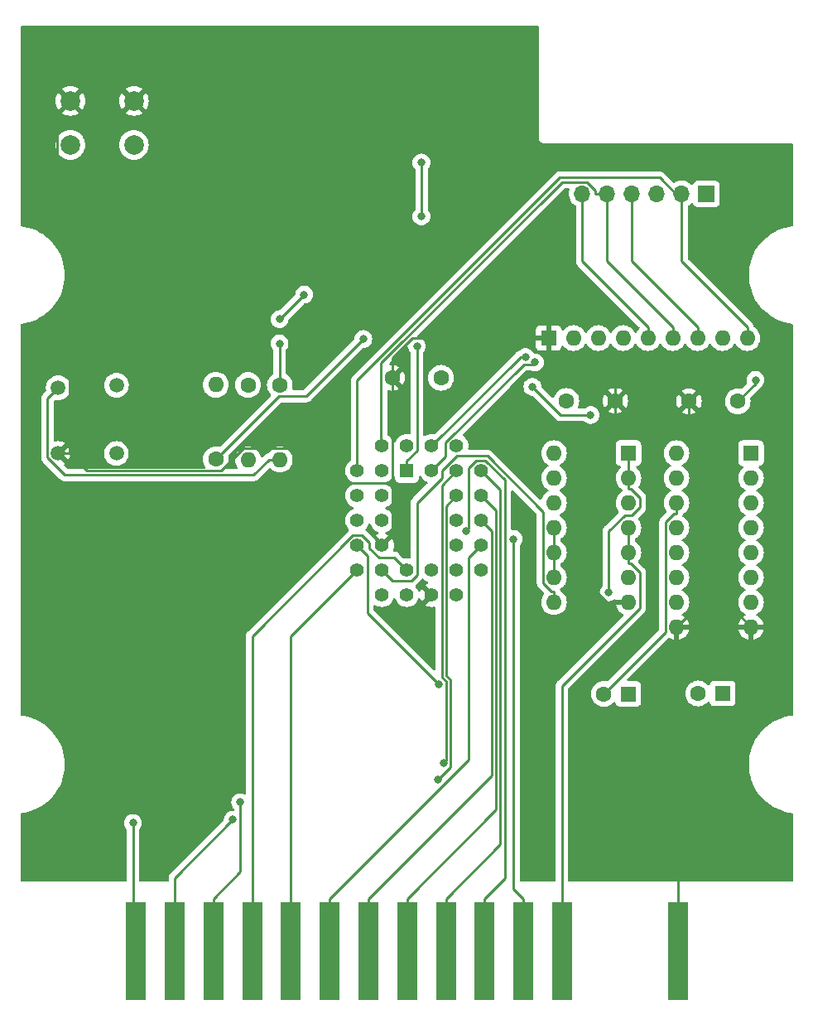
<source format=gbr>
G04 #@! TF.GenerationSoftware,KiCad,Pcbnew,(6.0.9)*
G04 #@! TF.CreationDate,2023-08-06T15:20:05+02:00*
G04 #@! TF.ProjectId,p2000t-multicartridge,70323030-3074-42d6-9d75-6c7469636172,rev?*
G04 #@! TF.SameCoordinates,Original*
G04 #@! TF.FileFunction,Copper,L1,Top*
G04 #@! TF.FilePolarity,Positive*
%FSLAX46Y46*%
G04 Gerber Fmt 4.6, Leading zero omitted, Abs format (unit mm)*
G04 Created by KiCad (PCBNEW (6.0.9)) date 2023-08-06 15:20:05*
%MOMM*%
%LPD*%
G01*
G04 APERTURE LIST*
G04 #@! TA.AperFunction,ComponentPad*
%ADD10C,2.000000*%
G04 #@! TD*
G04 #@! TA.AperFunction,ComponentPad*
%ADD11C,1.500000*%
G04 #@! TD*
G04 #@! TA.AperFunction,ComponentPad*
%ADD12R,1.600000X1.600000*%
G04 #@! TD*
G04 #@! TA.AperFunction,ComponentPad*
%ADD13O,1.600000X1.600000*%
G04 #@! TD*
G04 #@! TA.AperFunction,ComponentPad*
%ADD14C,1.600000*%
G04 #@! TD*
G04 #@! TA.AperFunction,ComponentPad*
%ADD15R,1.700000X1.700000*%
G04 #@! TD*
G04 #@! TA.AperFunction,ComponentPad*
%ADD16O,1.700000X1.700000*%
G04 #@! TD*
G04 #@! TA.AperFunction,SMDPad,CuDef*
%ADD17R,2.000000X10.000000*%
G04 #@! TD*
G04 #@! TA.AperFunction,ComponentPad*
%ADD18R,1.422400X1.422400*%
G04 #@! TD*
G04 #@! TA.AperFunction,ComponentPad*
%ADD19C,1.422400*%
G04 #@! TD*
G04 #@! TA.AperFunction,ViaPad*
%ADD20C,0.800000*%
G04 #@! TD*
G04 #@! TA.AperFunction,Conductor*
%ADD21C,0.250000*%
G04 #@! TD*
G04 APERTURE END LIST*
D10*
X55247000Y-52345000D03*
X48747000Y-52345000D03*
X55247000Y-56845000D03*
X48747000Y-56845000D03*
D11*
X47498000Y-81661000D03*
X47498000Y-88370000D03*
X53445000Y-88370000D03*
X53467000Y-81407000D03*
D12*
X105821000Y-88337000D03*
D13*
X105821000Y-90877000D03*
X105821000Y-93417000D03*
X105821000Y-95957000D03*
X105821000Y-98497000D03*
X105821000Y-101037000D03*
X105821000Y-103577000D03*
X98201000Y-103577000D03*
X98201000Y-101037000D03*
X98201000Y-98497000D03*
X98201000Y-95957000D03*
X98201000Y-93417000D03*
X98201000Y-90877000D03*
X98201000Y-88337000D03*
D14*
X99471000Y-83003000D03*
X104471000Y-83003000D03*
X86647000Y-80645000D03*
X81647000Y-80645000D03*
D15*
X113792000Y-61849000D03*
D16*
X111252000Y-61849000D03*
X108712000Y-61849000D03*
X106172000Y-61849000D03*
X103632000Y-61849000D03*
X101092000Y-61849000D03*
D12*
X118347000Y-88345000D03*
D13*
X118347000Y-90885000D03*
X118347000Y-93425000D03*
X118347000Y-95965000D03*
X118347000Y-98505000D03*
X118347000Y-101045000D03*
X118347000Y-103585000D03*
X118347000Y-106125000D03*
X110727000Y-106125000D03*
X110727000Y-103585000D03*
X110727000Y-101045000D03*
X110727000Y-98505000D03*
X110727000Y-95965000D03*
X110727000Y-93425000D03*
X110727000Y-90885000D03*
X110727000Y-88345000D03*
D12*
X105797000Y-112945000D03*
D14*
X103297000Y-112945000D03*
X116997000Y-83045000D03*
X111997000Y-83045000D03*
X70165000Y-81383000D03*
D13*
X70165000Y-89003000D03*
D14*
X66915000Y-81383000D03*
D13*
X66915000Y-89003000D03*
D14*
X63615000Y-88973000D03*
D13*
X63615000Y-81353000D03*
D17*
X55465000Y-139192000D03*
X59425000Y-139192000D03*
X63385000Y-139192000D03*
X67345000Y-139192000D03*
X71305000Y-139192000D03*
X75265000Y-139192000D03*
X79225000Y-139192000D03*
X83185000Y-139192000D03*
X87145000Y-139192000D03*
X91105000Y-139192000D03*
X95065000Y-139192000D03*
X99025000Y-139192000D03*
X110905000Y-139192000D03*
D12*
X115443000Y-112903000D03*
D14*
X112943000Y-112903000D03*
D12*
X97663000Y-76581000D03*
D13*
X100203000Y-76581000D03*
X102743000Y-76581000D03*
X105283000Y-76581000D03*
X107823000Y-76581000D03*
X110363000Y-76581000D03*
X112903000Y-76581000D03*
X115443000Y-76581000D03*
X117983000Y-76581000D03*
D18*
X83147000Y-90145000D03*
D19*
X85687000Y-87605000D03*
X85687000Y-90145000D03*
X88227000Y-87605000D03*
X90767000Y-90145000D03*
X88227000Y-90145000D03*
X90767000Y-92685000D03*
X88227000Y-92685000D03*
X90767000Y-95225000D03*
X88227000Y-95225000D03*
X90767000Y-97765000D03*
X88227000Y-97765000D03*
X90767000Y-100305000D03*
X88227000Y-102845000D03*
X88227000Y-100305000D03*
X85687000Y-102845000D03*
X85687000Y-100305000D03*
X83147000Y-102845000D03*
X83147000Y-100305000D03*
X80607000Y-102845000D03*
X78067000Y-100305000D03*
X80607000Y-100305000D03*
X78067000Y-97765000D03*
X80607000Y-97765000D03*
X78067000Y-95225000D03*
X80607000Y-95225000D03*
X78067000Y-92685000D03*
X80607000Y-92685000D03*
X78067000Y-90145000D03*
X80607000Y-87605000D03*
X80607000Y-90145000D03*
X83147000Y-87605000D03*
D20*
X110905000Y-125387000D03*
X72647000Y-72145000D03*
X70147000Y-74645000D03*
X84647000Y-58645000D03*
X70147000Y-77145000D03*
X118809900Y-80874100D03*
X84647000Y-64145000D03*
X55147000Y-126145000D03*
X65361300Y-125810200D03*
X66120900Y-124022200D03*
X89214900Y-96281300D03*
X94083400Y-97122800D03*
X86447600Y-111994700D03*
X86897600Y-119974300D03*
X86375400Y-121682600D03*
X103803300Y-102563600D03*
X96251500Y-79064100D03*
X95294200Y-78523400D03*
X84183500Y-77412000D03*
X95998400Y-81559300D03*
X101940700Y-84448000D03*
X78702300Y-76682500D03*
D21*
X103579000Y-103577000D02*
X102647000Y-102645000D01*
X102647000Y-87145000D02*
X104471000Y-85321000D01*
X81647000Y-78645000D02*
X81647000Y-80645000D01*
X105647000Y-79645000D02*
X98147000Y-79645000D01*
X117147000Y-116645000D02*
X121647000Y-112145000D01*
X105821000Y-103577000D02*
X103579000Y-103577000D01*
X48639200Y-88370000D02*
X48639200Y-59280600D01*
X71450800Y-87866600D02*
X66419400Y-87866600D01*
X83711000Y-76581000D02*
X81647000Y-78645000D01*
X111997000Y-84995000D02*
X115147000Y-88145000D01*
X116867000Y-104645000D02*
X118347000Y-106125000D01*
X106647000Y-79645000D02*
X105647000Y-79645000D01*
X115147000Y-104645000D02*
X116867000Y-104645000D01*
X115397000Y-79645000D02*
X106647000Y-79645000D01*
X48639200Y-59280600D02*
X47366400Y-58007800D01*
X97663000Y-79161000D02*
X97663000Y-76581000D01*
X110905000Y-125387000D02*
X117147000Y-119145000D01*
X119147000Y-79645000D02*
X115647000Y-79645000D01*
X110905000Y-139192000D02*
X110905000Y-125387000D01*
X121647000Y-112145000D02*
X121647000Y-82145000D01*
X104471000Y-80821000D02*
X104471000Y-83003000D01*
X115397000Y-79645000D02*
X111997000Y-83045000D01*
X112207000Y-104645000D02*
X110727000Y-106125000D01*
X111997000Y-83045000D02*
X111997000Y-84995000D01*
X115147000Y-104645000D02*
X112207000Y-104645000D01*
X105647000Y-79645000D02*
X104471000Y-80821000D01*
X115647000Y-79645000D02*
X115397000Y-79645000D01*
X66419400Y-87866600D02*
X64157700Y-90128300D01*
X47366400Y-58007800D02*
X47366400Y-53725600D01*
X81647000Y-96725000D02*
X80607000Y-97765000D01*
X104471000Y-85321000D02*
X104471000Y-83003000D01*
X106647000Y-79645000D02*
X105647000Y-79645000D01*
X81647000Y-91415000D02*
X81647000Y-96725000D01*
X64157700Y-90128300D02*
X50397500Y-90128300D01*
X97663000Y-76581000D02*
X83711000Y-76581000D01*
X81647000Y-80645000D02*
X81647000Y-91415000D01*
X74999200Y-91415000D02*
X71450800Y-87866600D01*
X115647000Y-79645000D02*
X115397000Y-79645000D01*
X115147000Y-88145000D02*
X115147000Y-104645000D01*
X117147000Y-119145000D02*
X117147000Y-116645000D01*
X102647000Y-102645000D02*
X102647000Y-87145000D01*
X81647000Y-91415000D02*
X74999200Y-91415000D01*
X121647000Y-82145000D02*
X119147000Y-79645000D01*
X48639200Y-88370000D02*
X47498000Y-88370000D01*
X98147000Y-79645000D02*
X97663000Y-79161000D01*
X50397500Y-90128300D02*
X48639200Y-88370000D01*
X47366400Y-53725600D02*
X48747000Y-52345000D01*
X70147000Y-77145000D02*
X70147000Y-81365000D01*
X116997000Y-83045000D02*
X118809900Y-81232100D01*
X55147000Y-126145000D02*
X55147000Y-138874000D01*
X55147000Y-138874000D02*
X55465000Y-139192000D01*
X70147000Y-81365000D02*
X70165000Y-81383000D01*
X72647000Y-72145000D02*
X70147000Y-74645000D01*
X84647000Y-58645000D02*
X84647000Y-64145000D01*
X118809900Y-81232100D02*
X118809900Y-80874100D01*
X59425000Y-139192000D02*
X59425000Y-131746500D01*
X59425000Y-131746500D02*
X65361300Y-125810200D01*
X63385000Y-139192000D02*
X63385000Y-133866700D01*
X63385000Y-133866700D02*
X66120900Y-131130800D01*
X66120900Y-131130800D02*
X66120900Y-124022200D01*
X67345000Y-107020300D02*
X77636900Y-96728400D01*
X79337000Y-97514500D02*
X79337000Y-98049000D01*
X67345000Y-139192000D02*
X67345000Y-107020300D01*
X77636900Y-96728400D02*
X78550900Y-96728400D01*
X80323000Y-99035000D02*
X81877000Y-99035000D01*
X81877000Y-99035000D02*
X83147000Y-100305000D01*
X79337000Y-98049000D02*
X80323000Y-99035000D01*
X78550900Y-96728400D02*
X79337000Y-97514500D01*
X71305000Y-107067000D02*
X78067000Y-100305000D01*
X71305000Y-139192000D02*
X71305000Y-107067000D01*
X75265000Y-133866700D02*
X89497000Y-119634700D01*
X89497000Y-99035000D02*
X90767000Y-97765000D01*
X75265000Y-139192000D02*
X75265000Y-133866700D01*
X89497000Y-119634700D02*
X89497000Y-99035000D01*
X90767000Y-95225000D02*
X91818500Y-96276500D01*
X91818500Y-96276500D02*
X91818500Y-121273200D01*
X79225000Y-139192000D02*
X79225000Y-133866700D01*
X91818500Y-121273200D02*
X79225000Y-133866700D01*
X92273000Y-94191000D02*
X92273000Y-124778700D01*
X83185000Y-139192000D02*
X83185000Y-133866700D01*
X92273000Y-124778700D02*
X83185000Y-133866700D01*
X90767000Y-92685000D02*
X92273000Y-94191000D01*
X90767000Y-90145000D02*
X92725500Y-92103500D01*
X92725500Y-128286200D02*
X87145000Y-133866700D01*
X87145000Y-139192000D02*
X87145000Y-133866700D01*
X92725500Y-92103500D02*
X92725500Y-128286200D01*
X89497000Y-89851800D02*
X90240500Y-89108300D01*
X89214900Y-96281300D02*
X89497000Y-95999200D01*
X89497000Y-95999200D02*
X89497000Y-89851800D01*
X93183300Y-91095300D02*
X93183300Y-131788400D01*
X91196300Y-89108300D02*
X93183300Y-91095300D01*
X91105000Y-139192000D02*
X91105000Y-133866700D01*
X93183300Y-131788400D02*
X91105000Y-133866700D01*
X90240500Y-89108300D02*
X91196300Y-89108300D01*
X95065000Y-139192000D02*
X95065000Y-133866700D01*
X95065000Y-133866700D02*
X94083400Y-132885100D01*
X94083400Y-132885100D02*
X94083400Y-97122800D01*
X79111900Y-104659000D02*
X86447600Y-111994700D01*
X79111900Y-98809900D02*
X79111900Y-104659000D01*
X78067000Y-97765000D02*
X79111900Y-98809900D01*
X86723600Y-111244900D02*
X87172900Y-111694200D01*
X86723600Y-91648400D02*
X86723600Y-111244900D01*
X88227000Y-90145000D02*
X86723600Y-91648400D01*
X87172900Y-119699000D02*
X86897600Y-119974300D01*
X87172900Y-111694200D02*
X87172900Y-119699000D01*
X87623200Y-120434800D02*
X87623200Y-111507600D01*
X87623200Y-111507600D02*
X87173900Y-111058300D01*
X87173900Y-93738100D02*
X88227000Y-92685000D01*
X86375400Y-121682600D02*
X87623200Y-120434800D01*
X87173900Y-111058300D02*
X87173900Y-93738100D01*
X106987300Y-100556700D02*
X106987300Y-104144600D01*
X105821000Y-95957000D02*
X105821000Y-98497000D01*
X105821000Y-98497000D02*
X105821000Y-99622300D01*
X105821000Y-99622300D02*
X106052900Y-99622300D01*
X106052900Y-99622300D02*
X106987300Y-100556700D01*
X106987300Y-104144600D02*
X99025000Y-112106900D01*
X99025000Y-112106900D02*
X99025000Y-139192000D01*
X105821000Y-88337000D02*
X105821000Y-90877000D01*
X105821000Y-90877000D02*
X105821000Y-92002300D01*
X106191500Y-94687000D02*
X105443500Y-94687000D01*
X106102300Y-92002300D02*
X106987100Y-92887100D01*
X106987100Y-92887100D02*
X106987100Y-93891400D01*
X106987100Y-93891400D02*
X106191500Y-94687000D01*
X105821000Y-92002300D02*
X106102300Y-92002300D01*
X103803300Y-96327200D02*
X103803300Y-102563600D01*
X105443500Y-94687000D02*
X103803300Y-96327200D01*
X111252000Y-68724700D02*
X111252000Y-62436600D01*
X108998100Y-60182700D02*
X98818100Y-60182700D01*
X78067000Y-80933800D02*
X78067000Y-90145000D01*
X98818100Y-60182700D02*
X78067000Y-80933800D01*
X111252000Y-61849000D02*
X111252000Y-62436600D01*
X111252000Y-62436600D02*
X108998100Y-60182700D01*
X117983000Y-76581000D02*
X117983000Y-75455700D01*
X117983000Y-75455700D02*
X111252000Y-68724700D01*
X96066900Y-79248700D02*
X96251500Y-79064100D01*
X95117400Y-79248700D02*
X96066900Y-79248700D01*
X85687000Y-90145000D02*
X87116400Y-88715600D01*
X87116400Y-88715600D02*
X87116400Y-87249700D01*
X87116400Y-87249700D02*
X95117400Y-79248700D01*
X112903000Y-76581000D02*
X112903000Y-75455700D01*
X85687000Y-87605000D02*
X94768600Y-78523400D01*
X106172000Y-68724700D02*
X106172000Y-61849000D01*
X94768600Y-78523400D02*
X95294200Y-78523400D01*
X112903000Y-75455700D02*
X106172000Y-68724700D01*
X103632000Y-61849000D02*
X102456700Y-61849000D01*
X80504000Y-87502000D02*
X80607000Y-87605000D01*
X80504000Y-79133700D02*
X80504000Y-87502000D01*
X110363000Y-76581000D02*
X110363000Y-75455700D01*
X101608100Y-60633100D02*
X99004600Y-60633100D01*
X110363000Y-75455700D02*
X103632000Y-68724700D01*
X103632000Y-68724700D02*
X103632000Y-61849000D01*
X102456700Y-61849000D02*
X102456700Y-61481700D01*
X99004600Y-60633100D02*
X80504000Y-79133700D01*
X102456700Y-61481700D02*
X101608100Y-60633100D01*
X101092000Y-68724700D02*
X107823000Y-75455700D01*
X107823000Y-76581000D02*
X107823000Y-75455700D01*
X101092000Y-61849000D02*
X101092000Y-68724700D01*
X86723500Y-90161300D02*
X86723500Y-90886000D01*
X98201000Y-102451700D02*
X97919600Y-102451700D01*
X84183600Y-93425900D02*
X84183600Y-100788900D01*
X91392300Y-88641600D02*
X88243200Y-88641600D01*
X97075700Y-101607800D02*
X97075700Y-94325000D01*
X86723500Y-90886000D02*
X84183600Y-93425900D01*
X98201000Y-103577000D02*
X98201000Y-102451700D01*
X84183600Y-100788900D02*
X83594000Y-101378500D01*
X88243200Y-88641600D02*
X86723500Y-90161300D01*
X97919600Y-102451700D02*
X97075700Y-101607800D01*
X81680500Y-101378500D02*
X80607000Y-100305000D01*
X97075700Y-94325000D02*
X91392300Y-88641600D01*
X83594000Y-101378500D02*
X81680500Y-101378500D01*
X83147000Y-89108500D02*
X84183500Y-88072000D01*
X84183500Y-88072000D02*
X84183500Y-77412000D01*
X83147000Y-90145000D02*
X83147000Y-89108500D01*
X98887100Y-84448000D02*
X95998400Y-81559300D01*
X101940700Y-84448000D02*
X98887100Y-84448000D01*
X98201000Y-101037000D02*
X98201000Y-98497000D01*
X98201000Y-98497000D02*
X98201000Y-95957000D01*
X110445600Y-94550300D02*
X109601700Y-95394200D01*
X110727000Y-93425000D02*
X110727000Y-94550300D01*
X109601700Y-106640300D02*
X103297000Y-112945000D01*
X110727000Y-94550300D02*
X110445600Y-94550300D01*
X109601700Y-95394200D02*
X109601700Y-106640300D01*
X72876400Y-82508400D02*
X70079600Y-82508400D01*
X78702300Y-76682500D02*
X72876400Y-82508400D01*
X70079600Y-82508400D02*
X63615000Y-88973000D01*
X48185700Y-90578600D02*
X67464100Y-90578600D01*
X46397300Y-82761700D02*
X46397300Y-88790200D01*
X70165000Y-89003000D02*
X69039700Y-89003000D01*
X67464100Y-90578600D02*
X69039700Y-89003000D01*
X47498000Y-81661000D02*
X46397300Y-82761700D01*
X46397300Y-88790200D02*
X48185700Y-90578600D01*
G04 #@! TA.AperFunction,Conductor*
G36*
X96580621Y-44673502D02*
G01*
X96627114Y-44727158D01*
X96638500Y-44779500D01*
X96638500Y-56136377D01*
X96638498Y-56137147D01*
X96638024Y-56214721D01*
X96640491Y-56223352D01*
X96646150Y-56243153D01*
X96649728Y-56259915D01*
X96653920Y-56289187D01*
X96657634Y-56297355D01*
X96657634Y-56297356D01*
X96664548Y-56312562D01*
X96670996Y-56330086D01*
X96678051Y-56354771D01*
X96682843Y-56362365D01*
X96682844Y-56362368D01*
X96693830Y-56379780D01*
X96701969Y-56394863D01*
X96714208Y-56421782D01*
X96720069Y-56428584D01*
X96730970Y-56441235D01*
X96742073Y-56456239D01*
X96755776Y-56477958D01*
X96762501Y-56483897D01*
X96762504Y-56483901D01*
X96777938Y-56497532D01*
X96789982Y-56509724D01*
X96803427Y-56525327D01*
X96803430Y-56525329D01*
X96809287Y-56532127D01*
X96816816Y-56537007D01*
X96816817Y-56537008D01*
X96830835Y-56546094D01*
X96845709Y-56557385D01*
X96858217Y-56568431D01*
X96864951Y-56574378D01*
X96891711Y-56586942D01*
X96906691Y-56595263D01*
X96923983Y-56606471D01*
X96923988Y-56606473D01*
X96931515Y-56611352D01*
X96940108Y-56613922D01*
X96940113Y-56613924D01*
X96956120Y-56618711D01*
X96973564Y-56625372D01*
X96988676Y-56632467D01*
X96988678Y-56632468D01*
X96996800Y-56636281D01*
X97005667Y-56637662D01*
X97005668Y-56637662D01*
X97015310Y-56639163D01*
X97026017Y-56640830D01*
X97042732Y-56644613D01*
X97062466Y-56650515D01*
X97062472Y-56650516D01*
X97071066Y-56653086D01*
X97080037Y-56653141D01*
X97080038Y-56653141D01*
X97090097Y-56653202D01*
X97105506Y-56653296D01*
X97106289Y-56653329D01*
X97107386Y-56653500D01*
X97138377Y-56653500D01*
X97139147Y-56653502D01*
X97212785Y-56653952D01*
X97212786Y-56653952D01*
X97216721Y-56653976D01*
X97218065Y-56653592D01*
X97219410Y-56653500D01*
X122512500Y-56653500D01*
X122580621Y-56673502D01*
X122627114Y-56727158D01*
X122638500Y-56779500D01*
X122638500Y-65049728D01*
X122618498Y-65117849D01*
X122564842Y-65164342D01*
X122528946Y-65174650D01*
X122279179Y-65207532D01*
X122279173Y-65207533D01*
X122276454Y-65207891D01*
X121849470Y-65302551D01*
X121846845Y-65303379D01*
X121846840Y-65303380D01*
X121434988Y-65433236D01*
X121434980Y-65433239D01*
X121432360Y-65434065D01*
X121028300Y-65601433D01*
X120640364Y-65803379D01*
X120271505Y-66038368D01*
X120269337Y-66040032D01*
X120269325Y-66040040D01*
X120114697Y-66158691D01*
X119924531Y-66304611D01*
X119922503Y-66306469D01*
X119922495Y-66306476D01*
X119901873Y-66325373D01*
X119602081Y-66600081D01*
X119600230Y-66602101D01*
X119308476Y-66920495D01*
X119308469Y-66920503D01*
X119306611Y-66922531D01*
X119304929Y-66924723D01*
X119042040Y-67267325D01*
X119042032Y-67267337D01*
X119040368Y-67269505D01*
X118805379Y-67638364D01*
X118603433Y-68026300D01*
X118436065Y-68430360D01*
X118435239Y-68432980D01*
X118435236Y-68432988D01*
X118305633Y-68844039D01*
X118304551Y-68847470D01*
X118209891Y-69274454D01*
X118152805Y-69708065D01*
X118152685Y-69710814D01*
X118152684Y-69710825D01*
X118134568Y-70125770D01*
X118133728Y-70145000D01*
X118133848Y-70147748D01*
X118150810Y-70536235D01*
X118152805Y-70581935D01*
X118209891Y-71015546D01*
X118304551Y-71442530D01*
X118305379Y-71445155D01*
X118305380Y-71445160D01*
X118408888Y-71773444D01*
X118436065Y-71859640D01*
X118603433Y-72263700D01*
X118805379Y-72651636D01*
X119040368Y-73020495D01*
X119042032Y-73022663D01*
X119042040Y-73022675D01*
X119304929Y-73365277D01*
X119306611Y-73367469D01*
X119308469Y-73369497D01*
X119308476Y-73369505D01*
X119579420Y-73665189D01*
X119602081Y-73689919D01*
X119604101Y-73691770D01*
X119922495Y-73983524D01*
X119922503Y-73983531D01*
X119924531Y-73985389D01*
X119926723Y-73987071D01*
X120269325Y-74249960D01*
X120269337Y-74249968D01*
X120271505Y-74251632D01*
X120273817Y-74253105D01*
X120273820Y-74253107D01*
X120305743Y-74273444D01*
X120640364Y-74486621D01*
X121028300Y-74688567D01*
X121432360Y-74855935D01*
X121434980Y-74856761D01*
X121434988Y-74856764D01*
X121846840Y-74986620D01*
X121846845Y-74986621D01*
X121849470Y-74987449D01*
X122276454Y-75082109D01*
X122279173Y-75082467D01*
X122279179Y-75082468D01*
X122528946Y-75115350D01*
X122593873Y-75144072D01*
X122632965Y-75203337D01*
X122638500Y-75240272D01*
X122638500Y-77805386D01*
X122638501Y-83405387D01*
X122638501Y-94805386D01*
X122638500Y-100417386D01*
X122638500Y-115049728D01*
X122618498Y-115117849D01*
X122564842Y-115164342D01*
X122528946Y-115174650D01*
X122279179Y-115207532D01*
X122279173Y-115207533D01*
X122276454Y-115207891D01*
X121849470Y-115302551D01*
X121846845Y-115303379D01*
X121846840Y-115303380D01*
X121434988Y-115433236D01*
X121434980Y-115433239D01*
X121432360Y-115434065D01*
X121028300Y-115601433D01*
X120640364Y-115803379D01*
X120271505Y-116038368D01*
X120269337Y-116040032D01*
X120269325Y-116040040D01*
X120114697Y-116158691D01*
X119924531Y-116304611D01*
X119922503Y-116306469D01*
X119922495Y-116306476D01*
X119901873Y-116325373D01*
X119602081Y-116600081D01*
X119600230Y-116602101D01*
X119308476Y-116920495D01*
X119308469Y-116920503D01*
X119306611Y-116922531D01*
X119304929Y-116924723D01*
X119042040Y-117267325D01*
X119042032Y-117267337D01*
X119040368Y-117269505D01*
X118805379Y-117638364D01*
X118603433Y-118026300D01*
X118436065Y-118430360D01*
X118304551Y-118847470D01*
X118209891Y-119274454D01*
X118152805Y-119708065D01*
X118152685Y-119710814D01*
X118152684Y-119710825D01*
X118134779Y-120120923D01*
X118133728Y-120145000D01*
X118133848Y-120147748D01*
X118150810Y-120536235D01*
X118152805Y-120581935D01*
X118174514Y-120746831D01*
X118209266Y-121010795D01*
X118209891Y-121015546D01*
X118304551Y-121442530D01*
X118305379Y-121445155D01*
X118305380Y-121445160D01*
X118382315Y-121689165D01*
X118436065Y-121859640D01*
X118603433Y-122263700D01*
X118805379Y-122651636D01*
X119040368Y-123020495D01*
X119042032Y-123022663D01*
X119042040Y-123022675D01*
X119291860Y-123348245D01*
X119306611Y-123367469D01*
X119308469Y-123369497D01*
X119308476Y-123369505D01*
X119419782Y-123490974D01*
X119602081Y-123689919D01*
X119604101Y-123691770D01*
X119922495Y-123983524D01*
X119922503Y-123983531D01*
X119924531Y-123985389D01*
X119926723Y-123987071D01*
X120269325Y-124249960D01*
X120269337Y-124249968D01*
X120271505Y-124251632D01*
X120640364Y-124486621D01*
X121028300Y-124688567D01*
X121432360Y-124855935D01*
X121434980Y-124856761D01*
X121434988Y-124856764D01*
X121846840Y-124986620D01*
X121846845Y-124986621D01*
X121849470Y-124987449D01*
X122276454Y-125082109D01*
X122279173Y-125082467D01*
X122279179Y-125082468D01*
X122528946Y-125115350D01*
X122593873Y-125144072D01*
X122632965Y-125203337D01*
X122638500Y-125240272D01*
X122638500Y-132019000D01*
X122618498Y-132087121D01*
X122564842Y-132133614D01*
X122512500Y-132145000D01*
X99784500Y-132145000D01*
X99716379Y-132124998D01*
X99669886Y-132071342D01*
X99658500Y-132019000D01*
X99658500Y-112945000D01*
X101983502Y-112945000D01*
X102003457Y-113173087D01*
X102062716Y-113394243D01*
X102065039Y-113399224D01*
X102065039Y-113399225D01*
X102157151Y-113596762D01*
X102157154Y-113596767D01*
X102159477Y-113601749D01*
X102162634Y-113606257D01*
X102278319Y-113771472D01*
X102290802Y-113789300D01*
X102452700Y-113951198D01*
X102457208Y-113954355D01*
X102457211Y-113954357D01*
X102460830Y-113956891D01*
X102640251Y-114082523D01*
X102645233Y-114084846D01*
X102645238Y-114084849D01*
X102842775Y-114176961D01*
X102847757Y-114179284D01*
X102853065Y-114180706D01*
X102853067Y-114180707D01*
X103063598Y-114237119D01*
X103063600Y-114237119D01*
X103068913Y-114238543D01*
X103297000Y-114258498D01*
X103525087Y-114238543D01*
X103530400Y-114237119D01*
X103530402Y-114237119D01*
X103740933Y-114180707D01*
X103740935Y-114180706D01*
X103746243Y-114179284D01*
X103751225Y-114176961D01*
X103948762Y-114084849D01*
X103948767Y-114084846D01*
X103953749Y-114082523D01*
X104133170Y-113956891D01*
X104136789Y-113954357D01*
X104136792Y-113954355D01*
X104141300Y-113951198D01*
X104287000Y-113805498D01*
X104349312Y-113771472D01*
X104420127Y-113776537D01*
X104476963Y-113819084D01*
X104494132Y-113855737D01*
X104495255Y-113855316D01*
X104546385Y-113991705D01*
X104633739Y-114108261D01*
X104750295Y-114195615D01*
X104886684Y-114246745D01*
X104948866Y-114253500D01*
X106645134Y-114253500D01*
X106707316Y-114246745D01*
X106843705Y-114195615D01*
X106960261Y-114108261D01*
X107047615Y-113991705D01*
X107098745Y-113855316D01*
X107105500Y-113793134D01*
X107105500Y-112903000D01*
X111629502Y-112903000D01*
X111649457Y-113131087D01*
X111650881Y-113136400D01*
X111650881Y-113136402D01*
X111659243Y-113167607D01*
X111708716Y-113352243D01*
X111711039Y-113357224D01*
X111711039Y-113357225D01*
X111803151Y-113554762D01*
X111803154Y-113554767D01*
X111805477Y-113559749D01*
X111878902Y-113664611D01*
X111924319Y-113729472D01*
X111936802Y-113747300D01*
X112098700Y-113909198D01*
X112103208Y-113912355D01*
X112103211Y-113912357D01*
X112166812Y-113956891D01*
X112286251Y-114040523D01*
X112291233Y-114042846D01*
X112291238Y-114042849D01*
X112443056Y-114113642D01*
X112493757Y-114137284D01*
X112499065Y-114138706D01*
X112499067Y-114138707D01*
X112709598Y-114195119D01*
X112709600Y-114195119D01*
X112714913Y-114196543D01*
X112943000Y-114216498D01*
X113171087Y-114196543D01*
X113176400Y-114195119D01*
X113176402Y-114195119D01*
X113386933Y-114138707D01*
X113386935Y-114138706D01*
X113392243Y-114137284D01*
X113442944Y-114113642D01*
X113594762Y-114042849D01*
X113594767Y-114042846D01*
X113599749Y-114040523D01*
X113719188Y-113956891D01*
X113782789Y-113912357D01*
X113782792Y-113912355D01*
X113787300Y-113909198D01*
X113933000Y-113763498D01*
X113995312Y-113729472D01*
X114066127Y-113734537D01*
X114122963Y-113777084D01*
X114140132Y-113813737D01*
X114141255Y-113813316D01*
X114192385Y-113949705D01*
X114279739Y-114066261D01*
X114396295Y-114153615D01*
X114532684Y-114204745D01*
X114594866Y-114211500D01*
X116291134Y-114211500D01*
X116353316Y-114204745D01*
X116489705Y-114153615D01*
X116606261Y-114066261D01*
X116693615Y-113949705D01*
X116744745Y-113813316D01*
X116751500Y-113751134D01*
X116751500Y-112054866D01*
X116744745Y-111992684D01*
X116693615Y-111856295D01*
X116606261Y-111739739D01*
X116489705Y-111652385D01*
X116353316Y-111601255D01*
X116291134Y-111594500D01*
X114594866Y-111594500D01*
X114532684Y-111601255D01*
X114396295Y-111652385D01*
X114279739Y-111739739D01*
X114192385Y-111856295D01*
X114141255Y-111992684D01*
X114139309Y-111991954D01*
X114109455Y-112044205D01*
X114046497Y-112077021D01*
X113975793Y-112070591D01*
X113933000Y-112042502D01*
X113787300Y-111896802D01*
X113782792Y-111893645D01*
X113782789Y-111893643D01*
X113704611Y-111838902D01*
X113599749Y-111765477D01*
X113594767Y-111763154D01*
X113594762Y-111763151D01*
X113397225Y-111671039D01*
X113397224Y-111671039D01*
X113392243Y-111668716D01*
X113386935Y-111667294D01*
X113386933Y-111667293D01*
X113176402Y-111610881D01*
X113176400Y-111610881D01*
X113171087Y-111609457D01*
X112943000Y-111589502D01*
X112714913Y-111609457D01*
X112709600Y-111610881D01*
X112709598Y-111610881D01*
X112499067Y-111667293D01*
X112499065Y-111667294D01*
X112493757Y-111668716D01*
X112488776Y-111671039D01*
X112488775Y-111671039D01*
X112291238Y-111763151D01*
X112291233Y-111763154D01*
X112286251Y-111765477D01*
X112181389Y-111838902D01*
X112103211Y-111893643D01*
X112103208Y-111893645D01*
X112098700Y-111896802D01*
X111936802Y-112058700D01*
X111933645Y-112063208D01*
X111933643Y-112063211D01*
X111886274Y-112130861D01*
X111805477Y-112246251D01*
X111803154Y-112251233D01*
X111803151Y-112251238D01*
X111752449Y-112359971D01*
X111708716Y-112453757D01*
X111649457Y-112674913D01*
X111629502Y-112903000D01*
X107105500Y-112903000D01*
X107105500Y-112096866D01*
X107098745Y-112034684D01*
X107047615Y-111898295D01*
X106960261Y-111781739D01*
X106843705Y-111694385D01*
X106707316Y-111643255D01*
X106645134Y-111636500D01*
X105805594Y-111636500D01*
X105737473Y-111616498D01*
X105690980Y-111562842D01*
X105680876Y-111492568D01*
X105710370Y-111427988D01*
X105716499Y-111421405D01*
X109881235Y-107256669D01*
X109943547Y-107222643D01*
X110014362Y-107227708D01*
X110042602Y-107242552D01*
X110065992Y-107258930D01*
X110075489Y-107264414D01*
X110272947Y-107356490D01*
X110283239Y-107360236D01*
X110455503Y-107406394D01*
X110469599Y-107406058D01*
X110473000Y-107398116D01*
X110473000Y-107392967D01*
X110981000Y-107392967D01*
X110984973Y-107406498D01*
X110993522Y-107407727D01*
X111170761Y-107360236D01*
X111181053Y-107356490D01*
X111378511Y-107264414D01*
X111388007Y-107258931D01*
X111566467Y-107133972D01*
X111574875Y-107126916D01*
X111728916Y-106972875D01*
X111735972Y-106964467D01*
X111860931Y-106786007D01*
X111866414Y-106776511D01*
X111958490Y-106579053D01*
X111962236Y-106568761D01*
X112008394Y-106396497D01*
X112008275Y-106391522D01*
X117064273Y-106391522D01*
X117111764Y-106568761D01*
X117115510Y-106579053D01*
X117207586Y-106776511D01*
X117213069Y-106786007D01*
X117338028Y-106964467D01*
X117345084Y-106972875D01*
X117499125Y-107126916D01*
X117507533Y-107133972D01*
X117685993Y-107258931D01*
X117695489Y-107264414D01*
X117892947Y-107356490D01*
X117903239Y-107360236D01*
X118075503Y-107406394D01*
X118089599Y-107406058D01*
X118093000Y-107398116D01*
X118093000Y-107392967D01*
X118601000Y-107392967D01*
X118604973Y-107406498D01*
X118613522Y-107407727D01*
X118790761Y-107360236D01*
X118801053Y-107356490D01*
X118998511Y-107264414D01*
X119008007Y-107258931D01*
X119186467Y-107133972D01*
X119194875Y-107126916D01*
X119348916Y-106972875D01*
X119355972Y-106964467D01*
X119480931Y-106786007D01*
X119486414Y-106776511D01*
X119578490Y-106579053D01*
X119582236Y-106568761D01*
X119628394Y-106396497D01*
X119628058Y-106382401D01*
X119620116Y-106379000D01*
X118619115Y-106379000D01*
X118603876Y-106383475D01*
X118602671Y-106384865D01*
X118601000Y-106392548D01*
X118601000Y-107392967D01*
X118093000Y-107392967D01*
X118093000Y-106397115D01*
X118088525Y-106381876D01*
X118087135Y-106380671D01*
X118079452Y-106379000D01*
X117079033Y-106379000D01*
X117065502Y-106382973D01*
X117064273Y-106391522D01*
X112008275Y-106391522D01*
X112008058Y-106382401D01*
X112000116Y-106379000D01*
X110999115Y-106379000D01*
X110983876Y-106383475D01*
X110982671Y-106384865D01*
X110981000Y-106392548D01*
X110981000Y-107392967D01*
X110473000Y-107392967D01*
X110473000Y-105997000D01*
X110493002Y-105928879D01*
X110546658Y-105882386D01*
X110599000Y-105871000D01*
X111994967Y-105871000D01*
X112008498Y-105867027D01*
X112009727Y-105858478D01*
X111962236Y-105681239D01*
X111958490Y-105670947D01*
X111866414Y-105473489D01*
X111860931Y-105463993D01*
X111735972Y-105285533D01*
X111728916Y-105277125D01*
X111574875Y-105123084D01*
X111566467Y-105116028D01*
X111388007Y-104991069D01*
X111378511Y-104985586D01*
X111343951Y-104969471D01*
X111290666Y-104922554D01*
X111271205Y-104854277D01*
X111291747Y-104786317D01*
X111343951Y-104741081D01*
X111378762Y-104724849D01*
X111378767Y-104724846D01*
X111383749Y-104722523D01*
X111501221Y-104640268D01*
X111566789Y-104594357D01*
X111566792Y-104594355D01*
X111571300Y-104591198D01*
X111733198Y-104429300D01*
X111737180Y-104423614D01*
X111807809Y-104322745D01*
X111864523Y-104241749D01*
X111866846Y-104236767D01*
X111866849Y-104236762D01*
X111958961Y-104039225D01*
X111958961Y-104039224D01*
X111961284Y-104034243D01*
X111964851Y-104020933D01*
X112019119Y-103818402D01*
X112019119Y-103818400D01*
X112020543Y-103813087D01*
X112040498Y-103585000D01*
X117033502Y-103585000D01*
X117053457Y-103813087D01*
X117054881Y-103818400D01*
X117054881Y-103818402D01*
X117109150Y-104020933D01*
X117112716Y-104034243D01*
X117115039Y-104039224D01*
X117115039Y-104039225D01*
X117207151Y-104236762D01*
X117207154Y-104236767D01*
X117209477Y-104241749D01*
X117266191Y-104322745D01*
X117336821Y-104423614D01*
X117340802Y-104429300D01*
X117502700Y-104591198D01*
X117507208Y-104594355D01*
X117507211Y-104594357D01*
X117572779Y-104640268D01*
X117690251Y-104722523D01*
X117695233Y-104724846D01*
X117695238Y-104724849D01*
X117730049Y-104741081D01*
X117783334Y-104787998D01*
X117802795Y-104856275D01*
X117782253Y-104924235D01*
X117730049Y-104969471D01*
X117695489Y-104985586D01*
X117685993Y-104991069D01*
X117507533Y-105116028D01*
X117499125Y-105123084D01*
X117345084Y-105277125D01*
X117338028Y-105285533D01*
X117213069Y-105463993D01*
X117207586Y-105473489D01*
X117115510Y-105670947D01*
X117111764Y-105681239D01*
X117065606Y-105853503D01*
X117065942Y-105867599D01*
X117073884Y-105871000D01*
X119614967Y-105871000D01*
X119628498Y-105867027D01*
X119629727Y-105858478D01*
X119582236Y-105681239D01*
X119578490Y-105670947D01*
X119486414Y-105473489D01*
X119480931Y-105463993D01*
X119355972Y-105285533D01*
X119348916Y-105277125D01*
X119194875Y-105123084D01*
X119186467Y-105116028D01*
X119008007Y-104991069D01*
X118998511Y-104985586D01*
X118963951Y-104969471D01*
X118910666Y-104922554D01*
X118891205Y-104854277D01*
X118911747Y-104786317D01*
X118963951Y-104741081D01*
X118998762Y-104724849D01*
X118998767Y-104724846D01*
X119003749Y-104722523D01*
X119121221Y-104640268D01*
X119186789Y-104594357D01*
X119186792Y-104594355D01*
X119191300Y-104591198D01*
X119353198Y-104429300D01*
X119357180Y-104423614D01*
X119427809Y-104322745D01*
X119484523Y-104241749D01*
X119486846Y-104236767D01*
X119486849Y-104236762D01*
X119578961Y-104039225D01*
X119578961Y-104039224D01*
X119581284Y-104034243D01*
X119584851Y-104020933D01*
X119639119Y-103818402D01*
X119639119Y-103818400D01*
X119640543Y-103813087D01*
X119660498Y-103585000D01*
X119640543Y-103356913D01*
X119638915Y-103350837D01*
X119582707Y-103141067D01*
X119582706Y-103141065D01*
X119581284Y-103135757D01*
X119577554Y-103127757D01*
X119486849Y-102933238D01*
X119486846Y-102933233D01*
X119484523Y-102928251D01*
X119362981Y-102754671D01*
X119356357Y-102745211D01*
X119356355Y-102745208D01*
X119353198Y-102740700D01*
X119191300Y-102578802D01*
X119186792Y-102575645D01*
X119186789Y-102575643D01*
X119062354Y-102488513D01*
X119003749Y-102447477D01*
X118998767Y-102445154D01*
X118998762Y-102445151D01*
X118964543Y-102429195D01*
X118911258Y-102382278D01*
X118891797Y-102314001D01*
X118912339Y-102246041D01*
X118964543Y-102200805D01*
X118998762Y-102184849D01*
X118998767Y-102184846D01*
X119003749Y-102182523D01*
X119158540Y-102074137D01*
X119186789Y-102054357D01*
X119186792Y-102054355D01*
X119191300Y-102051198D01*
X119353198Y-101889300D01*
X119358745Y-101881379D01*
X119423943Y-101788266D01*
X119484523Y-101701749D01*
X119486846Y-101696767D01*
X119486849Y-101696762D01*
X119578961Y-101499225D01*
X119578961Y-101499224D01*
X119581284Y-101494243D01*
X119584851Y-101480933D01*
X119639119Y-101278402D01*
X119639119Y-101278400D01*
X119640543Y-101273087D01*
X119660498Y-101045000D01*
X119640543Y-100816913D01*
X119639119Y-100811598D01*
X119582707Y-100601067D01*
X119582706Y-100601065D01*
X119581284Y-100595757D01*
X119577554Y-100587757D01*
X119486849Y-100393238D01*
X119486846Y-100393233D01*
X119484523Y-100388251D01*
X119400261Y-100267913D01*
X119356357Y-100205211D01*
X119356355Y-100205208D01*
X119353198Y-100200700D01*
X119191300Y-100038802D01*
X119186792Y-100035645D01*
X119186789Y-100035643D01*
X119022803Y-99920819D01*
X119003749Y-99907477D01*
X118998767Y-99905154D01*
X118998762Y-99905151D01*
X118964543Y-99889195D01*
X118911258Y-99842278D01*
X118891797Y-99774001D01*
X118912339Y-99706041D01*
X118964543Y-99660805D01*
X118998762Y-99644849D01*
X118998767Y-99644846D01*
X119003749Y-99642523D01*
X119175148Y-99522508D01*
X119186789Y-99514357D01*
X119186792Y-99514355D01*
X119191300Y-99511198D01*
X119353198Y-99349300D01*
X119361959Y-99336789D01*
X119424245Y-99247834D01*
X119484523Y-99161749D01*
X119486846Y-99156767D01*
X119486849Y-99156762D01*
X119578961Y-98959225D01*
X119578961Y-98959224D01*
X119581284Y-98954243D01*
X119584851Y-98940933D01*
X119639119Y-98738402D01*
X119639119Y-98738400D01*
X119640543Y-98733087D01*
X119660498Y-98505000D01*
X119640543Y-98276913D01*
X119639119Y-98271598D01*
X119582707Y-98061067D01*
X119582706Y-98061065D01*
X119581284Y-98055757D01*
X119577554Y-98047757D01*
X119486849Y-97853238D01*
X119486846Y-97853233D01*
X119484523Y-97848251D01*
X119353198Y-97660700D01*
X119191300Y-97498802D01*
X119186792Y-97495645D01*
X119186789Y-97495643D01*
X119082371Y-97422529D01*
X119003749Y-97367477D01*
X118998767Y-97365154D01*
X118998762Y-97365151D01*
X118964543Y-97349195D01*
X118911258Y-97302278D01*
X118891797Y-97234001D01*
X118912339Y-97166041D01*
X118964543Y-97120805D01*
X118998762Y-97104849D01*
X118998767Y-97104846D01*
X119003749Y-97102523D01*
X119108611Y-97029098D01*
X119186789Y-96974357D01*
X119186792Y-96974355D01*
X119191300Y-96971198D01*
X119353198Y-96809300D01*
X119361959Y-96796789D01*
X119462572Y-96653098D01*
X119484523Y-96621749D01*
X119486846Y-96616767D01*
X119486849Y-96616762D01*
X119578961Y-96419225D01*
X119578961Y-96419224D01*
X119581284Y-96414243D01*
X119584851Y-96400933D01*
X119639119Y-96198402D01*
X119639119Y-96198400D01*
X119640543Y-96193087D01*
X119660498Y-95965000D01*
X119640543Y-95736913D01*
X119639119Y-95731598D01*
X119582707Y-95521067D01*
X119582706Y-95521065D01*
X119581284Y-95515757D01*
X119577554Y-95507757D01*
X119486849Y-95313238D01*
X119486846Y-95313233D01*
X119484523Y-95308251D01*
X119353198Y-95120700D01*
X119191300Y-94958802D01*
X119186792Y-94955645D01*
X119186789Y-94955643D01*
X119076727Y-94878577D01*
X119003749Y-94827477D01*
X118998767Y-94825154D01*
X118998762Y-94825151D01*
X118964543Y-94809195D01*
X118911258Y-94762278D01*
X118891797Y-94694001D01*
X118912339Y-94626041D01*
X118964543Y-94580805D01*
X118998762Y-94564849D01*
X118998767Y-94564846D01*
X119003749Y-94562523D01*
X119175148Y-94442508D01*
X119186789Y-94434357D01*
X119186792Y-94434355D01*
X119191300Y-94431198D01*
X119353198Y-94269300D01*
X119361959Y-94256789D01*
X119422439Y-94170414D01*
X119484523Y-94081749D01*
X119486846Y-94076767D01*
X119486849Y-94076762D01*
X119578961Y-93879225D01*
X119578961Y-93879224D01*
X119581284Y-93874243D01*
X119584851Y-93860933D01*
X119639119Y-93658402D01*
X119639119Y-93658400D01*
X119640543Y-93653087D01*
X119660498Y-93425000D01*
X119640543Y-93196913D01*
X119638916Y-93190840D01*
X119582707Y-92981067D01*
X119582706Y-92981065D01*
X119581284Y-92975757D01*
X119576672Y-92965867D01*
X119486849Y-92773238D01*
X119486846Y-92773233D01*
X119484523Y-92768251D01*
X119411098Y-92663389D01*
X119356357Y-92585211D01*
X119356355Y-92585208D01*
X119353198Y-92580700D01*
X119191300Y-92418802D01*
X119186792Y-92415645D01*
X119186789Y-92415643D01*
X119076727Y-92338577D01*
X119003749Y-92287477D01*
X118998767Y-92285154D01*
X118998762Y-92285151D01*
X118964543Y-92269195D01*
X118911258Y-92222278D01*
X118891797Y-92154001D01*
X118912339Y-92086041D01*
X118964543Y-92040805D01*
X118998762Y-92024849D01*
X118998767Y-92024846D01*
X119003749Y-92022523D01*
X119175148Y-91902508D01*
X119186789Y-91894357D01*
X119186792Y-91894355D01*
X119191300Y-91891198D01*
X119353198Y-91729300D01*
X119361959Y-91716789D01*
X119414534Y-91641703D01*
X119484523Y-91541749D01*
X119486846Y-91536767D01*
X119486849Y-91536762D01*
X119578961Y-91339225D01*
X119578961Y-91339224D01*
X119581284Y-91334243D01*
X119583176Y-91327184D01*
X119639119Y-91118402D01*
X119639119Y-91118400D01*
X119640543Y-91113087D01*
X119660498Y-90885000D01*
X119640543Y-90656913D01*
X119639119Y-90651598D01*
X119582707Y-90441067D01*
X119582706Y-90441065D01*
X119581284Y-90435757D01*
X119577554Y-90427757D01*
X119486849Y-90233238D01*
X119486846Y-90233233D01*
X119484523Y-90228251D01*
X119353198Y-90040700D01*
X119191300Y-89878802D01*
X119186789Y-89875643D01*
X119182576Y-89872108D01*
X119183527Y-89870974D01*
X119143529Y-89820929D01*
X119136224Y-89750310D01*
X119168258Y-89686951D01*
X119229462Y-89650970D01*
X119246517Y-89647918D01*
X119257316Y-89646745D01*
X119393705Y-89595615D01*
X119510261Y-89508261D01*
X119597615Y-89391705D01*
X119648745Y-89255316D01*
X119655500Y-89193134D01*
X119655500Y-87496866D01*
X119648745Y-87434684D01*
X119597615Y-87298295D01*
X119510261Y-87181739D01*
X119393705Y-87094385D01*
X119257316Y-87043255D01*
X119195134Y-87036500D01*
X117498866Y-87036500D01*
X117436684Y-87043255D01*
X117300295Y-87094385D01*
X117183739Y-87181739D01*
X117096385Y-87298295D01*
X117045255Y-87434684D01*
X117038500Y-87496866D01*
X117038500Y-89193134D01*
X117045255Y-89255316D01*
X117096385Y-89391705D01*
X117183739Y-89508261D01*
X117300295Y-89595615D01*
X117436684Y-89646745D01*
X117447474Y-89647917D01*
X117449606Y-89648803D01*
X117452222Y-89649425D01*
X117452121Y-89649848D01*
X117513035Y-89675155D01*
X117553463Y-89733517D01*
X117555922Y-89804471D01*
X117519629Y-89865490D01*
X117510969Y-89872489D01*
X117507207Y-89875646D01*
X117502700Y-89878802D01*
X117340802Y-90040700D01*
X117209477Y-90228251D01*
X117207154Y-90233233D01*
X117207151Y-90233238D01*
X117116446Y-90427757D01*
X117112716Y-90435757D01*
X117111294Y-90441065D01*
X117111293Y-90441067D01*
X117054881Y-90651598D01*
X117053457Y-90656913D01*
X117033502Y-90885000D01*
X117053457Y-91113087D01*
X117054881Y-91118400D01*
X117054881Y-91118402D01*
X117110825Y-91327184D01*
X117112716Y-91334243D01*
X117115039Y-91339224D01*
X117115039Y-91339225D01*
X117207151Y-91536762D01*
X117207154Y-91536767D01*
X117209477Y-91541749D01*
X117279466Y-91641703D01*
X117332042Y-91716789D01*
X117340802Y-91729300D01*
X117502700Y-91891198D01*
X117507208Y-91894355D01*
X117507211Y-91894357D01*
X117518852Y-91902508D01*
X117690251Y-92022523D01*
X117695233Y-92024846D01*
X117695238Y-92024849D01*
X117729457Y-92040805D01*
X117782742Y-92087722D01*
X117802203Y-92155999D01*
X117781661Y-92223959D01*
X117729457Y-92269195D01*
X117695238Y-92285151D01*
X117695233Y-92285154D01*
X117690251Y-92287477D01*
X117617273Y-92338577D01*
X117507211Y-92415643D01*
X117507208Y-92415645D01*
X117502700Y-92418802D01*
X117340802Y-92580700D01*
X117337645Y-92585208D01*
X117337643Y-92585211D01*
X117282902Y-92663389D01*
X117209477Y-92768251D01*
X117207154Y-92773233D01*
X117207151Y-92773238D01*
X117117328Y-92965867D01*
X117112716Y-92975757D01*
X117111294Y-92981065D01*
X117111293Y-92981067D01*
X117055084Y-93190840D01*
X117053457Y-93196913D01*
X117033502Y-93425000D01*
X117053457Y-93653087D01*
X117054881Y-93658400D01*
X117054881Y-93658402D01*
X117109150Y-93860933D01*
X117112716Y-93874243D01*
X117115039Y-93879224D01*
X117115039Y-93879225D01*
X117207151Y-94076762D01*
X117207154Y-94076767D01*
X117209477Y-94081749D01*
X117271561Y-94170414D01*
X117332042Y-94256789D01*
X117340802Y-94269300D01*
X117502700Y-94431198D01*
X117507208Y-94434355D01*
X117507211Y-94434357D01*
X117518852Y-94442508D01*
X117690251Y-94562523D01*
X117695233Y-94564846D01*
X117695238Y-94564849D01*
X117729457Y-94580805D01*
X117782742Y-94627722D01*
X117802203Y-94695999D01*
X117781661Y-94763959D01*
X117729457Y-94809195D01*
X117695238Y-94825151D01*
X117695233Y-94825154D01*
X117690251Y-94827477D01*
X117617273Y-94878577D01*
X117507211Y-94955643D01*
X117507208Y-94955645D01*
X117502700Y-94958802D01*
X117340802Y-95120700D01*
X117209477Y-95308251D01*
X117207154Y-95313233D01*
X117207151Y-95313238D01*
X117116446Y-95507757D01*
X117112716Y-95515757D01*
X117111294Y-95521065D01*
X117111293Y-95521067D01*
X117054881Y-95731598D01*
X117053457Y-95736913D01*
X117033502Y-95965000D01*
X117053457Y-96193087D01*
X117054881Y-96198400D01*
X117054881Y-96198402D01*
X117109150Y-96400933D01*
X117112716Y-96414243D01*
X117115039Y-96419224D01*
X117115039Y-96419225D01*
X117207151Y-96616762D01*
X117207154Y-96616767D01*
X117209477Y-96621749D01*
X117231428Y-96653098D01*
X117332042Y-96796789D01*
X117340802Y-96809300D01*
X117502700Y-96971198D01*
X117507208Y-96974355D01*
X117507211Y-96974357D01*
X117585389Y-97029098D01*
X117690251Y-97102523D01*
X117695233Y-97104846D01*
X117695238Y-97104849D01*
X117729457Y-97120805D01*
X117782742Y-97167722D01*
X117802203Y-97235999D01*
X117781661Y-97303959D01*
X117729457Y-97349195D01*
X117695238Y-97365151D01*
X117695233Y-97365154D01*
X117690251Y-97367477D01*
X117611629Y-97422529D01*
X117507211Y-97495643D01*
X117507208Y-97495645D01*
X117502700Y-97498802D01*
X117340802Y-97660700D01*
X117209477Y-97848251D01*
X117207154Y-97853233D01*
X117207151Y-97853238D01*
X117116446Y-98047757D01*
X117112716Y-98055757D01*
X117111294Y-98061065D01*
X117111293Y-98061067D01*
X117054881Y-98271598D01*
X117053457Y-98276913D01*
X117033502Y-98505000D01*
X117053457Y-98733087D01*
X117054881Y-98738400D01*
X117054881Y-98738402D01*
X117109150Y-98940933D01*
X117112716Y-98954243D01*
X117115039Y-98959224D01*
X117115039Y-98959225D01*
X117207151Y-99156762D01*
X117207154Y-99156767D01*
X117209477Y-99161749D01*
X117269755Y-99247834D01*
X117332042Y-99336789D01*
X117340802Y-99349300D01*
X117502700Y-99511198D01*
X117507208Y-99514355D01*
X117507211Y-99514357D01*
X117518852Y-99522508D01*
X117690251Y-99642523D01*
X117695233Y-99644846D01*
X117695238Y-99644849D01*
X117729457Y-99660805D01*
X117782742Y-99707722D01*
X117802203Y-99775999D01*
X117781661Y-99843959D01*
X117729457Y-99889195D01*
X117695238Y-99905151D01*
X117695233Y-99905154D01*
X117690251Y-99907477D01*
X117671197Y-99920819D01*
X117507211Y-100035643D01*
X117507208Y-100035645D01*
X117502700Y-100038802D01*
X117340802Y-100200700D01*
X117337645Y-100205208D01*
X117337643Y-100205211D01*
X117293739Y-100267913D01*
X117209477Y-100388251D01*
X117207154Y-100393233D01*
X117207151Y-100393238D01*
X117116446Y-100587757D01*
X117112716Y-100595757D01*
X117111294Y-100601065D01*
X117111293Y-100601067D01*
X117054881Y-100811598D01*
X117053457Y-100816913D01*
X117033502Y-101045000D01*
X117053457Y-101273087D01*
X117054881Y-101278400D01*
X117054881Y-101278402D01*
X117109150Y-101480933D01*
X117112716Y-101494243D01*
X117115039Y-101499224D01*
X117115039Y-101499225D01*
X117207151Y-101696762D01*
X117207154Y-101696767D01*
X117209477Y-101701749D01*
X117270057Y-101788266D01*
X117335256Y-101881379D01*
X117340802Y-101889300D01*
X117502700Y-102051198D01*
X117507208Y-102054355D01*
X117507211Y-102054357D01*
X117535460Y-102074137D01*
X117690251Y-102182523D01*
X117695233Y-102184846D01*
X117695238Y-102184849D01*
X117729457Y-102200805D01*
X117782742Y-102247722D01*
X117802203Y-102315999D01*
X117781661Y-102383959D01*
X117729457Y-102429195D01*
X117695238Y-102445151D01*
X117695233Y-102445154D01*
X117690251Y-102447477D01*
X117631646Y-102488513D01*
X117507211Y-102575643D01*
X117507208Y-102575645D01*
X117502700Y-102578802D01*
X117340802Y-102740700D01*
X117337645Y-102745208D01*
X117337643Y-102745211D01*
X117331019Y-102754671D01*
X117209477Y-102928251D01*
X117207154Y-102933233D01*
X117207151Y-102933238D01*
X117116446Y-103127757D01*
X117112716Y-103135757D01*
X117111294Y-103141065D01*
X117111293Y-103141067D01*
X117055085Y-103350837D01*
X117053457Y-103356913D01*
X117033502Y-103585000D01*
X112040498Y-103585000D01*
X112020543Y-103356913D01*
X112018915Y-103350837D01*
X111962707Y-103141067D01*
X111962706Y-103141065D01*
X111961284Y-103135757D01*
X111957554Y-103127757D01*
X111866849Y-102933238D01*
X111866846Y-102933233D01*
X111864523Y-102928251D01*
X111742981Y-102754671D01*
X111736357Y-102745211D01*
X111736355Y-102745208D01*
X111733198Y-102740700D01*
X111571300Y-102578802D01*
X111566792Y-102575645D01*
X111566789Y-102575643D01*
X111442354Y-102488513D01*
X111383749Y-102447477D01*
X111378767Y-102445154D01*
X111378762Y-102445151D01*
X111344543Y-102429195D01*
X111291258Y-102382278D01*
X111271797Y-102314001D01*
X111292339Y-102246041D01*
X111344543Y-102200805D01*
X111378762Y-102184849D01*
X111378767Y-102184846D01*
X111383749Y-102182523D01*
X111538540Y-102074137D01*
X111566789Y-102054357D01*
X111566792Y-102054355D01*
X111571300Y-102051198D01*
X111733198Y-101889300D01*
X111738745Y-101881379D01*
X111803943Y-101788266D01*
X111864523Y-101701749D01*
X111866846Y-101696767D01*
X111866849Y-101696762D01*
X111958961Y-101499225D01*
X111958961Y-101499224D01*
X111961284Y-101494243D01*
X111964851Y-101480933D01*
X112019119Y-101278402D01*
X112019119Y-101278400D01*
X112020543Y-101273087D01*
X112040498Y-101045000D01*
X112020543Y-100816913D01*
X112019119Y-100811598D01*
X111962707Y-100601067D01*
X111962706Y-100601065D01*
X111961284Y-100595757D01*
X111957554Y-100587757D01*
X111866849Y-100393238D01*
X111866846Y-100393233D01*
X111864523Y-100388251D01*
X111780261Y-100267913D01*
X111736357Y-100205211D01*
X111736355Y-100205208D01*
X111733198Y-100200700D01*
X111571300Y-100038802D01*
X111566792Y-100035645D01*
X111566789Y-100035643D01*
X111402803Y-99920819D01*
X111383749Y-99907477D01*
X111378767Y-99905154D01*
X111378762Y-99905151D01*
X111344543Y-99889195D01*
X111291258Y-99842278D01*
X111271797Y-99774001D01*
X111292339Y-99706041D01*
X111344543Y-99660805D01*
X111378762Y-99644849D01*
X111378767Y-99644846D01*
X111383749Y-99642523D01*
X111555148Y-99522508D01*
X111566789Y-99514357D01*
X111566792Y-99514355D01*
X111571300Y-99511198D01*
X111733198Y-99349300D01*
X111741959Y-99336789D01*
X111804245Y-99247834D01*
X111864523Y-99161749D01*
X111866846Y-99156767D01*
X111866849Y-99156762D01*
X111958961Y-98959225D01*
X111958961Y-98959224D01*
X111961284Y-98954243D01*
X111964851Y-98940933D01*
X112019119Y-98738402D01*
X112019119Y-98738400D01*
X112020543Y-98733087D01*
X112040498Y-98505000D01*
X112020543Y-98276913D01*
X112019119Y-98271598D01*
X111962707Y-98061067D01*
X111962706Y-98061065D01*
X111961284Y-98055757D01*
X111957554Y-98047757D01*
X111866849Y-97853238D01*
X111866846Y-97853233D01*
X111864523Y-97848251D01*
X111733198Y-97660700D01*
X111571300Y-97498802D01*
X111566792Y-97495645D01*
X111566789Y-97495643D01*
X111462371Y-97422529D01*
X111383749Y-97367477D01*
X111378767Y-97365154D01*
X111378762Y-97365151D01*
X111344543Y-97349195D01*
X111291258Y-97302278D01*
X111271797Y-97234001D01*
X111292339Y-97166041D01*
X111344543Y-97120805D01*
X111378762Y-97104849D01*
X111378767Y-97104846D01*
X111383749Y-97102523D01*
X111488611Y-97029098D01*
X111566789Y-96974357D01*
X111566792Y-96974355D01*
X111571300Y-96971198D01*
X111733198Y-96809300D01*
X111741959Y-96796789D01*
X111842572Y-96653098D01*
X111864523Y-96621749D01*
X111866846Y-96616767D01*
X111866849Y-96616762D01*
X111958961Y-96419225D01*
X111958961Y-96419224D01*
X111961284Y-96414243D01*
X111964851Y-96400933D01*
X112019119Y-96198402D01*
X112019119Y-96198400D01*
X112020543Y-96193087D01*
X112040498Y-95965000D01*
X112020543Y-95736913D01*
X112019119Y-95731598D01*
X111962707Y-95521067D01*
X111962706Y-95521065D01*
X111961284Y-95515757D01*
X111957554Y-95507757D01*
X111866849Y-95313238D01*
X111866846Y-95313233D01*
X111864523Y-95308251D01*
X111733198Y-95120700D01*
X111571300Y-94958802D01*
X111566792Y-94955645D01*
X111566789Y-94955643D01*
X111393444Y-94834265D01*
X111349116Y-94778808D01*
X111341945Y-94707449D01*
X111344812Y-94692424D01*
X111346532Y-94684729D01*
X111360500Y-94630330D01*
X111360500Y-94627773D01*
X111387928Y-94564887D01*
X111412280Y-94542545D01*
X111566789Y-94434357D01*
X111566792Y-94434355D01*
X111571300Y-94431198D01*
X111733198Y-94269300D01*
X111741959Y-94256789D01*
X111802439Y-94170414D01*
X111864523Y-94081749D01*
X111866846Y-94076767D01*
X111866849Y-94076762D01*
X111958961Y-93879225D01*
X111958961Y-93879224D01*
X111961284Y-93874243D01*
X111964851Y-93860933D01*
X112019119Y-93658402D01*
X112019119Y-93658400D01*
X112020543Y-93653087D01*
X112040498Y-93425000D01*
X112020543Y-93196913D01*
X112018916Y-93190840D01*
X111962707Y-92981067D01*
X111962706Y-92981065D01*
X111961284Y-92975757D01*
X111956672Y-92965867D01*
X111866849Y-92773238D01*
X111866846Y-92773233D01*
X111864523Y-92768251D01*
X111791098Y-92663389D01*
X111736357Y-92585211D01*
X111736355Y-92585208D01*
X111733198Y-92580700D01*
X111571300Y-92418802D01*
X111566792Y-92415645D01*
X111566789Y-92415643D01*
X111456727Y-92338577D01*
X111383749Y-92287477D01*
X111378767Y-92285154D01*
X111378762Y-92285151D01*
X111344543Y-92269195D01*
X111291258Y-92222278D01*
X111271797Y-92154001D01*
X111292339Y-92086041D01*
X111344543Y-92040805D01*
X111378762Y-92024849D01*
X111378767Y-92024846D01*
X111383749Y-92022523D01*
X111555148Y-91902508D01*
X111566789Y-91894357D01*
X111566792Y-91894355D01*
X111571300Y-91891198D01*
X111733198Y-91729300D01*
X111741959Y-91716789D01*
X111794534Y-91641703D01*
X111864523Y-91541749D01*
X111866846Y-91536767D01*
X111866849Y-91536762D01*
X111958961Y-91339225D01*
X111958961Y-91339224D01*
X111961284Y-91334243D01*
X111963176Y-91327184D01*
X112019119Y-91118402D01*
X112019119Y-91118400D01*
X112020543Y-91113087D01*
X112040498Y-90885000D01*
X112020543Y-90656913D01*
X112019119Y-90651598D01*
X111962707Y-90441067D01*
X111962706Y-90441065D01*
X111961284Y-90435757D01*
X111957554Y-90427757D01*
X111866849Y-90233238D01*
X111866846Y-90233233D01*
X111864523Y-90228251D01*
X111733198Y-90040700D01*
X111571300Y-89878802D01*
X111566792Y-89875645D01*
X111566789Y-89875643D01*
X111483466Y-89817300D01*
X111383749Y-89747477D01*
X111378767Y-89745154D01*
X111378762Y-89745151D01*
X111344543Y-89729195D01*
X111291258Y-89682278D01*
X111271797Y-89614001D01*
X111292339Y-89546041D01*
X111344543Y-89500805D01*
X111378762Y-89484849D01*
X111378767Y-89484846D01*
X111383749Y-89482523D01*
X111522075Y-89385666D01*
X111566789Y-89354357D01*
X111566792Y-89354355D01*
X111571300Y-89351198D01*
X111733198Y-89189300D01*
X111738617Y-89181562D01*
X111797255Y-89097817D01*
X111864523Y-89001749D01*
X111866846Y-88996767D01*
X111866849Y-88996762D01*
X111958961Y-88799225D01*
X111958961Y-88799224D01*
X111961284Y-88794243D01*
X111964851Y-88780933D01*
X112019119Y-88578402D01*
X112019119Y-88578400D01*
X112020543Y-88573087D01*
X112040498Y-88345000D01*
X112020543Y-88116913D01*
X112018819Y-88110479D01*
X111962707Y-87901067D01*
X111962706Y-87901065D01*
X111961284Y-87895757D01*
X111957554Y-87887757D01*
X111866849Y-87693238D01*
X111866846Y-87693233D01*
X111864523Y-87688251D01*
X111776452Y-87562473D01*
X111736357Y-87505211D01*
X111736355Y-87505208D01*
X111733198Y-87500700D01*
X111571300Y-87338802D01*
X111566792Y-87335645D01*
X111566789Y-87335643D01*
X111456727Y-87258577D01*
X111383749Y-87207477D01*
X111378767Y-87205154D01*
X111378762Y-87205151D01*
X111181225Y-87113039D01*
X111181224Y-87113039D01*
X111176243Y-87110716D01*
X111170935Y-87109294D01*
X111170933Y-87109293D01*
X110960402Y-87052881D01*
X110960400Y-87052881D01*
X110955087Y-87051457D01*
X110727000Y-87031502D01*
X110498913Y-87051457D01*
X110493600Y-87052881D01*
X110493598Y-87052881D01*
X110283067Y-87109293D01*
X110283065Y-87109294D01*
X110277757Y-87110716D01*
X110272776Y-87113039D01*
X110272775Y-87113039D01*
X110075238Y-87205151D01*
X110075233Y-87205154D01*
X110070251Y-87207477D01*
X109997273Y-87258577D01*
X109887211Y-87335643D01*
X109887208Y-87335645D01*
X109882700Y-87338802D01*
X109720802Y-87500700D01*
X109717645Y-87505208D01*
X109717643Y-87505211D01*
X109677548Y-87562473D01*
X109589477Y-87688251D01*
X109587154Y-87693233D01*
X109587151Y-87693238D01*
X109496446Y-87887757D01*
X109492716Y-87895757D01*
X109491294Y-87901065D01*
X109491293Y-87901067D01*
X109435181Y-88110479D01*
X109433457Y-88116913D01*
X109413502Y-88345000D01*
X109433457Y-88573087D01*
X109434881Y-88578400D01*
X109434881Y-88578402D01*
X109489150Y-88780933D01*
X109492716Y-88794243D01*
X109495039Y-88799224D01*
X109495039Y-88799225D01*
X109587151Y-88996762D01*
X109587154Y-88996767D01*
X109589477Y-89001749D01*
X109656745Y-89097817D01*
X109715384Y-89181562D01*
X109720802Y-89189300D01*
X109882700Y-89351198D01*
X109887208Y-89354355D01*
X109887211Y-89354357D01*
X109931925Y-89385666D01*
X110070251Y-89482523D01*
X110075233Y-89484846D01*
X110075238Y-89484849D01*
X110109457Y-89500805D01*
X110162742Y-89547722D01*
X110182203Y-89615999D01*
X110161661Y-89683959D01*
X110109457Y-89729195D01*
X110075238Y-89745151D01*
X110075233Y-89745154D01*
X110070251Y-89747477D01*
X109970534Y-89817300D01*
X109887211Y-89875643D01*
X109887208Y-89875645D01*
X109882700Y-89878802D01*
X109720802Y-90040700D01*
X109589477Y-90228251D01*
X109587154Y-90233233D01*
X109587151Y-90233238D01*
X109496446Y-90427757D01*
X109492716Y-90435757D01*
X109491294Y-90441065D01*
X109491293Y-90441067D01*
X109434881Y-90651598D01*
X109433457Y-90656913D01*
X109413502Y-90885000D01*
X109433457Y-91113087D01*
X109434881Y-91118400D01*
X109434881Y-91118402D01*
X109490825Y-91327184D01*
X109492716Y-91334243D01*
X109495039Y-91339224D01*
X109495039Y-91339225D01*
X109587151Y-91536762D01*
X109587154Y-91536767D01*
X109589477Y-91541749D01*
X109659466Y-91641703D01*
X109712042Y-91716789D01*
X109720802Y-91729300D01*
X109882700Y-91891198D01*
X109887208Y-91894355D01*
X109887211Y-91894357D01*
X109898852Y-91902508D01*
X110070251Y-92022523D01*
X110075233Y-92024846D01*
X110075238Y-92024849D01*
X110109457Y-92040805D01*
X110162742Y-92087722D01*
X110182203Y-92155999D01*
X110161661Y-92223959D01*
X110109457Y-92269195D01*
X110075238Y-92285151D01*
X110075233Y-92285154D01*
X110070251Y-92287477D01*
X109997273Y-92338577D01*
X109887211Y-92415643D01*
X109887208Y-92415645D01*
X109882700Y-92418802D01*
X109720802Y-92580700D01*
X109717645Y-92585208D01*
X109717643Y-92585211D01*
X109662902Y-92663389D01*
X109589477Y-92768251D01*
X109587154Y-92773233D01*
X109587151Y-92773238D01*
X109497328Y-92965867D01*
X109492716Y-92975757D01*
X109491294Y-92981065D01*
X109491293Y-92981067D01*
X109435084Y-93190840D01*
X109433457Y-93196913D01*
X109413502Y-93425000D01*
X109433457Y-93653087D01*
X109434881Y-93658400D01*
X109434881Y-93658402D01*
X109489150Y-93860933D01*
X109492716Y-93874243D01*
X109495039Y-93879224D01*
X109495039Y-93879225D01*
X109587151Y-94076762D01*
X109587154Y-94076767D01*
X109589477Y-94081749D01*
X109694996Y-94232445D01*
X109705418Y-94247329D01*
X109728106Y-94314603D01*
X109710821Y-94383463D01*
X109691301Y-94408695D01*
X109448711Y-94651284D01*
X109209442Y-94890553D01*
X109201163Y-94898087D01*
X109194682Y-94902200D01*
X109157859Y-94941413D01*
X109148057Y-94951851D01*
X109145302Y-94954693D01*
X109125565Y-94974430D01*
X109123085Y-94977627D01*
X109115382Y-94986647D01*
X109085114Y-95018879D01*
X109081295Y-95025825D01*
X109081293Y-95025828D01*
X109075352Y-95036634D01*
X109064501Y-95053153D01*
X109052086Y-95069159D01*
X109048941Y-95076428D01*
X109048938Y-95076432D01*
X109034526Y-95109737D01*
X109029309Y-95120387D01*
X109008005Y-95159140D01*
X109006034Y-95166815D01*
X109006034Y-95166816D01*
X109002967Y-95178762D01*
X108996563Y-95197466D01*
X108988519Y-95216055D01*
X108987280Y-95223878D01*
X108987277Y-95223888D01*
X108981601Y-95259724D01*
X108979195Y-95271344D01*
X108968200Y-95314170D01*
X108968200Y-95334424D01*
X108966649Y-95354134D01*
X108963480Y-95374143D01*
X108964226Y-95382035D01*
X108967641Y-95418161D01*
X108968200Y-95430019D01*
X108968200Y-106325705D01*
X108948198Y-106393826D01*
X108931295Y-106414800D01*
X103710247Y-111635848D01*
X103647935Y-111669874D01*
X103588542Y-111668460D01*
X103525087Y-111651457D01*
X103297000Y-111631502D01*
X103068913Y-111651457D01*
X103063600Y-111652881D01*
X103063598Y-111652881D01*
X102853067Y-111709293D01*
X102853065Y-111709294D01*
X102847757Y-111710716D01*
X102842776Y-111713039D01*
X102842775Y-111713039D01*
X102645238Y-111805151D01*
X102645233Y-111805154D01*
X102640251Y-111807477D01*
X102611100Y-111827889D01*
X102457211Y-111935643D01*
X102457208Y-111935645D01*
X102452700Y-111938802D01*
X102290802Y-112100700D01*
X102159477Y-112288251D01*
X102157154Y-112293233D01*
X102157151Y-112293238D01*
X102120434Y-112371979D01*
X102062716Y-112495757D01*
X102061294Y-112501065D01*
X102061293Y-112501067D01*
X102004881Y-112711598D01*
X102003457Y-112716913D01*
X101983502Y-112945000D01*
X99658500Y-112945000D01*
X99658500Y-112421494D01*
X99678502Y-112353373D01*
X99695405Y-112332399D01*
X107379547Y-104648257D01*
X107387837Y-104640713D01*
X107394318Y-104636600D01*
X107440959Y-104586932D01*
X107443713Y-104584091D01*
X107463435Y-104564369D01*
X107465912Y-104561176D01*
X107473617Y-104552155D01*
X107498459Y-104525700D01*
X107503886Y-104519921D01*
X107507707Y-104512971D01*
X107513646Y-104502168D01*
X107524502Y-104485641D01*
X107532057Y-104475902D01*
X107532058Y-104475900D01*
X107536914Y-104469640D01*
X107554474Y-104429060D01*
X107559691Y-104418412D01*
X107577175Y-104386609D01*
X107577176Y-104386607D01*
X107580995Y-104379660D01*
X107583171Y-104371188D01*
X107586033Y-104360038D01*
X107592437Y-104341334D01*
X107597333Y-104330020D01*
X107597333Y-104330019D01*
X107600481Y-104322745D01*
X107601720Y-104314922D01*
X107601723Y-104314912D01*
X107607399Y-104279076D01*
X107609805Y-104267456D01*
X107618828Y-104232311D01*
X107618828Y-104232310D01*
X107620800Y-104224630D01*
X107620800Y-104204376D01*
X107622351Y-104184665D01*
X107624280Y-104172486D01*
X107625520Y-104164657D01*
X107621359Y-104120638D01*
X107620800Y-104108781D01*
X107620800Y-100635467D01*
X107621327Y-100624284D01*
X107623002Y-100616791D01*
X107620862Y-100548714D01*
X107620800Y-100544755D01*
X107620800Y-100516844D01*
X107620295Y-100512844D01*
X107619362Y-100501001D01*
X107618222Y-100464729D01*
X107617973Y-100456810D01*
X107612322Y-100437358D01*
X107608314Y-100418006D01*
X107606767Y-100405763D01*
X107605774Y-100397903D01*
X107601953Y-100388251D01*
X107589500Y-100356797D01*
X107585655Y-100345570D01*
X107584299Y-100340902D01*
X107573318Y-100303107D01*
X107563007Y-100285672D01*
X107554312Y-100267924D01*
X107546852Y-100249083D01*
X107520864Y-100213313D01*
X107514348Y-100203393D01*
X107495880Y-100172165D01*
X107495878Y-100172162D01*
X107491842Y-100165338D01*
X107477521Y-100151017D01*
X107464680Y-100135983D01*
X107457431Y-100126006D01*
X107452772Y-100119593D01*
X107446667Y-100114542D01*
X107446662Y-100114537D01*
X107418702Y-100091406D01*
X107409924Y-100083418D01*
X106835775Y-99509269D01*
X106801749Y-99446957D01*
X106806814Y-99376142D01*
X106827000Y-99341498D01*
X106827198Y-99341300D01*
X106849823Y-99308989D01*
X106930970Y-99193098D01*
X106958523Y-99153749D01*
X106960846Y-99148767D01*
X106960849Y-99148762D01*
X107052961Y-98951225D01*
X107052961Y-98951224D01*
X107055284Y-98946243D01*
X107063228Y-98916598D01*
X107113119Y-98730402D01*
X107113119Y-98730400D01*
X107114543Y-98725087D01*
X107134498Y-98497000D01*
X107114543Y-98268913D01*
X107059657Y-98064076D01*
X107056707Y-98053067D01*
X107056706Y-98053065D01*
X107055284Y-98047757D01*
X106964579Y-97853238D01*
X106960849Y-97845238D01*
X106960846Y-97845233D01*
X106958523Y-97840251D01*
X106885098Y-97735389D01*
X106830357Y-97657211D01*
X106830355Y-97657208D01*
X106827198Y-97652700D01*
X106665300Y-97490802D01*
X106660792Y-97487645D01*
X106660789Y-97487643D01*
X106508229Y-97380819D01*
X106463901Y-97325362D01*
X106454500Y-97277606D01*
X106454500Y-97176394D01*
X106474502Y-97108273D01*
X106508229Y-97073181D01*
X106660789Y-96966357D01*
X106660792Y-96966355D01*
X106665300Y-96963198D01*
X106827198Y-96801300D01*
X106859988Y-96754472D01*
X106896179Y-96702785D01*
X106958523Y-96613749D01*
X106960846Y-96608767D01*
X106960849Y-96608762D01*
X107052961Y-96411225D01*
X107052961Y-96411224D01*
X107055284Y-96406243D01*
X107064139Y-96373198D01*
X107113119Y-96190402D01*
X107113119Y-96190400D01*
X107114543Y-96185087D01*
X107134498Y-95957000D01*
X107114543Y-95728913D01*
X107075237Y-95582222D01*
X107056707Y-95513067D01*
X107056706Y-95513065D01*
X107055284Y-95507757D01*
X107020018Y-95432128D01*
X106960849Y-95305238D01*
X106960846Y-95305233D01*
X106958523Y-95300251D01*
X106854856Y-95152199D01*
X106830353Y-95117205D01*
X106830350Y-95117201D01*
X106827198Y-95112700D01*
X106825229Y-95110731D01*
X106797100Y-95046461D01*
X106808316Y-94976356D01*
X106832991Y-94941413D01*
X107379347Y-94395057D01*
X107387637Y-94387513D01*
X107394118Y-94383400D01*
X107440759Y-94333732D01*
X107443513Y-94330891D01*
X107463234Y-94311170D01*
X107465712Y-94307975D01*
X107473418Y-94298953D01*
X107487527Y-94283928D01*
X107503686Y-94266721D01*
X107513446Y-94248968D01*
X107524299Y-94232445D01*
X107524932Y-94231629D01*
X107536713Y-94216441D01*
X107554270Y-94175870D01*
X107559492Y-94165210D01*
X107576978Y-94133404D01*
X107576979Y-94133401D01*
X107580795Y-94126460D01*
X107582765Y-94118787D01*
X107582767Y-94118782D01*
X107585832Y-94106842D01*
X107592238Y-94088130D01*
X107595000Y-94081749D01*
X107600281Y-94069545D01*
X107601521Y-94061717D01*
X107601523Y-94061710D01*
X107607199Y-94025876D01*
X107609605Y-94014256D01*
X107618628Y-93979111D01*
X107618628Y-93979110D01*
X107620600Y-93971430D01*
X107620600Y-93951176D01*
X107622151Y-93931465D01*
X107624080Y-93919286D01*
X107625320Y-93911457D01*
X107621159Y-93867438D01*
X107620600Y-93855581D01*
X107620600Y-92965867D01*
X107621127Y-92954684D01*
X107622802Y-92947191D01*
X107621411Y-92902923D01*
X107620662Y-92879114D01*
X107620600Y-92875155D01*
X107620600Y-92847244D01*
X107620095Y-92843244D01*
X107619162Y-92831401D01*
X107618022Y-92795129D01*
X107617773Y-92787210D01*
X107612122Y-92767758D01*
X107608114Y-92748406D01*
X107606567Y-92736163D01*
X107605574Y-92728303D01*
X107598528Y-92710506D01*
X107589300Y-92687197D01*
X107585455Y-92675970D01*
X107584821Y-92673787D01*
X107573118Y-92633507D01*
X107569084Y-92626685D01*
X107569081Y-92626679D01*
X107562806Y-92616068D01*
X107554110Y-92598318D01*
X107549572Y-92586856D01*
X107549569Y-92586851D01*
X107546652Y-92579483D01*
X107520673Y-92543725D01*
X107514157Y-92533807D01*
X107495675Y-92502557D01*
X107491642Y-92495737D01*
X107477318Y-92481413D01*
X107464476Y-92466378D01*
X107452572Y-92449993D01*
X107418506Y-92421811D01*
X107409727Y-92413822D01*
X106856659Y-91860754D01*
X106822633Y-91798442D01*
X106827698Y-91727627D01*
X106842541Y-91699388D01*
X106882932Y-91641704D01*
X106958523Y-91533749D01*
X106960846Y-91528767D01*
X106960849Y-91528762D01*
X107052961Y-91331225D01*
X107052961Y-91331224D01*
X107055284Y-91326243D01*
X107058555Y-91314038D01*
X107113119Y-91110402D01*
X107113119Y-91110400D01*
X107114543Y-91105087D01*
X107134498Y-90877000D01*
X107114543Y-90648913D01*
X107075237Y-90502222D01*
X107056707Y-90433067D01*
X107056706Y-90433065D01*
X107055284Y-90427757D01*
X107020018Y-90352128D01*
X106960849Y-90225238D01*
X106960846Y-90225233D01*
X106958523Y-90220251D01*
X106885098Y-90115389D01*
X106830357Y-90037211D01*
X106830355Y-90037208D01*
X106827198Y-90032700D01*
X106665300Y-89870802D01*
X106660789Y-89867643D01*
X106656576Y-89864108D01*
X106657527Y-89862974D01*
X106617529Y-89812929D01*
X106610224Y-89742310D01*
X106642258Y-89678951D01*
X106703462Y-89642970D01*
X106720517Y-89639918D01*
X106731316Y-89638745D01*
X106867705Y-89587615D01*
X106984261Y-89500261D01*
X107071615Y-89383705D01*
X107122745Y-89247316D01*
X107129500Y-89185134D01*
X107129500Y-87488866D01*
X107122745Y-87426684D01*
X107071615Y-87290295D01*
X106984261Y-87173739D01*
X106867705Y-87086385D01*
X106731316Y-87035255D01*
X106669134Y-87028500D01*
X104972866Y-87028500D01*
X104910684Y-87035255D01*
X104774295Y-87086385D01*
X104657739Y-87173739D01*
X104570385Y-87290295D01*
X104519255Y-87426684D01*
X104512500Y-87488866D01*
X104512500Y-89185134D01*
X104519255Y-89247316D01*
X104570385Y-89383705D01*
X104657739Y-89500261D01*
X104774295Y-89587615D01*
X104910684Y-89638745D01*
X104921474Y-89639917D01*
X104923606Y-89640803D01*
X104926222Y-89641425D01*
X104926121Y-89641848D01*
X104987035Y-89667155D01*
X105027463Y-89725517D01*
X105029922Y-89796471D01*
X104993629Y-89857490D01*
X104984969Y-89864489D01*
X104981207Y-89867646D01*
X104976700Y-89870802D01*
X104814802Y-90032700D01*
X104811645Y-90037208D01*
X104811643Y-90037211D01*
X104756902Y-90115389D01*
X104683477Y-90220251D01*
X104681154Y-90225233D01*
X104681151Y-90225238D01*
X104621982Y-90352128D01*
X104586716Y-90427757D01*
X104585294Y-90433065D01*
X104585293Y-90433067D01*
X104566763Y-90502222D01*
X104527457Y-90648913D01*
X104507502Y-90877000D01*
X104527457Y-91105087D01*
X104528881Y-91110400D01*
X104528881Y-91110402D01*
X104583446Y-91314038D01*
X104586716Y-91326243D01*
X104589039Y-91331224D01*
X104589039Y-91331225D01*
X104681151Y-91528762D01*
X104681154Y-91528767D01*
X104683477Y-91533749D01*
X104814802Y-91721300D01*
X104976700Y-91883198D01*
X104981208Y-91886355D01*
X104981211Y-91886357D01*
X105138393Y-91996417D01*
X105182721Y-92051874D01*
X105191873Y-92091718D01*
X105193775Y-92121950D01*
X105196225Y-92129491D01*
X105196321Y-92129787D01*
X105201494Y-92152931D01*
X105201756Y-92155000D01*
X105202526Y-92161100D01*
X105201366Y-92161247D01*
X105199196Y-92224560D01*
X105158789Y-92282937D01*
X105151864Y-92288151D01*
X105095270Y-92327778D01*
X104981211Y-92407643D01*
X104981208Y-92407645D01*
X104976700Y-92410802D01*
X104814802Y-92572700D01*
X104811645Y-92577208D01*
X104811643Y-92577211D01*
X104784435Y-92616068D01*
X104683477Y-92760251D01*
X104681154Y-92765233D01*
X104681151Y-92765238D01*
X104600002Y-92939264D01*
X104586716Y-92967757D01*
X104585294Y-92973065D01*
X104585293Y-92973067D01*
X104528881Y-93183598D01*
X104527457Y-93188913D01*
X104507502Y-93417000D01*
X104527457Y-93645087D01*
X104528881Y-93650400D01*
X104528881Y-93650402D01*
X104578773Y-93836598D01*
X104586716Y-93866243D01*
X104589039Y-93871224D01*
X104589039Y-93871225D01*
X104681151Y-94068762D01*
X104681154Y-94068767D01*
X104683477Y-94073749D01*
X104813681Y-94259699D01*
X104814802Y-94261300D01*
X104814480Y-94261525D01*
X104841706Y-94323736D01*
X104830488Y-94393841D01*
X104805815Y-94428781D01*
X104082396Y-95152199D01*
X103411047Y-95823548D01*
X103402761Y-95831088D01*
X103396282Y-95835200D01*
X103390857Y-95840977D01*
X103349657Y-95884851D01*
X103346902Y-95887693D01*
X103327165Y-95907430D01*
X103324685Y-95910627D01*
X103316982Y-95919647D01*
X103286714Y-95951879D01*
X103282895Y-95958825D01*
X103282893Y-95958828D01*
X103276952Y-95969634D01*
X103266101Y-95986153D01*
X103253686Y-96002159D01*
X103250541Y-96009428D01*
X103250538Y-96009432D01*
X103236126Y-96042737D01*
X103230909Y-96053387D01*
X103209605Y-96092140D01*
X103207634Y-96099815D01*
X103207634Y-96099816D01*
X103204567Y-96111762D01*
X103198163Y-96130466D01*
X103190119Y-96149055D01*
X103188880Y-96156878D01*
X103188877Y-96156888D01*
X103183201Y-96192724D01*
X103180795Y-96204344D01*
X103177407Y-96217541D01*
X103169800Y-96247170D01*
X103169800Y-96267424D01*
X103168249Y-96287134D01*
X103165080Y-96307143D01*
X103165826Y-96315035D01*
X103169241Y-96351161D01*
X103169800Y-96363019D01*
X103169800Y-101861076D01*
X103149798Y-101929197D01*
X103137442Y-101945379D01*
X103064260Y-102026656D01*
X102968773Y-102192044D01*
X102909758Y-102373672D01*
X102909068Y-102380233D01*
X102909068Y-102380235D01*
X102903040Y-102437586D01*
X102889796Y-102563600D01*
X102890486Y-102570165D01*
X102898678Y-102648103D01*
X102909758Y-102753528D01*
X102968773Y-102935156D01*
X103064260Y-103100544D01*
X103068678Y-103105451D01*
X103068679Y-103105452D01*
X103146088Y-103191423D01*
X103192047Y-103242466D01*
X103238452Y-103276181D01*
X103331243Y-103343598D01*
X103346548Y-103354718D01*
X103352576Y-103357402D01*
X103352578Y-103357403D01*
X103363786Y-103362393D01*
X103521012Y-103432394D01*
X103599137Y-103449000D01*
X103701356Y-103470728D01*
X103701361Y-103470728D01*
X103707813Y-103472100D01*
X103898787Y-103472100D01*
X103905239Y-103470728D01*
X103905244Y-103470728D01*
X104007463Y-103449000D01*
X104085588Y-103432394D01*
X104242814Y-103362393D01*
X104254022Y-103357403D01*
X104254024Y-103357402D01*
X104260052Y-103354718D01*
X104275358Y-103343598D01*
X104357443Y-103283959D01*
X104424311Y-103260101D01*
X104493462Y-103276181D01*
X104535852Y-103315273D01*
X104538306Y-103318898D01*
X104547884Y-103323000D01*
X105949000Y-103323000D01*
X106017121Y-103343002D01*
X106063614Y-103396658D01*
X106075000Y-103449000D01*
X106075000Y-103705000D01*
X106054998Y-103773121D01*
X106001342Y-103819614D01*
X105949000Y-103831000D01*
X104553033Y-103831000D01*
X104539502Y-103834973D01*
X104538273Y-103843522D01*
X104585764Y-104020761D01*
X104589510Y-104031053D01*
X104681586Y-104228511D01*
X104687069Y-104238007D01*
X104812028Y-104416467D01*
X104819084Y-104424875D01*
X104973125Y-104578916D01*
X104981533Y-104585972D01*
X105159993Y-104710931D01*
X105169489Y-104716414D01*
X105245161Y-104751700D01*
X105298446Y-104798617D01*
X105317907Y-104866895D01*
X105297365Y-104934855D01*
X105281006Y-104954990D01*
X98632747Y-111603248D01*
X98624461Y-111610788D01*
X98617982Y-111614900D01*
X98612557Y-111620677D01*
X98571357Y-111664551D01*
X98568602Y-111667393D01*
X98548865Y-111687130D01*
X98546385Y-111690327D01*
X98538682Y-111699347D01*
X98508414Y-111731579D01*
X98504595Y-111738525D01*
X98504593Y-111738528D01*
X98498652Y-111749334D01*
X98487801Y-111765853D01*
X98475386Y-111781859D01*
X98472241Y-111789128D01*
X98472238Y-111789132D01*
X98457826Y-111822437D01*
X98452609Y-111833087D01*
X98431305Y-111871840D01*
X98429334Y-111879515D01*
X98429334Y-111879516D01*
X98426267Y-111891462D01*
X98419863Y-111910166D01*
X98411819Y-111928755D01*
X98410580Y-111936578D01*
X98410577Y-111936588D01*
X98404901Y-111972424D01*
X98402495Y-111984044D01*
X98398260Y-112000540D01*
X98391500Y-112026870D01*
X98391500Y-112047124D01*
X98389949Y-112066834D01*
X98386780Y-112086843D01*
X98387526Y-112094735D01*
X98390941Y-112130861D01*
X98391500Y-112142719D01*
X98391500Y-132019000D01*
X98371498Y-132087121D01*
X98317842Y-132133614D01*
X98265500Y-132145000D01*
X94842900Y-132145000D01*
X94774779Y-132124998D01*
X94728286Y-132071342D01*
X94716900Y-132019000D01*
X94716900Y-97825324D01*
X94736902Y-97757203D01*
X94749258Y-97741021D01*
X94822440Y-97659744D01*
X94917927Y-97494356D01*
X94976942Y-97312728D01*
X94978041Y-97302278D01*
X94996214Y-97129365D01*
X94996904Y-97122800D01*
X94980561Y-96967301D01*
X94977632Y-96939435D01*
X94977632Y-96939433D01*
X94976942Y-96932872D01*
X94917927Y-96751244D01*
X94912445Y-96741748D01*
X94861262Y-96653098D01*
X94822440Y-96585856D01*
X94770689Y-96528380D01*
X94699075Y-96448845D01*
X94699074Y-96448844D01*
X94694653Y-96443934D01*
X94575102Y-96357075D01*
X94545494Y-96335563D01*
X94545493Y-96335562D01*
X94540152Y-96331682D01*
X94534124Y-96328998D01*
X94534122Y-96328997D01*
X94371719Y-96256691D01*
X94371718Y-96256691D01*
X94365688Y-96254006D01*
X94272287Y-96234153D01*
X94185344Y-96215672D01*
X94185339Y-96215672D01*
X94178887Y-96214300D01*
X93987913Y-96214300D01*
X93981455Y-96215673D01*
X93981452Y-96215673D01*
X93968999Y-96218320D01*
X93898208Y-96212919D01*
X93841575Y-96170103D01*
X93817080Y-96103466D01*
X93816800Y-96095074D01*
X93816800Y-92266194D01*
X93836802Y-92198073D01*
X93890458Y-92151580D01*
X93960732Y-92141476D01*
X94025312Y-92170970D01*
X94031895Y-92177099D01*
X96405295Y-94550499D01*
X96439321Y-94612811D01*
X96442200Y-94639594D01*
X96442200Y-101529033D01*
X96441673Y-101540216D01*
X96439998Y-101547709D01*
X96440247Y-101555635D01*
X96440247Y-101555636D01*
X96442138Y-101615786D01*
X96442200Y-101619745D01*
X96442200Y-101647656D01*
X96442697Y-101651590D01*
X96442697Y-101651591D01*
X96442705Y-101651656D01*
X96443638Y-101663493D01*
X96445027Y-101707689D01*
X96447813Y-101717277D01*
X96450678Y-101727139D01*
X96454687Y-101746500D01*
X96457226Y-101766597D01*
X96460145Y-101773968D01*
X96460145Y-101773970D01*
X96473504Y-101807712D01*
X96477349Y-101818942D01*
X96482071Y-101835194D01*
X96489682Y-101861393D01*
X96493715Y-101868212D01*
X96493717Y-101868217D01*
X96499993Y-101878828D01*
X96508688Y-101896576D01*
X96516148Y-101915417D01*
X96520810Y-101921833D01*
X96520810Y-101921834D01*
X96542136Y-101951187D01*
X96548652Y-101961107D01*
X96566734Y-101991681D01*
X96571158Y-101999162D01*
X96585479Y-102013483D01*
X96598319Y-102028516D01*
X96610228Y-102044907D01*
X96616333Y-102049958D01*
X96616338Y-102049963D01*
X96644298Y-102073094D01*
X96653076Y-102081081D01*
X96948231Y-102376235D01*
X97165300Y-102593304D01*
X97199325Y-102655617D01*
X97194261Y-102726432D01*
X97179419Y-102754669D01*
X97063477Y-102920251D01*
X97061154Y-102925233D01*
X97061151Y-102925238D01*
X96977117Y-103105452D01*
X96966716Y-103127757D01*
X96965294Y-103133065D01*
X96965293Y-103133067D01*
X96914400Y-103323000D01*
X96907457Y-103348913D01*
X96887502Y-103577000D01*
X96907457Y-103805087D01*
X96908881Y-103810400D01*
X96908881Y-103810402D01*
X96957862Y-103993198D01*
X96966716Y-104026243D01*
X96969039Y-104031224D01*
X96969039Y-104031225D01*
X97061151Y-104228762D01*
X97061154Y-104228767D01*
X97063477Y-104233749D01*
X97194802Y-104421300D01*
X97356700Y-104583198D01*
X97361208Y-104586355D01*
X97361211Y-104586357D01*
X97390458Y-104606836D01*
X97544251Y-104714523D01*
X97549233Y-104716846D01*
X97549238Y-104716849D01*
X97724592Y-104798617D01*
X97751757Y-104811284D01*
X97757065Y-104812706D01*
X97757067Y-104812707D01*
X97967598Y-104869119D01*
X97967600Y-104869119D01*
X97972913Y-104870543D01*
X98201000Y-104890498D01*
X98429087Y-104870543D01*
X98434400Y-104869119D01*
X98434402Y-104869119D01*
X98644933Y-104812707D01*
X98644935Y-104812706D01*
X98650243Y-104811284D01*
X98677408Y-104798617D01*
X98852762Y-104716849D01*
X98852767Y-104716846D01*
X98857749Y-104714523D01*
X99011542Y-104606836D01*
X99040789Y-104586357D01*
X99040792Y-104586355D01*
X99045300Y-104583198D01*
X99207198Y-104421300D01*
X99338523Y-104233749D01*
X99340846Y-104228767D01*
X99340849Y-104228762D01*
X99432961Y-104031225D01*
X99432961Y-104031224D01*
X99435284Y-104026243D01*
X99444139Y-103993198D01*
X99493119Y-103810402D01*
X99493119Y-103810400D01*
X99494543Y-103805087D01*
X99514498Y-103577000D01*
X99494543Y-103348913D01*
X99487600Y-103323000D01*
X99436707Y-103133067D01*
X99436706Y-103133065D01*
X99435284Y-103127757D01*
X99424883Y-103105452D01*
X99340849Y-102925238D01*
X99340846Y-102925233D01*
X99338523Y-102920251D01*
X99226178Y-102759806D01*
X99210357Y-102737211D01*
X99210355Y-102737208D01*
X99207198Y-102732700D01*
X99045300Y-102570802D01*
X99040792Y-102567645D01*
X99040789Y-102567643D01*
X98883607Y-102457583D01*
X98839279Y-102402126D01*
X98830127Y-102362282D01*
X98828723Y-102339963D01*
X98828723Y-102339962D01*
X98828225Y-102332050D01*
X98825679Y-102324213D01*
X98820506Y-102301069D01*
X98820468Y-102300770D01*
X98819474Y-102292903D01*
X98819474Y-102292900D01*
X98820634Y-102292753D01*
X98822804Y-102229440D01*
X98863211Y-102171063D01*
X98870142Y-102165845D01*
X98884300Y-102155932D01*
X99001115Y-102074137D01*
X99040789Y-102046357D01*
X99040792Y-102046355D01*
X99045300Y-102043198D01*
X99207198Y-101881300D01*
X99233336Y-101843972D01*
X99274856Y-101784674D01*
X99338523Y-101693749D01*
X99340846Y-101688767D01*
X99340849Y-101688762D01*
X99432961Y-101491225D01*
X99432961Y-101491224D01*
X99435284Y-101486243D01*
X99443228Y-101456598D01*
X99493119Y-101270402D01*
X99493119Y-101270400D01*
X99494543Y-101265087D01*
X99514498Y-101037000D01*
X99494543Y-100808913D01*
X99493119Y-100803598D01*
X99436707Y-100593067D01*
X99436706Y-100593065D01*
X99435284Y-100587757D01*
X99405054Y-100522928D01*
X99340849Y-100385238D01*
X99340846Y-100385233D01*
X99338523Y-100380251D01*
X99242185Y-100242666D01*
X99210357Y-100197211D01*
X99210355Y-100197208D01*
X99207198Y-100192700D01*
X99045300Y-100030802D01*
X99040792Y-100027645D01*
X99040789Y-100027643D01*
X98888229Y-99920819D01*
X98843901Y-99865362D01*
X98834500Y-99817606D01*
X98834500Y-99716394D01*
X98854502Y-99648273D01*
X98888229Y-99613181D01*
X99040789Y-99506357D01*
X99040792Y-99506355D01*
X99045300Y-99503198D01*
X99207198Y-99341300D01*
X99229823Y-99308989D01*
X99310970Y-99193098D01*
X99338523Y-99153749D01*
X99340846Y-99148767D01*
X99340849Y-99148762D01*
X99432961Y-98951225D01*
X99432961Y-98951224D01*
X99435284Y-98946243D01*
X99443228Y-98916598D01*
X99493119Y-98730402D01*
X99493119Y-98730400D01*
X99494543Y-98725087D01*
X99514498Y-98497000D01*
X99494543Y-98268913D01*
X99439657Y-98064076D01*
X99436707Y-98053067D01*
X99436706Y-98053065D01*
X99435284Y-98047757D01*
X99344579Y-97853238D01*
X99340849Y-97845238D01*
X99340846Y-97845233D01*
X99338523Y-97840251D01*
X99265098Y-97735389D01*
X99210357Y-97657211D01*
X99210355Y-97657208D01*
X99207198Y-97652700D01*
X99045300Y-97490802D01*
X99040792Y-97487645D01*
X99040789Y-97487643D01*
X98888229Y-97380819D01*
X98843901Y-97325362D01*
X98834500Y-97277606D01*
X98834500Y-97176394D01*
X98854502Y-97108273D01*
X98888229Y-97073181D01*
X99040789Y-96966357D01*
X99040792Y-96966355D01*
X99045300Y-96963198D01*
X99207198Y-96801300D01*
X99239988Y-96754472D01*
X99276179Y-96702785D01*
X99338523Y-96613749D01*
X99340846Y-96608767D01*
X99340849Y-96608762D01*
X99432961Y-96411225D01*
X99432961Y-96411224D01*
X99435284Y-96406243D01*
X99444139Y-96373198D01*
X99493119Y-96190402D01*
X99493119Y-96190400D01*
X99494543Y-96185087D01*
X99514498Y-95957000D01*
X99494543Y-95728913D01*
X99455237Y-95582222D01*
X99436707Y-95513067D01*
X99436706Y-95513065D01*
X99435284Y-95507757D01*
X99400018Y-95432128D01*
X99340849Y-95305238D01*
X99340846Y-95305233D01*
X99338523Y-95300251D01*
X99234856Y-95152199D01*
X99210357Y-95117211D01*
X99210352Y-95117205D01*
X99207198Y-95112700D01*
X99045300Y-94950802D01*
X99040792Y-94947645D01*
X99040789Y-94947643D01*
X98878868Y-94834265D01*
X98857749Y-94819477D01*
X98852767Y-94817154D01*
X98852762Y-94817151D01*
X98818543Y-94801195D01*
X98765258Y-94754278D01*
X98745797Y-94686001D01*
X98766339Y-94618041D01*
X98818543Y-94572805D01*
X98852762Y-94556849D01*
X98852767Y-94556846D01*
X98857749Y-94554523D01*
X99024165Y-94437997D01*
X99040789Y-94426357D01*
X99040792Y-94426355D01*
X99045300Y-94423198D01*
X99207198Y-94261300D01*
X99338523Y-94073749D01*
X99340846Y-94068767D01*
X99340849Y-94068762D01*
X99432961Y-93871225D01*
X99432961Y-93871224D01*
X99435284Y-93866243D01*
X99443228Y-93836598D01*
X99493119Y-93650402D01*
X99493119Y-93650400D01*
X99494543Y-93645087D01*
X99514498Y-93417000D01*
X99494543Y-93188913D01*
X99493119Y-93183598D01*
X99436707Y-92973067D01*
X99436706Y-92973065D01*
X99435284Y-92967757D01*
X99421998Y-92939264D01*
X99340849Y-92765238D01*
X99340846Y-92765233D01*
X99338523Y-92760251D01*
X99237565Y-92616068D01*
X99210357Y-92577211D01*
X99210355Y-92577208D01*
X99207198Y-92572700D01*
X99045300Y-92410802D01*
X99040792Y-92407645D01*
X99040789Y-92407643D01*
X98926730Y-92327778D01*
X98857749Y-92279477D01*
X98852767Y-92277154D01*
X98852762Y-92277151D01*
X98818543Y-92261195D01*
X98765258Y-92214278D01*
X98745797Y-92146001D01*
X98766339Y-92078041D01*
X98818543Y-92032805D01*
X98852762Y-92016849D01*
X98852767Y-92016846D01*
X98857749Y-92014523D01*
X99024165Y-91897997D01*
X99040789Y-91886357D01*
X99040792Y-91886355D01*
X99045300Y-91883198D01*
X99207198Y-91721300D01*
X99338523Y-91533749D01*
X99340846Y-91528767D01*
X99340849Y-91528762D01*
X99432961Y-91331225D01*
X99432961Y-91331224D01*
X99435284Y-91326243D01*
X99438555Y-91314038D01*
X99493119Y-91110402D01*
X99493119Y-91110400D01*
X99494543Y-91105087D01*
X99514498Y-90877000D01*
X99494543Y-90648913D01*
X99455237Y-90502222D01*
X99436707Y-90433067D01*
X99436706Y-90433065D01*
X99435284Y-90427757D01*
X99400018Y-90352128D01*
X99340849Y-90225238D01*
X99340846Y-90225233D01*
X99338523Y-90220251D01*
X99265098Y-90115389D01*
X99210357Y-90037211D01*
X99210355Y-90037208D01*
X99207198Y-90032700D01*
X99045300Y-89870802D01*
X99040792Y-89867645D01*
X99040789Y-89867643D01*
X98942152Y-89798577D01*
X98857749Y-89739477D01*
X98852767Y-89737154D01*
X98852762Y-89737151D01*
X98818543Y-89721195D01*
X98765258Y-89674278D01*
X98745797Y-89606001D01*
X98766339Y-89538041D01*
X98818543Y-89492805D01*
X98852762Y-89476849D01*
X98852767Y-89476846D01*
X98857749Y-89474523D01*
X99024165Y-89357997D01*
X99040789Y-89346357D01*
X99040792Y-89346355D01*
X99045300Y-89343198D01*
X99207198Y-89181300D01*
X99238061Y-89137224D01*
X99276892Y-89081767D01*
X99338523Y-88993749D01*
X99340846Y-88988767D01*
X99340849Y-88988762D01*
X99432961Y-88791225D01*
X99432961Y-88791224D01*
X99435284Y-88786243D01*
X99437392Y-88778378D01*
X99493119Y-88570402D01*
X99493119Y-88570400D01*
X99494543Y-88565087D01*
X99514498Y-88337000D01*
X99494543Y-88108913D01*
X99491309Y-88096842D01*
X99436707Y-87893067D01*
X99436706Y-87893065D01*
X99435284Y-87887757D01*
X99424895Y-87865477D01*
X99340849Y-87685238D01*
X99340846Y-87685233D01*
X99338523Y-87680251D01*
X99250166Y-87554065D01*
X99210357Y-87497211D01*
X99210355Y-87497208D01*
X99207198Y-87492700D01*
X99045300Y-87330802D01*
X99040792Y-87327645D01*
X99040789Y-87327643D01*
X98926730Y-87247778D01*
X98857749Y-87199477D01*
X98852767Y-87197154D01*
X98852762Y-87197151D01*
X98655225Y-87105039D01*
X98655224Y-87105039D01*
X98650243Y-87102716D01*
X98644935Y-87101294D01*
X98644933Y-87101293D01*
X98434402Y-87044881D01*
X98434400Y-87044881D01*
X98429087Y-87043457D01*
X98201000Y-87023502D01*
X97972913Y-87043457D01*
X97967600Y-87044881D01*
X97967598Y-87044881D01*
X97757067Y-87101293D01*
X97757065Y-87101294D01*
X97751757Y-87102716D01*
X97746776Y-87105039D01*
X97746775Y-87105039D01*
X97549238Y-87197151D01*
X97549233Y-87197154D01*
X97544251Y-87199477D01*
X97475270Y-87247778D01*
X97361211Y-87327643D01*
X97361208Y-87327645D01*
X97356700Y-87330802D01*
X97194802Y-87492700D01*
X97191645Y-87497208D01*
X97191643Y-87497211D01*
X97151834Y-87554065D01*
X97063477Y-87680251D01*
X97061154Y-87685233D01*
X97061151Y-87685238D01*
X96977105Y-87865477D01*
X96966716Y-87887757D01*
X96965294Y-87893065D01*
X96965293Y-87893067D01*
X96910691Y-88096842D01*
X96907457Y-88108913D01*
X96887502Y-88337000D01*
X96907457Y-88565087D01*
X96908881Y-88570400D01*
X96908881Y-88570402D01*
X96964609Y-88778378D01*
X96966716Y-88786243D01*
X96969039Y-88791224D01*
X96969039Y-88791225D01*
X97061151Y-88988762D01*
X97061154Y-88988767D01*
X97063477Y-88993749D01*
X97125108Y-89081767D01*
X97163940Y-89137224D01*
X97194802Y-89181300D01*
X97356700Y-89343198D01*
X97361208Y-89346355D01*
X97361211Y-89346357D01*
X97377835Y-89357997D01*
X97544251Y-89474523D01*
X97549233Y-89476846D01*
X97549238Y-89476849D01*
X97583457Y-89492805D01*
X97636742Y-89539722D01*
X97656203Y-89607999D01*
X97635661Y-89675959D01*
X97583457Y-89721195D01*
X97549238Y-89737151D01*
X97549233Y-89737154D01*
X97544251Y-89739477D01*
X97459848Y-89798577D01*
X97361211Y-89867643D01*
X97361208Y-89867645D01*
X97356700Y-89870802D01*
X97194802Y-90032700D01*
X97191645Y-90037208D01*
X97191643Y-90037211D01*
X97136902Y-90115389D01*
X97063477Y-90220251D01*
X97061154Y-90225233D01*
X97061151Y-90225238D01*
X97001982Y-90352128D01*
X96966716Y-90427757D01*
X96965294Y-90433065D01*
X96965293Y-90433067D01*
X96946763Y-90502222D01*
X96907457Y-90648913D01*
X96887502Y-90877000D01*
X96907457Y-91105087D01*
X96908881Y-91110400D01*
X96908881Y-91110402D01*
X96963446Y-91314038D01*
X96966716Y-91326243D01*
X96969039Y-91331224D01*
X96969039Y-91331225D01*
X97061151Y-91528762D01*
X97061154Y-91528767D01*
X97063477Y-91533749D01*
X97194802Y-91721300D01*
X97356700Y-91883198D01*
X97361208Y-91886355D01*
X97361211Y-91886357D01*
X97377835Y-91897997D01*
X97544251Y-92014523D01*
X97549233Y-92016846D01*
X97549238Y-92016849D01*
X97583457Y-92032805D01*
X97636742Y-92079722D01*
X97656203Y-92147999D01*
X97635661Y-92215959D01*
X97583457Y-92261195D01*
X97549238Y-92277151D01*
X97549233Y-92277154D01*
X97544251Y-92279477D01*
X97475270Y-92327778D01*
X97361211Y-92407643D01*
X97361208Y-92407645D01*
X97356700Y-92410802D01*
X97194802Y-92572700D01*
X97191645Y-92577208D01*
X97191643Y-92577211D01*
X97164435Y-92616068D01*
X97063477Y-92760251D01*
X97061154Y-92765233D01*
X97061151Y-92765238D01*
X96980002Y-92939264D01*
X96966716Y-92967757D01*
X96965294Y-92973065D01*
X96965293Y-92973067D01*
X96948739Y-93034848D01*
X96911787Y-93095471D01*
X96847927Y-93126492D01*
X96777432Y-93118064D01*
X96737937Y-93091332D01*
X91895952Y-88249347D01*
X91888412Y-88241061D01*
X91884300Y-88234582D01*
X91834648Y-88187956D01*
X91831807Y-88185202D01*
X91812070Y-88165465D01*
X91808873Y-88162985D01*
X91799851Y-88155280D01*
X91773400Y-88130441D01*
X91767621Y-88125014D01*
X91760675Y-88121195D01*
X91760672Y-88121193D01*
X91749866Y-88115252D01*
X91733347Y-88104401D01*
X91732312Y-88103598D01*
X91717341Y-88091986D01*
X91710072Y-88088841D01*
X91710068Y-88088838D01*
X91676763Y-88074426D01*
X91666113Y-88069209D01*
X91627360Y-88047905D01*
X91607737Y-88042867D01*
X91589034Y-88036463D01*
X91577720Y-88031567D01*
X91577719Y-88031567D01*
X91570445Y-88028419D01*
X91562622Y-88027180D01*
X91562612Y-88027177D01*
X91526776Y-88021501D01*
X91515156Y-88019095D01*
X91480011Y-88010072D01*
X91480010Y-88010072D01*
X91472330Y-88008100D01*
X91452076Y-88008100D01*
X91432365Y-88006549D01*
X91420186Y-88004620D01*
X91412357Y-88003380D01*
X91404465Y-88004126D01*
X91368339Y-88007541D01*
X91356481Y-88008100D01*
X89545923Y-88008100D01*
X89477802Y-87988098D01*
X89431309Y-87934442D01*
X89421205Y-87864168D01*
X89424216Y-87849491D01*
X89431333Y-87822930D01*
X89431335Y-87822919D01*
X89432758Y-87817608D01*
X89451359Y-87605000D01*
X89432758Y-87392392D01*
X89400798Y-87273117D01*
X89378944Y-87191555D01*
X89378943Y-87191553D01*
X89377521Y-87186245D01*
X89375195Y-87181256D01*
X89289652Y-86997808D01*
X89289649Y-86997803D01*
X89287326Y-86992821D01*
X89164913Y-86817997D01*
X89014003Y-86667087D01*
X88906446Y-86591774D01*
X88890516Y-86580620D01*
X88846188Y-86525163D01*
X88838879Y-86454543D01*
X88873692Y-86388312D01*
X93702704Y-81559300D01*
X95084896Y-81559300D01*
X95085586Y-81565865D01*
X95103049Y-81732012D01*
X95104858Y-81749228D01*
X95163873Y-81930856D01*
X95167176Y-81936578D01*
X95167177Y-81936579D01*
X95179832Y-81958498D01*
X95259360Y-82096244D01*
X95263778Y-82101151D01*
X95263779Y-82101152D01*
X95373433Y-82222935D01*
X95387147Y-82238166D01*
X95462142Y-82292653D01*
X95535913Y-82346251D01*
X95541648Y-82350418D01*
X95547676Y-82353102D01*
X95547678Y-82353103D01*
X95710081Y-82425409D01*
X95716112Y-82428094D01*
X95790624Y-82443932D01*
X95896456Y-82466428D01*
X95896461Y-82466428D01*
X95902913Y-82467800D01*
X95958806Y-82467800D01*
X96026927Y-82487802D01*
X96047901Y-82504705D01*
X98383443Y-84840247D01*
X98390987Y-84848537D01*
X98395100Y-84855018D01*
X98400877Y-84860443D01*
X98444767Y-84901658D01*
X98447609Y-84904413D01*
X98467331Y-84924135D01*
X98470473Y-84926572D01*
X98470533Y-84926619D01*
X98479545Y-84934317D01*
X98505136Y-84958347D01*
X98511779Y-84964586D01*
X98518722Y-84968403D01*
X98529531Y-84974345D01*
X98546053Y-84985198D01*
X98562059Y-84997614D01*
X98569337Y-85000764D01*
X98569338Y-85000764D01*
X98602637Y-85015174D01*
X98613287Y-85020391D01*
X98652040Y-85041695D01*
X98659715Y-85043666D01*
X98659716Y-85043666D01*
X98671662Y-85046733D01*
X98690367Y-85053137D01*
X98708955Y-85061181D01*
X98716778Y-85062420D01*
X98716788Y-85062423D01*
X98752624Y-85068099D01*
X98764244Y-85070505D01*
X98799389Y-85079528D01*
X98807070Y-85081500D01*
X98827324Y-85081500D01*
X98847034Y-85083051D01*
X98867043Y-85086220D01*
X98874935Y-85085474D01*
X98911061Y-85082059D01*
X98922919Y-85081500D01*
X101232500Y-85081500D01*
X101300621Y-85101502D01*
X101319847Y-85117843D01*
X101320120Y-85117540D01*
X101325032Y-85121963D01*
X101329447Y-85126866D01*
X101483948Y-85239118D01*
X101489976Y-85241802D01*
X101489978Y-85241803D01*
X101652381Y-85314109D01*
X101658412Y-85316794D01*
X101751813Y-85336647D01*
X101838756Y-85355128D01*
X101838761Y-85355128D01*
X101845213Y-85356500D01*
X102036187Y-85356500D01*
X102042639Y-85355128D01*
X102042644Y-85355128D01*
X102129587Y-85336647D01*
X102222988Y-85316794D01*
X102229019Y-85314109D01*
X102391422Y-85241803D01*
X102391424Y-85241802D01*
X102397452Y-85239118D01*
X102551953Y-85126866D01*
X102588551Y-85086220D01*
X102675321Y-84989852D01*
X102675322Y-84989851D01*
X102679740Y-84984944D01*
X102754753Y-84855018D01*
X102771923Y-84825279D01*
X102771924Y-84825278D01*
X102775227Y-84819556D01*
X102834242Y-84637928D01*
X102854204Y-84448000D01*
X102836572Y-84280236D01*
X102834932Y-84264635D01*
X102834932Y-84264633D01*
X102834242Y-84258072D01*
X102779327Y-84089062D01*
X103749493Y-84089062D01*
X103758789Y-84101077D01*
X103809994Y-84136931D01*
X103819489Y-84142414D01*
X104016947Y-84234490D01*
X104027239Y-84238236D01*
X104237688Y-84294625D01*
X104248481Y-84296528D01*
X104465525Y-84315517D01*
X104476475Y-84315517D01*
X104693519Y-84296528D01*
X104704312Y-84294625D01*
X104914761Y-84238236D01*
X104925053Y-84234490D01*
X105122511Y-84142414D01*
X105132006Y-84136931D01*
X105140388Y-84131062D01*
X111275493Y-84131062D01*
X111284789Y-84143077D01*
X111335994Y-84178931D01*
X111345489Y-84184414D01*
X111542947Y-84276490D01*
X111553239Y-84280236D01*
X111763688Y-84336625D01*
X111774481Y-84338528D01*
X111991525Y-84357517D01*
X112002475Y-84357517D01*
X112219519Y-84338528D01*
X112230312Y-84336625D01*
X112440761Y-84280236D01*
X112451053Y-84276490D01*
X112648511Y-84184414D01*
X112658006Y-84178931D01*
X112710048Y-84142491D01*
X112718424Y-84132012D01*
X112711356Y-84118566D01*
X112009812Y-83417022D01*
X111995868Y-83409408D01*
X111994035Y-83409539D01*
X111987420Y-83413790D01*
X111281923Y-84119287D01*
X111275493Y-84131062D01*
X105140388Y-84131062D01*
X105184048Y-84100491D01*
X105192424Y-84090012D01*
X105185356Y-84076566D01*
X104483812Y-83375022D01*
X104469868Y-83367408D01*
X104468035Y-83367539D01*
X104461420Y-83371790D01*
X103755923Y-84077287D01*
X103749493Y-84089062D01*
X102779327Y-84089062D01*
X102775227Y-84076444D01*
X102679740Y-83911056D01*
X102551953Y-83769134D01*
X102416289Y-83670568D01*
X102402794Y-83660763D01*
X102402793Y-83660762D01*
X102397452Y-83656882D01*
X102391424Y-83654198D01*
X102391422Y-83654197D01*
X102229019Y-83581891D01*
X102229018Y-83581891D01*
X102222988Y-83579206D01*
X102129588Y-83559353D01*
X102042644Y-83540872D01*
X102042639Y-83540872D01*
X102036187Y-83539500D01*
X101845213Y-83539500D01*
X101838761Y-83540872D01*
X101838756Y-83540872D01*
X101751812Y-83559353D01*
X101658412Y-83579206D01*
X101652382Y-83581891D01*
X101652381Y-83581891D01*
X101489978Y-83654197D01*
X101489976Y-83654198D01*
X101483948Y-83656882D01*
X101478607Y-83660762D01*
X101478606Y-83660763D01*
X101368387Y-83740842D01*
X101329447Y-83769134D01*
X101325032Y-83774037D01*
X101320120Y-83778460D01*
X101318995Y-83777211D01*
X101265686Y-83810051D01*
X101232500Y-83814500D01*
X100734142Y-83814500D01*
X100666021Y-83794498D01*
X100619528Y-83740842D01*
X100609424Y-83670568D01*
X100619947Y-83635250D01*
X100702961Y-83457225D01*
X100702961Y-83457224D01*
X100705284Y-83452243D01*
X100725976Y-83375022D01*
X100763119Y-83236402D01*
X100763119Y-83236400D01*
X100764543Y-83231087D01*
X100784019Y-83008475D01*
X103158483Y-83008475D01*
X103177472Y-83225519D01*
X103179375Y-83236312D01*
X103235764Y-83446761D01*
X103239510Y-83457053D01*
X103331586Y-83654511D01*
X103337069Y-83664006D01*
X103373509Y-83716048D01*
X103383988Y-83724424D01*
X103397434Y-83717356D01*
X104098978Y-83015812D01*
X104105356Y-83004132D01*
X104835408Y-83004132D01*
X104835539Y-83005965D01*
X104839790Y-83012580D01*
X105545287Y-83718077D01*
X105557062Y-83724507D01*
X105569077Y-83715211D01*
X105604931Y-83664006D01*
X105610414Y-83654511D01*
X105702490Y-83457053D01*
X105706236Y-83446761D01*
X105762625Y-83236312D01*
X105764528Y-83225519D01*
X105779842Y-83050475D01*
X110684483Y-83050475D01*
X110703472Y-83267519D01*
X110705375Y-83278312D01*
X110761764Y-83488761D01*
X110765510Y-83499053D01*
X110857586Y-83696511D01*
X110863069Y-83706006D01*
X110899509Y-83758048D01*
X110909988Y-83766424D01*
X110923434Y-83759356D01*
X111624978Y-83057812D01*
X111631356Y-83046132D01*
X112361408Y-83046132D01*
X112361539Y-83047965D01*
X112365790Y-83054580D01*
X113071287Y-83760077D01*
X113083062Y-83766507D01*
X113095077Y-83757211D01*
X113130931Y-83706006D01*
X113136414Y-83696511D01*
X113228490Y-83499053D01*
X113232236Y-83488761D01*
X113288625Y-83278312D01*
X113290528Y-83267519D01*
X113309517Y-83050475D01*
X113309517Y-83045000D01*
X115683502Y-83045000D01*
X115703457Y-83273087D01*
X115704881Y-83278400D01*
X115704881Y-83278402D01*
X115742025Y-83417022D01*
X115762716Y-83494243D01*
X115765039Y-83499224D01*
X115765039Y-83499225D01*
X115857151Y-83696762D01*
X115857154Y-83696767D01*
X115859477Y-83701749D01*
X115990802Y-83889300D01*
X116152700Y-84051198D01*
X116157208Y-84054355D01*
X116157211Y-84054357D01*
X116188755Y-84076444D01*
X116340251Y-84182523D01*
X116345233Y-84184846D01*
X116345238Y-84184849D01*
X116488804Y-84251794D01*
X116547757Y-84279284D01*
X116553065Y-84280706D01*
X116553067Y-84280707D01*
X116763598Y-84337119D01*
X116763600Y-84337119D01*
X116768913Y-84338543D01*
X116997000Y-84358498D01*
X117225087Y-84338543D01*
X117230400Y-84337119D01*
X117230402Y-84337119D01*
X117440933Y-84280707D01*
X117440935Y-84280706D01*
X117446243Y-84279284D01*
X117505196Y-84251794D01*
X117648762Y-84184849D01*
X117648767Y-84184846D01*
X117653749Y-84182523D01*
X117805245Y-84076444D01*
X117836789Y-84054357D01*
X117836792Y-84054355D01*
X117841300Y-84051198D01*
X118003198Y-83889300D01*
X118134523Y-83701749D01*
X118136846Y-83696767D01*
X118136849Y-83696762D01*
X118228961Y-83499225D01*
X118228961Y-83499224D01*
X118231284Y-83494243D01*
X118251976Y-83417022D01*
X118289119Y-83278402D01*
X118289119Y-83278400D01*
X118290543Y-83273087D01*
X118310498Y-83045000D01*
X118290543Y-82816913D01*
X118289121Y-82811608D01*
X118289119Y-82811594D01*
X118273541Y-82753461D01*
X118275229Y-82682484D01*
X118306152Y-82631752D01*
X118732694Y-82205211D01*
X119202158Y-81735747D01*
X119210437Y-81728213D01*
X119216918Y-81724100D01*
X119263544Y-81674448D01*
X119266298Y-81671607D01*
X119281705Y-81656200D01*
X119296739Y-81643359D01*
X119341157Y-81611087D01*
X119421153Y-81552966D01*
X119548940Y-81411044D01*
X119644427Y-81245656D01*
X119703442Y-81064028D01*
X119717658Y-80928775D01*
X119722714Y-80880665D01*
X119723404Y-80874100D01*
X119710955Y-80755655D01*
X119704132Y-80690735D01*
X119704132Y-80690733D01*
X119703442Y-80684172D01*
X119644427Y-80502544D01*
X119638023Y-80491451D01*
X119602629Y-80430148D01*
X119548940Y-80337156D01*
X119542852Y-80330394D01*
X119425575Y-80200145D01*
X119425574Y-80200144D01*
X119421153Y-80195234D01*
X119266652Y-80082982D01*
X119260624Y-80080298D01*
X119260622Y-80080297D01*
X119098219Y-80007991D01*
X119098218Y-80007991D01*
X119092188Y-80005306D01*
X118998788Y-79985453D01*
X118911844Y-79966972D01*
X118911839Y-79966972D01*
X118905387Y-79965600D01*
X118714413Y-79965600D01*
X118707961Y-79966972D01*
X118707956Y-79966972D01*
X118621012Y-79985453D01*
X118527612Y-80005306D01*
X118521582Y-80007991D01*
X118521581Y-80007991D01*
X118359178Y-80080297D01*
X118359176Y-80080298D01*
X118353148Y-80082982D01*
X118198647Y-80195234D01*
X118194226Y-80200144D01*
X118194225Y-80200145D01*
X118076949Y-80330394D01*
X118070860Y-80337156D01*
X118017171Y-80430148D01*
X117981778Y-80491451D01*
X117975373Y-80502544D01*
X117916358Y-80684172D01*
X117915668Y-80690733D01*
X117915668Y-80690735D01*
X117908845Y-80755655D01*
X117896396Y-80874100D01*
X117897086Y-80880665D01*
X117902143Y-80928775D01*
X117916358Y-81064028D01*
X117927738Y-81099053D01*
X117933136Y-81115665D01*
X117935164Y-81186632D01*
X117902399Y-81243696D01*
X117410248Y-81735848D01*
X117347935Y-81769873D01*
X117288539Y-81768459D01*
X117230406Y-81752881D01*
X117230392Y-81752879D01*
X117225087Y-81751457D01*
X116997000Y-81731502D01*
X116768913Y-81751457D01*
X116763600Y-81752881D01*
X116763598Y-81752881D01*
X116553067Y-81809293D01*
X116553065Y-81809294D01*
X116547757Y-81810716D01*
X116542776Y-81813039D01*
X116542775Y-81813039D01*
X116345238Y-81905151D01*
X116345233Y-81905154D01*
X116340251Y-81907477D01*
X116283080Y-81947509D01*
X116157211Y-82035643D01*
X116157208Y-82035645D01*
X116152700Y-82038802D01*
X115990802Y-82200700D01*
X115987645Y-82205208D01*
X115987643Y-82205211D01*
X115938442Y-82275477D01*
X115859477Y-82388251D01*
X115857154Y-82393233D01*
X115857151Y-82393238D01*
X115777074Y-82564966D01*
X115762716Y-82595757D01*
X115761294Y-82601065D01*
X115761293Y-82601067D01*
X115704882Y-82811594D01*
X115703457Y-82816913D01*
X115683502Y-83045000D01*
X113309517Y-83045000D01*
X113309517Y-83039525D01*
X113290528Y-82822481D01*
X113288625Y-82811688D01*
X113232236Y-82601239D01*
X113228490Y-82590947D01*
X113136414Y-82393489D01*
X113130931Y-82383994D01*
X113094491Y-82331952D01*
X113084012Y-82323576D01*
X113070566Y-82330644D01*
X112369022Y-83032188D01*
X112361408Y-83046132D01*
X111631356Y-83046132D01*
X111632592Y-83043868D01*
X111632461Y-83042035D01*
X111628210Y-83035420D01*
X110922713Y-82329923D01*
X110910938Y-82323493D01*
X110898923Y-82332789D01*
X110863069Y-82383994D01*
X110857586Y-82393489D01*
X110765510Y-82590947D01*
X110761764Y-82601239D01*
X110705375Y-82811688D01*
X110703472Y-82822481D01*
X110684483Y-83039525D01*
X110684483Y-83050475D01*
X105779842Y-83050475D01*
X105783517Y-83008475D01*
X105783517Y-82997525D01*
X105764528Y-82780481D01*
X105762625Y-82769688D01*
X105706236Y-82559239D01*
X105702490Y-82548947D01*
X105610414Y-82351489D01*
X105604931Y-82341994D01*
X105568491Y-82289952D01*
X105558012Y-82281576D01*
X105544566Y-82288644D01*
X104843022Y-82990188D01*
X104835408Y-83004132D01*
X104105356Y-83004132D01*
X104106592Y-83001868D01*
X104106461Y-83000035D01*
X104102210Y-82993420D01*
X103396713Y-82287923D01*
X103384938Y-82281493D01*
X103372923Y-82290789D01*
X103337069Y-82341994D01*
X103331586Y-82351489D01*
X103239510Y-82548947D01*
X103235764Y-82559239D01*
X103179375Y-82769688D01*
X103177472Y-82780481D01*
X103158483Y-82997525D01*
X103158483Y-83008475D01*
X100784019Y-83008475D01*
X100784498Y-83003000D01*
X100764543Y-82774913D01*
X100758795Y-82753461D01*
X100706707Y-82559067D01*
X100706706Y-82559065D01*
X100705284Y-82553757D01*
X100692639Y-82526640D01*
X100610849Y-82351238D01*
X100610846Y-82351233D01*
X100608523Y-82346251D01*
X100516289Y-82214527D01*
X100480357Y-82163211D01*
X100480355Y-82163208D01*
X100477198Y-82158700D01*
X100315300Y-81996802D01*
X100310792Y-81993645D01*
X100310789Y-81993643D01*
X100199886Y-81915988D01*
X103749576Y-81915988D01*
X103756644Y-81929434D01*
X104458188Y-82630978D01*
X104472132Y-82638592D01*
X104473965Y-82638461D01*
X104480580Y-82634210D01*
X105156802Y-81957988D01*
X111275576Y-81957988D01*
X111282644Y-81971434D01*
X111984188Y-82672978D01*
X111998132Y-82680592D01*
X111999965Y-82680461D01*
X112006580Y-82676210D01*
X112712077Y-81970713D01*
X112718507Y-81958938D01*
X112709211Y-81946923D01*
X112658006Y-81911069D01*
X112648511Y-81905586D01*
X112451053Y-81813510D01*
X112440761Y-81809764D01*
X112230312Y-81753375D01*
X112219519Y-81751472D01*
X112002475Y-81732483D01*
X111991525Y-81732483D01*
X111774481Y-81751472D01*
X111763688Y-81753375D01*
X111553239Y-81809764D01*
X111542947Y-81813510D01*
X111345489Y-81905586D01*
X111335994Y-81911069D01*
X111283952Y-81947509D01*
X111275576Y-81957988D01*
X105156802Y-81957988D01*
X105186077Y-81928713D01*
X105192507Y-81916938D01*
X105183211Y-81904923D01*
X105132006Y-81869069D01*
X105122511Y-81863586D01*
X104925053Y-81771510D01*
X104914761Y-81767764D01*
X104704312Y-81711375D01*
X104693519Y-81709472D01*
X104476475Y-81690483D01*
X104465525Y-81690483D01*
X104248481Y-81709472D01*
X104237688Y-81711375D01*
X104027239Y-81767764D01*
X104016947Y-81771510D01*
X103819489Y-81863586D01*
X103809994Y-81869069D01*
X103757952Y-81905509D01*
X103749576Y-81915988D01*
X100199886Y-81915988D01*
X100192861Y-81911069D01*
X100127749Y-81865477D01*
X100122767Y-81863154D01*
X100122762Y-81863151D01*
X99925225Y-81771039D01*
X99925224Y-81771039D01*
X99920243Y-81768716D01*
X99914935Y-81767294D01*
X99914933Y-81767293D01*
X99704402Y-81710881D01*
X99704400Y-81710881D01*
X99699087Y-81709457D01*
X99471000Y-81689502D01*
X99242913Y-81709457D01*
X99237600Y-81710881D01*
X99237598Y-81710881D01*
X99027067Y-81767293D01*
X99027065Y-81767294D01*
X99021757Y-81768716D01*
X99016776Y-81771039D01*
X99016775Y-81771039D01*
X98819238Y-81863151D01*
X98819233Y-81863154D01*
X98814251Y-81865477D01*
X98749139Y-81911069D01*
X98631211Y-81993643D01*
X98631208Y-81993645D01*
X98626700Y-81996802D01*
X98464802Y-82158700D01*
X98461645Y-82163208D01*
X98461643Y-82163211D01*
X98425711Y-82214527D01*
X98333477Y-82346251D01*
X98331154Y-82351233D01*
X98331151Y-82351238D01*
X98249361Y-82526640D01*
X98236716Y-82553757D01*
X98235294Y-82559065D01*
X98235293Y-82559067D01*
X98230681Y-82576280D01*
X98220317Y-82614961D01*
X98219669Y-82617378D01*
X98182717Y-82678001D01*
X98118857Y-82709022D01*
X98048362Y-82700594D01*
X98008867Y-82673862D01*
X96945522Y-81610517D01*
X96911496Y-81548205D01*
X96909307Y-81534592D01*
X96892632Y-81375935D01*
X96892632Y-81375933D01*
X96891942Y-81369372D01*
X96832927Y-81187744D01*
X96737440Y-81022356D01*
X96689956Y-80969619D01*
X96614075Y-80885345D01*
X96614074Y-80885344D01*
X96609653Y-80880434D01*
X96455152Y-80768182D01*
X96449124Y-80765498D01*
X96449122Y-80765497D01*
X96286719Y-80693191D01*
X96286718Y-80693191D01*
X96280688Y-80690506D01*
X96187288Y-80670653D01*
X96100344Y-80652172D01*
X96100339Y-80652172D01*
X96093887Y-80650800D01*
X95902913Y-80650800D01*
X95896461Y-80652172D01*
X95896456Y-80652172D01*
X95809512Y-80670653D01*
X95716112Y-80690506D01*
X95710082Y-80693191D01*
X95710081Y-80693191D01*
X95547678Y-80765497D01*
X95547676Y-80765498D01*
X95541648Y-80768182D01*
X95387147Y-80880434D01*
X95382726Y-80885344D01*
X95382725Y-80885345D01*
X95306845Y-80969619D01*
X95259360Y-81022356D01*
X95163873Y-81187744D01*
X95104858Y-81369372D01*
X95104168Y-81375933D01*
X95104168Y-81375935D01*
X95096688Y-81447106D01*
X95084896Y-81559300D01*
X93702704Y-81559300D01*
X95342899Y-79919105D01*
X95405211Y-79885079D01*
X95431994Y-79882200D01*
X95828568Y-79882200D01*
X95879817Y-79893093D01*
X95969212Y-79932894D01*
X96062613Y-79952747D01*
X96149556Y-79971228D01*
X96149561Y-79971228D01*
X96156013Y-79972600D01*
X96346987Y-79972600D01*
X96353439Y-79971228D01*
X96353444Y-79971228D01*
X96440387Y-79952747D01*
X96533788Y-79932894D01*
X96641183Y-79885079D01*
X96702222Y-79857903D01*
X96702224Y-79857902D01*
X96708252Y-79855218D01*
X96862753Y-79742966D01*
X96990540Y-79601044D01*
X97086027Y-79435656D01*
X97145042Y-79254028D01*
X97165004Y-79064100D01*
X97145042Y-78874172D01*
X97086027Y-78692544D01*
X96990540Y-78527156D01*
X96862753Y-78385234D01*
X96708252Y-78272982D01*
X96702224Y-78270298D01*
X96702222Y-78270297D01*
X96539819Y-78197991D01*
X96539818Y-78197991D01*
X96533788Y-78195306D01*
X96440388Y-78175453D01*
X96353444Y-78156972D01*
X96353439Y-78156972D01*
X96346987Y-78155600D01*
X96203641Y-78155600D01*
X96135520Y-78135598D01*
X96094522Y-78092600D01*
X96094179Y-78092005D01*
X96033240Y-77986456D01*
X96017082Y-77968510D01*
X95909875Y-77849445D01*
X95909872Y-77849442D01*
X95905453Y-77844534D01*
X95750952Y-77732282D01*
X95744924Y-77729598D01*
X95744922Y-77729597D01*
X95582519Y-77657291D01*
X95582518Y-77657291D01*
X95576488Y-77654606D01*
X95482598Y-77634649D01*
X95396144Y-77616272D01*
X95396139Y-77616272D01*
X95389687Y-77614900D01*
X95198713Y-77614900D01*
X95192261Y-77616272D01*
X95192256Y-77616272D01*
X95105802Y-77634649D01*
X95011912Y-77654606D01*
X95005882Y-77657291D01*
X95005881Y-77657291D01*
X94843478Y-77729597D01*
X94843476Y-77729598D01*
X94837448Y-77732282D01*
X94832107Y-77736162D01*
X94832106Y-77736163D01*
X94697000Y-77834324D01*
X94682947Y-77844534D01*
X94678528Y-77849442D01*
X94658467Y-77871722D01*
X94608610Y-77901916D01*
X94609802Y-77904926D01*
X94568692Y-77921202D01*
X94557465Y-77925046D01*
X94515007Y-77937382D01*
X94508181Y-77941419D01*
X94497572Y-77947693D01*
X94479824Y-77956388D01*
X94460983Y-77963848D01*
X94454567Y-77968510D01*
X94454566Y-77968510D01*
X94425213Y-77989836D01*
X94415293Y-77996352D01*
X94384065Y-78014820D01*
X94384062Y-78014822D01*
X94377238Y-78018858D01*
X94362917Y-78033179D01*
X94347884Y-78046019D01*
X94331493Y-78057928D01*
X94326442Y-78064034D01*
X94303302Y-78092005D01*
X94295312Y-78100784D01*
X86027743Y-86368352D01*
X85965431Y-86402378D01*
X85910435Y-86401071D01*
X85910338Y-86401621D01*
X85906720Y-86400983D01*
X85906048Y-86400967D01*
X85904928Y-86400667D01*
X85904923Y-86400666D01*
X85899608Y-86399242D01*
X85687000Y-86380641D01*
X85474392Y-86399242D01*
X85469079Y-86400666D01*
X85469077Y-86400666D01*
X85273555Y-86453056D01*
X85273553Y-86453057D01*
X85268245Y-86454479D01*
X85263264Y-86456801D01*
X85263263Y-86456802D01*
X85079808Y-86542348D01*
X85079803Y-86542351D01*
X85074821Y-86544674D01*
X85070313Y-86547831D01*
X85070307Y-86547834D01*
X85015270Y-86586371D01*
X84947996Y-86609059D01*
X84879136Y-86591774D01*
X84830552Y-86540004D01*
X84817000Y-86483158D01*
X84817000Y-80645000D01*
X85333502Y-80645000D01*
X85353457Y-80873087D01*
X85354881Y-80878400D01*
X85354881Y-80878402D01*
X85379409Y-80969939D01*
X85412716Y-81094243D01*
X85415039Y-81099224D01*
X85415039Y-81099225D01*
X85507151Y-81296762D01*
X85507154Y-81296767D01*
X85509477Y-81301749D01*
X85640802Y-81489300D01*
X85802700Y-81651198D01*
X85807208Y-81654355D01*
X85807211Y-81654357D01*
X85885218Y-81708978D01*
X85990251Y-81782523D01*
X85995233Y-81784846D01*
X85995238Y-81784849D01*
X86188355Y-81874900D01*
X86197757Y-81879284D01*
X86203065Y-81880706D01*
X86203067Y-81880707D01*
X86413598Y-81937119D01*
X86413600Y-81937119D01*
X86418913Y-81938543D01*
X86647000Y-81958498D01*
X86875087Y-81938543D01*
X86880400Y-81937119D01*
X86880402Y-81937119D01*
X87090933Y-81880707D01*
X87090935Y-81880706D01*
X87096243Y-81879284D01*
X87105645Y-81874900D01*
X87298762Y-81784849D01*
X87298767Y-81784846D01*
X87303749Y-81782523D01*
X87408782Y-81708978D01*
X87486789Y-81654357D01*
X87486792Y-81654355D01*
X87491300Y-81651198D01*
X87653198Y-81489300D01*
X87784523Y-81301749D01*
X87786846Y-81296767D01*
X87786849Y-81296762D01*
X87878961Y-81099225D01*
X87878961Y-81099224D01*
X87881284Y-81094243D01*
X87914592Y-80969939D01*
X87939119Y-80878402D01*
X87939119Y-80878400D01*
X87940543Y-80873087D01*
X87960498Y-80645000D01*
X87940543Y-80416913D01*
X87935393Y-80397693D01*
X87882707Y-80201067D01*
X87882706Y-80201065D01*
X87881284Y-80195757D01*
X87857230Y-80144172D01*
X87786849Y-79993238D01*
X87786846Y-79993233D01*
X87784523Y-79988251D01*
X87653198Y-79800700D01*
X87491300Y-79638802D01*
X87486792Y-79635645D01*
X87486789Y-79635643D01*
X87377243Y-79558938D01*
X87303749Y-79507477D01*
X87298767Y-79505154D01*
X87298762Y-79505151D01*
X87101225Y-79413039D01*
X87101224Y-79413039D01*
X87096243Y-79410716D01*
X87090935Y-79409294D01*
X87090933Y-79409293D01*
X86880402Y-79352881D01*
X86880400Y-79352881D01*
X86875087Y-79351457D01*
X86647000Y-79331502D01*
X86418913Y-79351457D01*
X86413600Y-79352881D01*
X86413598Y-79352881D01*
X86203067Y-79409293D01*
X86203065Y-79409294D01*
X86197757Y-79410716D01*
X86192776Y-79413039D01*
X86192775Y-79413039D01*
X85995238Y-79505151D01*
X85995233Y-79505154D01*
X85990251Y-79507477D01*
X85916757Y-79558938D01*
X85807211Y-79635643D01*
X85807208Y-79635645D01*
X85802700Y-79638802D01*
X85640802Y-79800700D01*
X85509477Y-79988251D01*
X85507154Y-79993233D01*
X85507151Y-79993238D01*
X85436770Y-80144172D01*
X85412716Y-80195757D01*
X85411294Y-80201065D01*
X85411293Y-80201067D01*
X85358607Y-80397693D01*
X85353457Y-80416913D01*
X85333502Y-80645000D01*
X84817000Y-80645000D01*
X84817000Y-78114524D01*
X84837002Y-78046403D01*
X84849358Y-78030221D01*
X84922540Y-77948944D01*
X84992817Y-77827221D01*
X85014723Y-77789279D01*
X85014724Y-77789278D01*
X85018027Y-77783556D01*
X85077042Y-77601928D01*
X85086676Y-77510271D01*
X85095567Y-77425669D01*
X96355001Y-77425669D01*
X96355371Y-77432490D01*
X96360895Y-77483352D01*
X96364521Y-77498604D01*
X96409676Y-77619054D01*
X96418214Y-77634649D01*
X96494715Y-77736724D01*
X96507276Y-77749285D01*
X96609351Y-77825786D01*
X96624946Y-77834324D01*
X96745394Y-77879478D01*
X96760649Y-77883105D01*
X96811514Y-77888631D01*
X96818328Y-77889000D01*
X97390885Y-77889000D01*
X97406124Y-77884525D01*
X97407329Y-77883135D01*
X97409000Y-77875452D01*
X97409000Y-76853115D01*
X97404525Y-76837876D01*
X97403135Y-76836671D01*
X97395452Y-76835000D01*
X96373116Y-76835000D01*
X96357877Y-76839475D01*
X96356672Y-76840865D01*
X96355001Y-76848548D01*
X96355001Y-77425669D01*
X85095567Y-77425669D01*
X85096314Y-77418565D01*
X85097004Y-77412000D01*
X85093001Y-77373912D01*
X85077732Y-77228635D01*
X85077732Y-77228633D01*
X85077042Y-77222072D01*
X85018027Y-77040444D01*
X85012138Y-77030243D01*
X84980814Y-76975990D01*
X84922540Y-76875056D01*
X84914265Y-76865865D01*
X84799175Y-76738045D01*
X84799174Y-76738044D01*
X84794753Y-76733134D01*
X84640252Y-76620882D01*
X84634224Y-76618198D01*
X84634222Y-76618197D01*
X84471819Y-76545891D01*
X84471818Y-76545891D01*
X84465788Y-76543206D01*
X84369096Y-76522653D01*
X84300724Y-76508120D01*
X84238250Y-76474391D01*
X84203929Y-76412242D01*
X84208657Y-76341403D01*
X84229446Y-76308885D01*
X96355000Y-76308885D01*
X96359475Y-76324124D01*
X96360865Y-76325329D01*
X96368548Y-76327000D01*
X97390885Y-76327000D01*
X97406124Y-76322525D01*
X97407329Y-76321135D01*
X97409000Y-76313452D01*
X97409000Y-75291116D01*
X97404525Y-75275877D01*
X97403135Y-75274672D01*
X97395452Y-75273001D01*
X96818331Y-75273001D01*
X96811510Y-75273371D01*
X96760648Y-75278895D01*
X96745396Y-75282521D01*
X96624946Y-75327676D01*
X96609351Y-75336214D01*
X96507276Y-75412715D01*
X96494715Y-75425276D01*
X96418214Y-75527351D01*
X96409676Y-75542946D01*
X96364522Y-75663394D01*
X96360895Y-75678649D01*
X96355369Y-75729514D01*
X96355000Y-75736328D01*
X96355000Y-76308885D01*
X84229446Y-76308885D01*
X84237826Y-76295778D01*
X99230099Y-61303505D01*
X99292411Y-61269479D01*
X99319194Y-61266600D01*
X99677968Y-61266600D01*
X99746089Y-61286602D01*
X99792582Y-61340258D01*
X99802686Y-61410532D01*
X99799385Y-61426272D01*
X99752989Y-61593570D01*
X99729251Y-61815695D01*
X99742110Y-62038715D01*
X99743247Y-62043761D01*
X99743248Y-62043767D01*
X99767304Y-62150508D01*
X99791222Y-62256639D01*
X99875266Y-62463616D01*
X99912685Y-62524678D01*
X99989291Y-62649688D01*
X99991987Y-62654088D01*
X100138250Y-62822938D01*
X100310126Y-62965632D01*
X100314593Y-62968242D01*
X100396070Y-63015853D01*
X100444794Y-63067491D01*
X100458500Y-63124641D01*
X100458500Y-68645933D01*
X100457973Y-68657116D01*
X100456298Y-68664609D01*
X100456547Y-68672535D01*
X100456547Y-68672536D01*
X100458438Y-68732686D01*
X100458500Y-68736645D01*
X100458500Y-68764556D01*
X100458997Y-68768490D01*
X100458997Y-68768491D01*
X100459005Y-68768556D01*
X100459938Y-68780393D01*
X100461327Y-68824589D01*
X100466978Y-68844039D01*
X100470987Y-68863400D01*
X100473526Y-68883497D01*
X100476445Y-68890868D01*
X100476445Y-68890870D01*
X100489804Y-68924612D01*
X100493649Y-68935842D01*
X100505982Y-68978293D01*
X100510015Y-68985112D01*
X100510017Y-68985117D01*
X100516293Y-68995728D01*
X100524988Y-69013476D01*
X100532448Y-69032317D01*
X100537110Y-69038733D01*
X100537110Y-69038734D01*
X100558436Y-69068087D01*
X100564952Y-69078007D01*
X100587458Y-69116062D01*
X100601779Y-69130383D01*
X100614619Y-69145416D01*
X100626528Y-69161807D01*
X100632634Y-69166858D01*
X100660605Y-69189998D01*
X100669384Y-69197988D01*
X106923354Y-75451958D01*
X106957380Y-75514270D01*
X106952315Y-75585085D01*
X106923354Y-75630148D01*
X106816802Y-75736700D01*
X106813645Y-75741208D01*
X106813643Y-75741211D01*
X106763842Y-75812334D01*
X106685477Y-75924251D01*
X106683154Y-75929233D01*
X106683151Y-75929238D01*
X106667195Y-75963457D01*
X106620278Y-76016742D01*
X106552001Y-76036203D01*
X106484041Y-76015661D01*
X106438805Y-75963457D01*
X106422849Y-75929238D01*
X106422846Y-75929233D01*
X106420523Y-75924251D01*
X106342158Y-75812334D01*
X106292357Y-75741211D01*
X106292355Y-75741208D01*
X106289198Y-75736700D01*
X106127300Y-75574802D01*
X106122792Y-75571645D01*
X106122789Y-75571643D01*
X106036337Y-75511109D01*
X105939749Y-75443477D01*
X105934767Y-75441154D01*
X105934762Y-75441151D01*
X105737225Y-75349039D01*
X105737224Y-75349039D01*
X105732243Y-75346716D01*
X105726935Y-75345294D01*
X105726933Y-75345293D01*
X105516402Y-75288881D01*
X105516400Y-75288881D01*
X105511087Y-75287457D01*
X105283000Y-75267502D01*
X105054913Y-75287457D01*
X105049600Y-75288881D01*
X105049598Y-75288881D01*
X104839067Y-75345293D01*
X104839065Y-75345294D01*
X104833757Y-75346716D01*
X104828776Y-75349039D01*
X104828775Y-75349039D01*
X104631238Y-75441151D01*
X104631233Y-75441154D01*
X104626251Y-75443477D01*
X104529663Y-75511109D01*
X104443211Y-75571643D01*
X104443208Y-75571645D01*
X104438700Y-75574802D01*
X104276802Y-75736700D01*
X104273645Y-75741208D01*
X104273643Y-75741211D01*
X104223842Y-75812334D01*
X104145477Y-75924251D01*
X104143154Y-75929233D01*
X104143151Y-75929238D01*
X104127195Y-75963457D01*
X104080278Y-76016742D01*
X104012001Y-76036203D01*
X103944041Y-76015661D01*
X103898805Y-75963457D01*
X103882849Y-75929238D01*
X103882846Y-75929233D01*
X103880523Y-75924251D01*
X103802158Y-75812334D01*
X103752357Y-75741211D01*
X103752355Y-75741208D01*
X103749198Y-75736700D01*
X103587300Y-75574802D01*
X103582792Y-75571645D01*
X103582789Y-75571643D01*
X103496337Y-75511109D01*
X103399749Y-75443477D01*
X103394767Y-75441154D01*
X103394762Y-75441151D01*
X103197225Y-75349039D01*
X103197224Y-75349039D01*
X103192243Y-75346716D01*
X103186935Y-75345294D01*
X103186933Y-75345293D01*
X102976402Y-75288881D01*
X102976400Y-75288881D01*
X102971087Y-75287457D01*
X102743000Y-75267502D01*
X102514913Y-75287457D01*
X102509600Y-75288881D01*
X102509598Y-75288881D01*
X102299067Y-75345293D01*
X102299065Y-75345294D01*
X102293757Y-75346716D01*
X102288776Y-75349039D01*
X102288775Y-75349039D01*
X102091238Y-75441151D01*
X102091233Y-75441154D01*
X102086251Y-75443477D01*
X101989663Y-75511109D01*
X101903211Y-75571643D01*
X101903208Y-75571645D01*
X101898700Y-75574802D01*
X101736802Y-75736700D01*
X101733645Y-75741208D01*
X101733643Y-75741211D01*
X101683842Y-75812334D01*
X101605477Y-75924251D01*
X101603154Y-75929233D01*
X101603151Y-75929238D01*
X101587195Y-75963457D01*
X101540278Y-76016742D01*
X101472001Y-76036203D01*
X101404041Y-76015661D01*
X101358805Y-75963457D01*
X101342849Y-75929238D01*
X101342846Y-75929233D01*
X101340523Y-75924251D01*
X101262158Y-75812334D01*
X101212357Y-75741211D01*
X101212355Y-75741208D01*
X101209198Y-75736700D01*
X101047300Y-75574802D01*
X101042792Y-75571645D01*
X101042789Y-75571643D01*
X100956337Y-75511109D01*
X100859749Y-75443477D01*
X100854767Y-75441154D01*
X100854762Y-75441151D01*
X100657225Y-75349039D01*
X100657224Y-75349039D01*
X100652243Y-75346716D01*
X100646935Y-75345294D01*
X100646933Y-75345293D01*
X100436402Y-75288881D01*
X100436400Y-75288881D01*
X100431087Y-75287457D01*
X100203000Y-75267502D01*
X99974913Y-75287457D01*
X99969600Y-75288881D01*
X99969598Y-75288881D01*
X99759067Y-75345293D01*
X99759065Y-75345294D01*
X99753757Y-75346716D01*
X99748776Y-75349039D01*
X99748775Y-75349039D01*
X99551238Y-75441151D01*
X99551233Y-75441154D01*
X99546251Y-75443477D01*
X99449663Y-75511109D01*
X99363211Y-75571643D01*
X99363208Y-75571645D01*
X99358700Y-75574802D01*
X99196802Y-75736700D01*
X99193643Y-75741211D01*
X99190108Y-75745424D01*
X99189140Y-75744612D01*
X99138506Y-75785090D01*
X99067887Y-75792404D01*
X99004524Y-75760376D01*
X98968536Y-75699177D01*
X98965480Y-75682099D01*
X98965105Y-75678648D01*
X98961479Y-75663396D01*
X98916324Y-75542946D01*
X98907786Y-75527351D01*
X98831285Y-75425276D01*
X98818724Y-75412715D01*
X98716649Y-75336214D01*
X98701054Y-75327676D01*
X98580606Y-75282522D01*
X98565351Y-75278895D01*
X98514486Y-75273369D01*
X98507672Y-75273000D01*
X97935115Y-75273000D01*
X97919876Y-75277475D01*
X97918671Y-75278865D01*
X97917000Y-75286548D01*
X97917000Y-77870884D01*
X97921475Y-77886123D01*
X97922865Y-77887328D01*
X97930548Y-77888999D01*
X98507669Y-77888999D01*
X98514490Y-77888629D01*
X98565352Y-77883105D01*
X98580604Y-77879479D01*
X98701054Y-77834324D01*
X98716649Y-77825786D01*
X98818724Y-77749285D01*
X98831285Y-77736724D01*
X98907786Y-77634649D01*
X98916324Y-77619054D01*
X98961478Y-77498606D01*
X98965104Y-77483357D01*
X98965479Y-77479904D01*
X98966522Y-77477394D01*
X98966932Y-77475669D01*
X98967211Y-77475735D01*
X98992719Y-77414341D01*
X99051080Y-77373912D01*
X99122034Y-77371454D01*
X99183054Y-77407747D01*
X99192344Y-77419240D01*
X99193641Y-77420786D01*
X99196802Y-77425300D01*
X99358700Y-77587198D01*
X99363208Y-77590355D01*
X99363211Y-77590357D01*
X99388702Y-77608206D01*
X99546251Y-77718523D01*
X99551233Y-77720846D01*
X99551238Y-77720849D01*
X99748775Y-77812961D01*
X99753757Y-77815284D01*
X99759065Y-77816706D01*
X99759067Y-77816707D01*
X99969598Y-77873119D01*
X99969600Y-77873119D01*
X99974913Y-77874543D01*
X100203000Y-77894498D01*
X100431087Y-77874543D01*
X100436400Y-77873119D01*
X100436402Y-77873119D01*
X100646933Y-77816707D01*
X100646935Y-77816706D01*
X100652243Y-77815284D01*
X100657225Y-77812961D01*
X100854762Y-77720849D01*
X100854767Y-77720846D01*
X100859749Y-77718523D01*
X101017298Y-77608206D01*
X101042789Y-77590357D01*
X101042792Y-77590355D01*
X101047300Y-77587198D01*
X101209198Y-77425300D01*
X101213442Y-77419240D01*
X101277073Y-77328365D01*
X101340523Y-77237749D01*
X101342846Y-77232767D01*
X101342849Y-77232762D01*
X101358805Y-77198543D01*
X101405722Y-77145258D01*
X101473999Y-77125797D01*
X101541959Y-77146339D01*
X101587195Y-77198543D01*
X101603151Y-77232762D01*
X101603154Y-77232767D01*
X101605477Y-77237749D01*
X101668927Y-77328365D01*
X101732559Y-77419240D01*
X101736802Y-77425300D01*
X101898700Y-77587198D01*
X101903208Y-77590355D01*
X101903211Y-77590357D01*
X101928702Y-77608206D01*
X102086251Y-77718523D01*
X102091233Y-77720846D01*
X102091238Y-77720849D01*
X102288775Y-77812961D01*
X102293757Y-77815284D01*
X102299065Y-77816706D01*
X102299067Y-77816707D01*
X102509598Y-77873119D01*
X102509600Y-77873119D01*
X102514913Y-77874543D01*
X102743000Y-77894498D01*
X102971087Y-77874543D01*
X102976400Y-77873119D01*
X102976402Y-77873119D01*
X103186933Y-77816707D01*
X103186935Y-77816706D01*
X103192243Y-77815284D01*
X103197225Y-77812961D01*
X103394762Y-77720849D01*
X103394767Y-77720846D01*
X103399749Y-77718523D01*
X103557298Y-77608206D01*
X103582789Y-77590357D01*
X103582792Y-77590355D01*
X103587300Y-77587198D01*
X103749198Y-77425300D01*
X103753442Y-77419240D01*
X103817073Y-77328365D01*
X103880523Y-77237749D01*
X103882846Y-77232767D01*
X103882849Y-77232762D01*
X103898805Y-77198543D01*
X103945722Y-77145258D01*
X104013999Y-77125797D01*
X104081959Y-77146339D01*
X104127195Y-77198543D01*
X104143151Y-77232762D01*
X104143154Y-77232767D01*
X104145477Y-77237749D01*
X104208927Y-77328365D01*
X104272559Y-77419240D01*
X104276802Y-77425300D01*
X104438700Y-77587198D01*
X104443208Y-77590355D01*
X104443211Y-77590357D01*
X104468702Y-77608206D01*
X104626251Y-77718523D01*
X104631233Y-77720846D01*
X104631238Y-77720849D01*
X104828775Y-77812961D01*
X104833757Y-77815284D01*
X104839065Y-77816706D01*
X104839067Y-77816707D01*
X105049598Y-77873119D01*
X105049600Y-77873119D01*
X105054913Y-77874543D01*
X105283000Y-77894498D01*
X105511087Y-77874543D01*
X105516400Y-77873119D01*
X105516402Y-77873119D01*
X105726933Y-77816707D01*
X105726935Y-77816706D01*
X105732243Y-77815284D01*
X105737225Y-77812961D01*
X105934762Y-77720849D01*
X105934767Y-77720846D01*
X105939749Y-77718523D01*
X106097298Y-77608206D01*
X106122789Y-77590357D01*
X106122792Y-77590355D01*
X106127300Y-77587198D01*
X106289198Y-77425300D01*
X106293442Y-77419240D01*
X106357073Y-77328365D01*
X106420523Y-77237749D01*
X106422846Y-77232767D01*
X106422849Y-77232762D01*
X106438805Y-77198543D01*
X106485722Y-77145258D01*
X106553999Y-77125797D01*
X106621959Y-77146339D01*
X106667195Y-77198543D01*
X106683151Y-77232762D01*
X106683154Y-77232767D01*
X106685477Y-77237749D01*
X106748927Y-77328365D01*
X106812559Y-77419240D01*
X106816802Y-77425300D01*
X106978700Y-77587198D01*
X106983208Y-77590355D01*
X106983211Y-77590357D01*
X107008702Y-77608206D01*
X107166251Y-77718523D01*
X107171233Y-77720846D01*
X107171238Y-77720849D01*
X107368775Y-77812961D01*
X107373757Y-77815284D01*
X107379065Y-77816706D01*
X107379067Y-77816707D01*
X107589598Y-77873119D01*
X107589600Y-77873119D01*
X107594913Y-77874543D01*
X107823000Y-77894498D01*
X108051087Y-77874543D01*
X108056400Y-77873119D01*
X108056402Y-77873119D01*
X108266933Y-77816707D01*
X108266935Y-77816706D01*
X108272243Y-77815284D01*
X108277225Y-77812961D01*
X108474762Y-77720849D01*
X108474767Y-77720846D01*
X108479749Y-77718523D01*
X108637298Y-77608206D01*
X108662789Y-77590357D01*
X108662792Y-77590355D01*
X108667300Y-77587198D01*
X108829198Y-77425300D01*
X108833442Y-77419240D01*
X108897073Y-77328365D01*
X108960523Y-77237749D01*
X108962846Y-77232767D01*
X108962849Y-77232762D01*
X108978805Y-77198543D01*
X109025722Y-77145258D01*
X109093999Y-77125797D01*
X109161959Y-77146339D01*
X109207195Y-77198543D01*
X109223151Y-77232762D01*
X109223154Y-77232767D01*
X109225477Y-77237749D01*
X109288927Y-77328365D01*
X109352559Y-77419240D01*
X109356802Y-77425300D01*
X109518700Y-77587198D01*
X109523208Y-77590355D01*
X109523211Y-77590357D01*
X109548702Y-77608206D01*
X109706251Y-77718523D01*
X109711233Y-77720846D01*
X109711238Y-77720849D01*
X109908775Y-77812961D01*
X109913757Y-77815284D01*
X109919065Y-77816706D01*
X109919067Y-77816707D01*
X110129598Y-77873119D01*
X110129600Y-77873119D01*
X110134913Y-77874543D01*
X110363000Y-77894498D01*
X110591087Y-77874543D01*
X110596400Y-77873119D01*
X110596402Y-77873119D01*
X110806933Y-77816707D01*
X110806935Y-77816706D01*
X110812243Y-77815284D01*
X110817225Y-77812961D01*
X111014762Y-77720849D01*
X111014767Y-77720846D01*
X111019749Y-77718523D01*
X111177298Y-77608206D01*
X111202789Y-77590357D01*
X111202792Y-77590355D01*
X111207300Y-77587198D01*
X111369198Y-77425300D01*
X111373442Y-77419240D01*
X111437073Y-77328365D01*
X111500523Y-77237749D01*
X111502846Y-77232767D01*
X111502849Y-77232762D01*
X111518805Y-77198543D01*
X111565722Y-77145258D01*
X111633999Y-77125797D01*
X111701959Y-77146339D01*
X111747195Y-77198543D01*
X111763151Y-77232762D01*
X111763154Y-77232767D01*
X111765477Y-77237749D01*
X111828927Y-77328365D01*
X111892559Y-77419240D01*
X111896802Y-77425300D01*
X112058700Y-77587198D01*
X112063208Y-77590355D01*
X112063211Y-77590357D01*
X112088702Y-77608206D01*
X112246251Y-77718523D01*
X112251233Y-77720846D01*
X112251238Y-77720849D01*
X112448775Y-77812961D01*
X112453757Y-77815284D01*
X112459065Y-77816706D01*
X112459067Y-77816707D01*
X112669598Y-77873119D01*
X112669600Y-77873119D01*
X112674913Y-77874543D01*
X112903000Y-77894498D01*
X113131087Y-77874543D01*
X113136400Y-77873119D01*
X113136402Y-77873119D01*
X113346933Y-77816707D01*
X113346935Y-77816706D01*
X113352243Y-77815284D01*
X113357225Y-77812961D01*
X113554762Y-77720849D01*
X113554767Y-77720846D01*
X113559749Y-77718523D01*
X113717298Y-77608206D01*
X113742789Y-77590357D01*
X113742792Y-77590355D01*
X113747300Y-77587198D01*
X113909198Y-77425300D01*
X113913442Y-77419240D01*
X113977073Y-77328365D01*
X114040523Y-77237749D01*
X114042846Y-77232767D01*
X114042849Y-77232762D01*
X114058805Y-77198543D01*
X114105722Y-77145258D01*
X114173999Y-77125797D01*
X114241959Y-77146339D01*
X114287195Y-77198543D01*
X114303151Y-77232762D01*
X114303154Y-77232767D01*
X114305477Y-77237749D01*
X114368927Y-77328365D01*
X114432559Y-77419240D01*
X114436802Y-77425300D01*
X114598700Y-77587198D01*
X114603208Y-77590355D01*
X114603211Y-77590357D01*
X114628702Y-77608206D01*
X114786251Y-77718523D01*
X114791233Y-77720846D01*
X114791238Y-77720849D01*
X114988775Y-77812961D01*
X114993757Y-77815284D01*
X114999065Y-77816706D01*
X114999067Y-77816707D01*
X115209598Y-77873119D01*
X115209600Y-77873119D01*
X115214913Y-77874543D01*
X115443000Y-77894498D01*
X115671087Y-77874543D01*
X115676400Y-77873119D01*
X115676402Y-77873119D01*
X115886933Y-77816707D01*
X115886935Y-77816706D01*
X115892243Y-77815284D01*
X115897225Y-77812961D01*
X116094762Y-77720849D01*
X116094767Y-77720846D01*
X116099749Y-77718523D01*
X116257298Y-77608206D01*
X116282789Y-77590357D01*
X116282792Y-77590355D01*
X116287300Y-77587198D01*
X116449198Y-77425300D01*
X116453442Y-77419240D01*
X116517073Y-77328365D01*
X116580523Y-77237749D01*
X116582846Y-77232767D01*
X116582849Y-77232762D01*
X116598805Y-77198543D01*
X116645722Y-77145258D01*
X116713999Y-77125797D01*
X116781959Y-77146339D01*
X116827195Y-77198543D01*
X116843151Y-77232762D01*
X116843154Y-77232767D01*
X116845477Y-77237749D01*
X116908927Y-77328365D01*
X116972559Y-77419240D01*
X116976802Y-77425300D01*
X117138700Y-77587198D01*
X117143208Y-77590355D01*
X117143211Y-77590357D01*
X117168702Y-77608206D01*
X117326251Y-77718523D01*
X117331233Y-77720846D01*
X117331238Y-77720849D01*
X117528775Y-77812961D01*
X117533757Y-77815284D01*
X117539065Y-77816706D01*
X117539067Y-77816707D01*
X117749598Y-77873119D01*
X117749600Y-77873119D01*
X117754913Y-77874543D01*
X117983000Y-77894498D01*
X118211087Y-77874543D01*
X118216400Y-77873119D01*
X118216402Y-77873119D01*
X118426933Y-77816707D01*
X118426935Y-77816706D01*
X118432243Y-77815284D01*
X118437225Y-77812961D01*
X118634762Y-77720849D01*
X118634767Y-77720846D01*
X118639749Y-77718523D01*
X118797298Y-77608206D01*
X118822789Y-77590357D01*
X118822792Y-77590355D01*
X118827300Y-77587198D01*
X118989198Y-77425300D01*
X118993442Y-77419240D01*
X119057073Y-77328365D01*
X119120523Y-77237749D01*
X119122846Y-77232767D01*
X119122849Y-77232762D01*
X119214961Y-77035225D01*
X119214961Y-77035224D01*
X119217284Y-77030243D01*
X119239109Y-76948794D01*
X119275119Y-76814402D01*
X119275119Y-76814400D01*
X119276543Y-76809087D01*
X119296498Y-76581000D01*
X119276543Y-76352913D01*
X119268028Y-76321135D01*
X119218707Y-76137067D01*
X119218706Y-76137065D01*
X119217284Y-76131757D01*
X119138805Y-75963457D01*
X119122849Y-75929238D01*
X119122846Y-75929233D01*
X119120523Y-75924251D01*
X119042158Y-75812334D01*
X118992357Y-75741211D01*
X118992355Y-75741208D01*
X118989198Y-75736700D01*
X118827300Y-75574802D01*
X118822792Y-75571645D01*
X118822789Y-75571643D01*
X118667588Y-75462970D01*
X118623260Y-75407513D01*
X118615582Y-75371498D01*
X118615162Y-75371565D01*
X118613922Y-75363737D01*
X118613673Y-75355810D01*
X118608022Y-75336358D01*
X118604014Y-75317006D01*
X118602468Y-75304768D01*
X118602467Y-75304766D01*
X118601474Y-75296903D01*
X118585194Y-75255786D01*
X118581359Y-75244585D01*
X118569018Y-75202106D01*
X118564985Y-75195287D01*
X118564983Y-75195282D01*
X118558707Y-75184671D01*
X118550010Y-75166921D01*
X118542552Y-75148083D01*
X118516571Y-75112323D01*
X118510053Y-75102401D01*
X118491578Y-75071160D01*
X118491574Y-75071155D01*
X118487542Y-75064337D01*
X118473218Y-75050013D01*
X118460376Y-75034978D01*
X118448472Y-75018593D01*
X118414406Y-74990411D01*
X118405627Y-74982422D01*
X111922405Y-68499200D01*
X111888379Y-68436888D01*
X111885500Y-68410105D01*
X111885500Y-63129427D01*
X111905502Y-63061306D01*
X111946618Y-63021550D01*
X111949994Y-63019896D01*
X112131860Y-62890173D01*
X112240091Y-62782319D01*
X112302462Y-62748404D01*
X112373268Y-62753592D01*
X112430030Y-62796238D01*
X112447012Y-62827341D01*
X112491385Y-62945705D01*
X112578739Y-63062261D01*
X112695295Y-63149615D01*
X112831684Y-63200745D01*
X112893866Y-63207500D01*
X114690134Y-63207500D01*
X114752316Y-63200745D01*
X114888705Y-63149615D01*
X115005261Y-63062261D01*
X115092615Y-62945705D01*
X115143745Y-62809316D01*
X115150500Y-62747134D01*
X115150500Y-60950866D01*
X115143745Y-60888684D01*
X115092615Y-60752295D01*
X115005261Y-60635739D01*
X114888705Y-60548385D01*
X114752316Y-60497255D01*
X114690134Y-60490500D01*
X112893866Y-60490500D01*
X112831684Y-60497255D01*
X112695295Y-60548385D01*
X112578739Y-60635739D01*
X112491385Y-60752295D01*
X112488233Y-60760703D01*
X112446919Y-60870907D01*
X112404277Y-60927671D01*
X112337716Y-60952371D01*
X112268367Y-60937163D01*
X112235743Y-60911476D01*
X112185151Y-60855875D01*
X112185142Y-60855866D01*
X112181670Y-60852051D01*
X112177619Y-60848852D01*
X112177615Y-60848848D01*
X112010414Y-60716800D01*
X112010410Y-60716798D01*
X112006359Y-60713598D01*
X111994824Y-60707230D01*
X111928919Y-60670849D01*
X111810789Y-60605638D01*
X111805920Y-60603914D01*
X111805916Y-60603912D01*
X111605087Y-60532795D01*
X111605083Y-60532794D01*
X111600212Y-60531069D01*
X111595119Y-60530162D01*
X111595116Y-60530161D01*
X111385373Y-60492800D01*
X111385367Y-60492799D01*
X111380284Y-60491894D01*
X111306452Y-60490992D01*
X111162081Y-60489228D01*
X111162079Y-60489228D01*
X111156911Y-60489165D01*
X110936091Y-60522955D01*
X110723756Y-60592357D01*
X110719168Y-60594745D01*
X110719164Y-60594747D01*
X110529429Y-60693517D01*
X110459769Y-60707230D01*
X110393754Y-60681105D01*
X110382154Y-60670849D01*
X109501752Y-59790447D01*
X109494212Y-59782161D01*
X109490100Y-59775682D01*
X109440448Y-59729056D01*
X109437607Y-59726302D01*
X109417870Y-59706565D01*
X109414673Y-59704085D01*
X109405651Y-59696380D01*
X109392222Y-59683769D01*
X109373421Y-59666114D01*
X109366475Y-59662295D01*
X109366472Y-59662293D01*
X109355666Y-59656352D01*
X109339147Y-59645501D01*
X109338683Y-59645141D01*
X109323141Y-59633086D01*
X109315872Y-59629941D01*
X109315868Y-59629938D01*
X109282563Y-59615526D01*
X109271913Y-59610309D01*
X109233160Y-59589005D01*
X109213537Y-59583967D01*
X109194834Y-59577563D01*
X109183520Y-59572667D01*
X109183519Y-59572667D01*
X109176245Y-59569519D01*
X109168422Y-59568280D01*
X109168412Y-59568277D01*
X109132576Y-59562601D01*
X109120956Y-59560195D01*
X109085811Y-59551172D01*
X109085810Y-59551172D01*
X109078130Y-59549200D01*
X109057876Y-59549200D01*
X109038165Y-59547649D01*
X109025986Y-59545720D01*
X109018157Y-59544480D01*
X108988886Y-59547247D01*
X108974139Y-59548641D01*
X108962281Y-59549200D01*
X98896867Y-59549200D01*
X98885684Y-59548673D01*
X98878191Y-59546998D01*
X98870265Y-59547247D01*
X98870264Y-59547247D01*
X98810114Y-59549138D01*
X98806155Y-59549200D01*
X98778244Y-59549200D01*
X98774310Y-59549697D01*
X98774309Y-59549697D01*
X98774244Y-59549705D01*
X98762407Y-59550638D01*
X98730149Y-59551652D01*
X98726130Y-59551778D01*
X98718211Y-59552027D01*
X98698757Y-59557679D01*
X98679400Y-59561687D01*
X98667170Y-59563232D01*
X98667169Y-59563232D01*
X98659303Y-59564226D01*
X98651932Y-59567145D01*
X98651930Y-59567145D01*
X98618188Y-59580504D01*
X98606958Y-59584349D01*
X98572117Y-59594471D01*
X98572116Y-59594471D01*
X98564507Y-59596682D01*
X98557688Y-59600715D01*
X98557683Y-59600717D01*
X98547072Y-59606993D01*
X98529324Y-59615688D01*
X98510483Y-59623148D01*
X98504067Y-59627810D01*
X98504066Y-59627810D01*
X98474713Y-59649136D01*
X98464793Y-59655652D01*
X98433565Y-59674120D01*
X98433562Y-59674122D01*
X98426738Y-59678158D01*
X98412417Y-59692479D01*
X98397384Y-59705319D01*
X98380993Y-59717228D01*
X98372317Y-59727716D01*
X98352802Y-59751305D01*
X98344812Y-59760084D01*
X77674747Y-80430148D01*
X77666461Y-80437688D01*
X77659982Y-80441800D01*
X77654557Y-80447577D01*
X77613357Y-80491451D01*
X77610602Y-80494293D01*
X77590865Y-80514030D01*
X77588385Y-80517227D01*
X77580682Y-80526247D01*
X77550414Y-80558479D01*
X77546595Y-80565425D01*
X77546593Y-80565428D01*
X77540652Y-80576234D01*
X77529801Y-80592753D01*
X77517386Y-80608759D01*
X77514241Y-80616028D01*
X77514238Y-80616032D01*
X77499826Y-80649337D01*
X77494609Y-80659987D01*
X77473305Y-80698740D01*
X77471334Y-80706415D01*
X77471334Y-80706416D01*
X77468267Y-80718362D01*
X77461863Y-80737066D01*
X77453819Y-80755655D01*
X77452580Y-80763478D01*
X77452577Y-80763488D01*
X77446901Y-80799324D01*
X77444495Y-80810944D01*
X77433500Y-80853770D01*
X77433500Y-80874024D01*
X77431949Y-80893734D01*
X77428780Y-80913743D01*
X77429526Y-80921635D01*
X77432941Y-80957761D01*
X77433500Y-80969619D01*
X77433500Y-89034011D01*
X77413498Y-89102132D01*
X77379771Y-89137224D01*
X77284508Y-89203928D01*
X77284505Y-89203930D01*
X77279997Y-89207087D01*
X77129087Y-89357997D01*
X77125930Y-89362505D01*
X77125928Y-89362508D01*
X77027056Y-89503712D01*
X77006674Y-89532821D01*
X77004351Y-89537803D01*
X77004348Y-89537808D01*
X76936981Y-89682278D01*
X76916479Y-89726245D01*
X76915057Y-89731553D01*
X76915056Y-89731555D01*
X76863196Y-89925098D01*
X76861242Y-89932392D01*
X76842641Y-90145000D01*
X76861242Y-90357608D01*
X76862666Y-90362921D01*
X76862666Y-90362923D01*
X76897098Y-90491423D01*
X76916479Y-90563755D01*
X76918801Y-90568736D01*
X76918802Y-90568737D01*
X77004348Y-90752192D01*
X77004351Y-90752197D01*
X77006674Y-90757179D01*
X77009830Y-90761686D01*
X77009831Y-90761688D01*
X77112092Y-90907731D01*
X77129087Y-90932003D01*
X77279997Y-91082913D01*
X77284505Y-91086070D01*
X77284508Y-91086072D01*
X77326967Y-91115802D01*
X77454820Y-91205326D01*
X77459802Y-91207649D01*
X77459807Y-91207652D01*
X77643256Y-91293195D01*
X77643260Y-91293196D01*
X77648245Y-91295521D01*
X77652803Y-91296742D01*
X77709778Y-91338692D01*
X77735117Y-91405014D01*
X77720577Y-91474505D01*
X77670775Y-91525105D01*
X77653093Y-91533180D01*
X77648245Y-91534479D01*
X77643260Y-91536804D01*
X77643256Y-91536805D01*
X77459808Y-91622348D01*
X77459803Y-91622351D01*
X77454821Y-91624674D01*
X77450314Y-91627830D01*
X77450312Y-91627831D01*
X77284508Y-91743928D01*
X77284505Y-91743930D01*
X77279997Y-91747087D01*
X77129087Y-91897997D01*
X77125930Y-91902505D01*
X77125928Y-91902508D01*
X77034693Y-92032805D01*
X77006674Y-92072821D01*
X77004351Y-92077803D01*
X77004348Y-92077808D01*
X76939448Y-92216988D01*
X76916479Y-92266245D01*
X76915057Y-92271553D01*
X76915056Y-92271555D01*
X76893202Y-92353117D01*
X76861242Y-92472392D01*
X76842641Y-92685000D01*
X76861242Y-92897608D01*
X76862666Y-92902921D01*
X76862666Y-92902923D01*
X76914026Y-93094599D01*
X76916479Y-93103755D01*
X76918801Y-93108736D01*
X76918802Y-93108737D01*
X77004348Y-93292192D01*
X77004351Y-93292197D01*
X77006674Y-93297179D01*
X77009830Y-93301686D01*
X77009831Y-93301688D01*
X77100009Y-93430475D01*
X77129087Y-93472003D01*
X77279997Y-93622913D01*
X77284505Y-93626070D01*
X77284508Y-93626072D01*
X77330680Y-93658402D01*
X77454820Y-93745326D01*
X77459802Y-93747649D01*
X77459807Y-93747652D01*
X77643256Y-93833195D01*
X77643260Y-93833196D01*
X77648245Y-93835521D01*
X77652803Y-93836742D01*
X77709778Y-93878692D01*
X77735117Y-93945014D01*
X77720577Y-94014505D01*
X77670775Y-94065105D01*
X77653093Y-94073180D01*
X77648245Y-94074479D01*
X77643260Y-94076804D01*
X77643256Y-94076805D01*
X77459808Y-94162348D01*
X77459803Y-94162351D01*
X77454821Y-94164674D01*
X77450314Y-94167830D01*
X77450312Y-94167831D01*
X77284508Y-94283928D01*
X77284505Y-94283930D01*
X77279997Y-94287087D01*
X77129087Y-94437997D01*
X77125930Y-94442505D01*
X77125928Y-94442508D01*
X77009831Y-94608312D01*
X77006674Y-94612821D01*
X77004351Y-94617803D01*
X77004348Y-94617808D01*
X76936981Y-94762278D01*
X76916479Y-94806245D01*
X76915057Y-94811553D01*
X76915056Y-94811555D01*
X76893889Y-94890553D01*
X76861242Y-95012392D01*
X76842641Y-95225000D01*
X76861242Y-95437608D01*
X76862666Y-95442921D01*
X76862666Y-95442923D01*
X76897098Y-95571423D01*
X76916479Y-95643755D01*
X76918801Y-95648736D01*
X76918802Y-95648737D01*
X77004348Y-95832192D01*
X77004351Y-95832197D01*
X77006674Y-95837179D01*
X77009830Y-95841686D01*
X77009831Y-95841688D01*
X77110987Y-95986153D01*
X77129087Y-96012003D01*
X77201498Y-96084414D01*
X77235524Y-96146726D01*
X77230459Y-96217541D01*
X77200718Y-96262256D01*
X77199793Y-96262928D01*
X77194740Y-96269036D01*
X77194739Y-96269037D01*
X77171602Y-96297005D01*
X77163612Y-96305784D01*
X66952747Y-106516648D01*
X66944461Y-106524188D01*
X66937982Y-106528300D01*
X66932557Y-106534077D01*
X66891357Y-106577951D01*
X66888618Y-106580777D01*
X66868865Y-106600530D01*
X66866385Y-106603727D01*
X66858682Y-106612747D01*
X66828414Y-106644979D01*
X66824595Y-106651925D01*
X66824593Y-106651928D01*
X66818652Y-106662734D01*
X66807801Y-106679253D01*
X66795386Y-106695259D01*
X66792241Y-106702528D01*
X66792238Y-106702532D01*
X66777826Y-106735837D01*
X66772609Y-106746487D01*
X66751305Y-106785240D01*
X66749334Y-106792915D01*
X66749334Y-106792916D01*
X66746267Y-106804862D01*
X66739863Y-106823566D01*
X66731819Y-106842155D01*
X66730580Y-106849978D01*
X66730577Y-106849988D01*
X66724901Y-106885824D01*
X66722495Y-106897444D01*
X66713489Y-106932524D01*
X66711500Y-106940270D01*
X66711500Y-106960524D01*
X66709949Y-106980234D01*
X66706780Y-107000243D01*
X66707526Y-107008135D01*
X66710941Y-107044261D01*
X66711500Y-107056119D01*
X66711500Y-123096652D01*
X66691498Y-123164773D01*
X66637842Y-123211266D01*
X66567568Y-123221370D01*
X66534253Y-123211760D01*
X66403188Y-123153406D01*
X66309788Y-123133553D01*
X66222844Y-123115072D01*
X66222839Y-123115072D01*
X66216387Y-123113700D01*
X66025413Y-123113700D01*
X66018961Y-123115072D01*
X66018956Y-123115072D01*
X65932012Y-123133553D01*
X65838612Y-123153406D01*
X65832582Y-123156091D01*
X65832581Y-123156091D01*
X65670178Y-123228397D01*
X65670176Y-123228398D01*
X65664148Y-123231082D01*
X65509647Y-123343334D01*
X65505226Y-123348244D01*
X65505225Y-123348245D01*
X65486083Y-123369505D01*
X65381860Y-123485256D01*
X65286373Y-123650644D01*
X65227358Y-123832272D01*
X65207396Y-124022200D01*
X65227358Y-124212128D01*
X65286373Y-124393756D01*
X65289676Y-124399478D01*
X65289677Y-124399479D01*
X65310317Y-124435229D01*
X65381860Y-124559144D01*
X65455037Y-124640415D01*
X65485753Y-124704421D01*
X65487400Y-124724724D01*
X65487400Y-124775700D01*
X65467398Y-124843821D01*
X65413742Y-124890314D01*
X65361400Y-124901700D01*
X65265813Y-124901700D01*
X65259361Y-124903072D01*
X65259356Y-124903072D01*
X65172413Y-124921553D01*
X65079012Y-124941406D01*
X65072982Y-124944091D01*
X65072981Y-124944091D01*
X64910578Y-125016397D01*
X64910576Y-125016398D01*
X64904548Y-125019082D01*
X64750047Y-125131334D01*
X64622260Y-125273256D01*
X64526773Y-125438644D01*
X64467758Y-125620272D01*
X64467068Y-125626833D01*
X64467068Y-125626835D01*
X64450393Y-125785493D01*
X64423380Y-125851150D01*
X64414178Y-125861418D01*
X59032747Y-131242848D01*
X59024461Y-131250388D01*
X59017982Y-131254500D01*
X59012557Y-131260277D01*
X58971357Y-131304151D01*
X58968602Y-131306993D01*
X58948865Y-131326730D01*
X58946385Y-131329927D01*
X58938682Y-131338947D01*
X58908414Y-131371179D01*
X58904595Y-131378125D01*
X58904593Y-131378128D01*
X58898652Y-131388934D01*
X58887801Y-131405453D01*
X58875386Y-131421459D01*
X58872241Y-131428728D01*
X58872238Y-131428732D01*
X58857826Y-131462037D01*
X58852609Y-131472687D01*
X58831305Y-131511440D01*
X58829334Y-131519115D01*
X58829334Y-131519116D01*
X58826267Y-131531062D01*
X58819863Y-131549766D01*
X58811819Y-131568355D01*
X58810580Y-131576178D01*
X58810577Y-131576188D01*
X58804901Y-131612024D01*
X58802495Y-131623644D01*
X58793472Y-131658789D01*
X58791500Y-131666470D01*
X58791500Y-131686724D01*
X58789949Y-131706434D01*
X58786780Y-131726443D01*
X58787526Y-131734335D01*
X58790941Y-131770461D01*
X58791500Y-131782319D01*
X58791500Y-132019000D01*
X58771498Y-132087121D01*
X58717842Y-132133614D01*
X58665500Y-132145000D01*
X55906500Y-132145000D01*
X55838379Y-132124998D01*
X55791886Y-132071342D01*
X55780500Y-132019000D01*
X55780500Y-126847524D01*
X55800502Y-126779403D01*
X55812858Y-126763221D01*
X55886040Y-126681944D01*
X55981527Y-126516556D01*
X56040542Y-126334928D01*
X56060504Y-126145000D01*
X56040542Y-125955072D01*
X55981527Y-125773444D01*
X55886040Y-125608056D01*
X55758253Y-125466134D01*
X55603752Y-125353882D01*
X55597724Y-125351198D01*
X55597722Y-125351197D01*
X55435319Y-125278891D01*
X55435318Y-125278891D01*
X55429288Y-125276206D01*
X55335887Y-125256353D01*
X55248944Y-125237872D01*
X55248939Y-125237872D01*
X55242487Y-125236500D01*
X55051513Y-125236500D01*
X55045061Y-125237872D01*
X55045056Y-125237872D01*
X54958113Y-125256353D01*
X54864712Y-125276206D01*
X54858682Y-125278891D01*
X54858681Y-125278891D01*
X54696278Y-125351197D01*
X54696276Y-125351198D01*
X54690248Y-125353882D01*
X54535747Y-125466134D01*
X54407960Y-125608056D01*
X54312473Y-125773444D01*
X54253458Y-125955072D01*
X54233496Y-126145000D01*
X54253458Y-126334928D01*
X54312473Y-126516556D01*
X54407960Y-126681944D01*
X54481137Y-126763215D01*
X54511853Y-126827221D01*
X54513500Y-126847524D01*
X54513500Y-132019000D01*
X54493498Y-132087121D01*
X54439842Y-132133614D01*
X54387500Y-132145000D01*
X43781500Y-132145000D01*
X43713379Y-132124998D01*
X43666886Y-132071342D01*
X43655500Y-132019000D01*
X43655500Y-125240272D01*
X43675502Y-125172151D01*
X43729158Y-125125658D01*
X43765054Y-125115350D01*
X44014821Y-125082468D01*
X44014827Y-125082467D01*
X44017546Y-125082109D01*
X44444530Y-124987449D01*
X44447155Y-124986621D01*
X44447160Y-124986620D01*
X44859012Y-124856764D01*
X44859020Y-124856761D01*
X44861640Y-124855935D01*
X45265700Y-124688567D01*
X45653636Y-124486621D01*
X46022495Y-124251632D01*
X46024663Y-124249968D01*
X46024675Y-124249960D01*
X46367277Y-123987071D01*
X46369469Y-123985389D01*
X46371497Y-123983531D01*
X46371505Y-123983524D01*
X46689899Y-123691770D01*
X46691919Y-123689919D01*
X46874218Y-123490974D01*
X46985524Y-123369505D01*
X46985531Y-123369497D01*
X46987389Y-123367469D01*
X47002140Y-123348245D01*
X47251960Y-123022675D01*
X47251968Y-123022663D01*
X47253632Y-123020495D01*
X47488621Y-122651636D01*
X47690567Y-122263700D01*
X47857935Y-121859640D01*
X47911686Y-121689165D01*
X47988620Y-121445160D01*
X47988621Y-121445155D01*
X47989449Y-121442530D01*
X48084109Y-121015546D01*
X48084735Y-121010795D01*
X48119486Y-120746831D01*
X48141195Y-120581935D01*
X48143191Y-120536235D01*
X48160152Y-120147748D01*
X48160272Y-120145000D01*
X48159221Y-120120923D01*
X48141316Y-119710825D01*
X48141315Y-119710814D01*
X48141195Y-119708065D01*
X48084109Y-119274454D01*
X47989449Y-118847470D01*
X47857935Y-118430360D01*
X47690567Y-118026300D01*
X47488621Y-117638364D01*
X47253632Y-117269505D01*
X47251968Y-117267337D01*
X47251960Y-117267325D01*
X46989071Y-116924723D01*
X46987389Y-116922531D01*
X46985531Y-116920503D01*
X46985524Y-116920495D01*
X46693770Y-116602101D01*
X46691919Y-116600081D01*
X46392127Y-116325373D01*
X46371505Y-116306476D01*
X46371497Y-116306469D01*
X46369469Y-116304611D01*
X46179303Y-116158691D01*
X46024675Y-116040040D01*
X46024663Y-116040032D01*
X46022495Y-116038368D01*
X45653636Y-115803379D01*
X45265700Y-115601433D01*
X44861640Y-115434065D01*
X44859020Y-115433239D01*
X44859012Y-115433236D01*
X44447160Y-115303380D01*
X44447155Y-115303379D01*
X44444530Y-115302551D01*
X44017546Y-115207891D01*
X44014827Y-115207533D01*
X44014821Y-115207532D01*
X43765054Y-115174650D01*
X43700127Y-115145928D01*
X43661035Y-115086663D01*
X43655500Y-115049728D01*
X43655500Y-82741643D01*
X45759080Y-82741643D01*
X45759826Y-82749535D01*
X45763241Y-82785661D01*
X45763800Y-82797519D01*
X45763800Y-88711433D01*
X45763273Y-88722616D01*
X45761598Y-88730109D01*
X45761847Y-88738035D01*
X45761847Y-88738036D01*
X45763738Y-88798186D01*
X45763800Y-88802145D01*
X45763800Y-88830056D01*
X45764297Y-88833990D01*
X45764297Y-88833991D01*
X45764305Y-88834056D01*
X45765238Y-88845893D01*
X45766627Y-88890089D01*
X45770281Y-88902666D01*
X45772278Y-88909539D01*
X45776287Y-88928900D01*
X45777594Y-88939242D01*
X45778826Y-88948997D01*
X45781745Y-88956368D01*
X45781745Y-88956370D01*
X45795104Y-88990112D01*
X45798949Y-89001342D01*
X45799067Y-89001749D01*
X45811282Y-89043793D01*
X45815315Y-89050612D01*
X45815317Y-89050617D01*
X45821593Y-89061228D01*
X45830288Y-89078976D01*
X45837748Y-89097817D01*
X45842410Y-89104233D01*
X45842410Y-89104234D01*
X45863736Y-89133587D01*
X45870252Y-89143507D01*
X45892758Y-89181562D01*
X45907079Y-89195883D01*
X45919919Y-89210916D01*
X45931828Y-89227307D01*
X45956015Y-89247316D01*
X45965905Y-89255498D01*
X45974684Y-89263488D01*
X47682043Y-90970847D01*
X47689587Y-90979137D01*
X47693700Y-90985618D01*
X47699477Y-90991043D01*
X47743367Y-91032258D01*
X47746209Y-91035013D01*
X47765931Y-91054735D01*
X47769055Y-91057158D01*
X47769059Y-91057162D01*
X47769124Y-91057212D01*
X47778145Y-91064917D01*
X47810379Y-91095186D01*
X47817327Y-91099005D01*
X47817329Y-91099007D01*
X47828132Y-91104946D01*
X47844659Y-91115802D01*
X47854398Y-91123357D01*
X47854400Y-91123358D01*
X47860660Y-91128214D01*
X47901240Y-91145774D01*
X47911888Y-91150991D01*
X47936676Y-91164618D01*
X47950640Y-91172295D01*
X47958316Y-91174266D01*
X47958319Y-91174267D01*
X47970262Y-91177333D01*
X47988967Y-91183737D01*
X48007555Y-91191781D01*
X48015378Y-91193020D01*
X48015388Y-91193023D01*
X48051224Y-91198699D01*
X48062844Y-91201105D01*
X48094659Y-91209273D01*
X48105670Y-91212100D01*
X48125924Y-91212100D01*
X48145634Y-91213651D01*
X48165643Y-91216820D01*
X48173535Y-91216074D01*
X48192280Y-91214302D01*
X48209662Y-91212659D01*
X48221519Y-91212100D01*
X67385333Y-91212100D01*
X67396516Y-91212627D01*
X67404009Y-91214302D01*
X67411935Y-91214053D01*
X67411936Y-91214053D01*
X67472086Y-91212162D01*
X67476045Y-91212100D01*
X67503956Y-91212100D01*
X67507891Y-91211603D01*
X67507956Y-91211595D01*
X67519793Y-91210662D01*
X67552051Y-91209648D01*
X67556070Y-91209522D01*
X67563989Y-91209273D01*
X67583443Y-91203621D01*
X67602800Y-91199613D01*
X67615030Y-91198068D01*
X67615031Y-91198068D01*
X67622897Y-91197074D01*
X67630268Y-91194155D01*
X67630270Y-91194155D01*
X67664012Y-91180796D01*
X67675242Y-91176951D01*
X67710083Y-91166829D01*
X67710084Y-91166829D01*
X67717693Y-91164618D01*
X67724512Y-91160585D01*
X67724517Y-91160583D01*
X67735128Y-91154307D01*
X67752876Y-91145612D01*
X67771717Y-91138152D01*
X67807487Y-91112164D01*
X67817407Y-91105648D01*
X67848635Y-91087180D01*
X67848638Y-91087178D01*
X67855462Y-91083142D01*
X67869783Y-91068821D01*
X67884817Y-91055980D01*
X67886531Y-91054735D01*
X67901207Y-91044072D01*
X67929398Y-91009995D01*
X67937388Y-91001216D01*
X68515829Y-90422775D01*
X69035960Y-89902645D01*
X69098270Y-89868620D01*
X69169085Y-89873685D01*
X69214148Y-89902646D01*
X69320700Y-90009198D01*
X69325208Y-90012355D01*
X69325211Y-90012357D01*
X69365689Y-90040700D01*
X69508251Y-90140523D01*
X69513233Y-90142846D01*
X69513238Y-90142849D01*
X69707080Y-90233238D01*
X69715757Y-90237284D01*
X69721065Y-90238706D01*
X69721067Y-90238707D01*
X69931598Y-90295119D01*
X69931600Y-90295119D01*
X69936913Y-90296543D01*
X70165000Y-90316498D01*
X70393087Y-90296543D01*
X70398400Y-90295119D01*
X70398402Y-90295119D01*
X70608933Y-90238707D01*
X70608935Y-90238706D01*
X70614243Y-90237284D01*
X70622920Y-90233238D01*
X70816762Y-90142849D01*
X70816767Y-90142846D01*
X70821749Y-90140523D01*
X70964311Y-90040700D01*
X71004789Y-90012357D01*
X71004792Y-90012355D01*
X71009300Y-90009198D01*
X71171198Y-89847300D01*
X71192205Y-89817300D01*
X71252244Y-89731555D01*
X71302523Y-89659749D01*
X71304846Y-89654767D01*
X71304849Y-89654762D01*
X71396961Y-89457225D01*
X71396961Y-89457224D01*
X71399284Y-89452243D01*
X71401351Y-89444531D01*
X71457119Y-89236402D01*
X71457119Y-89236400D01*
X71458543Y-89231087D01*
X71478498Y-89003000D01*
X71458543Y-88774913D01*
X71455859Y-88764895D01*
X71400707Y-88559067D01*
X71400706Y-88559065D01*
X71399284Y-88553757D01*
X71396961Y-88548775D01*
X71304849Y-88351238D01*
X71304846Y-88351233D01*
X71302523Y-88346251D01*
X71189755Y-88185202D01*
X71174357Y-88163211D01*
X71174355Y-88163208D01*
X71171198Y-88158700D01*
X71009300Y-87996802D01*
X71004792Y-87993645D01*
X71004789Y-87993643D01*
X70918094Y-87932939D01*
X70821749Y-87865477D01*
X70816767Y-87863154D01*
X70816762Y-87863151D01*
X70619225Y-87771039D01*
X70619224Y-87771039D01*
X70614243Y-87768716D01*
X70608935Y-87767294D01*
X70608933Y-87767293D01*
X70398402Y-87710881D01*
X70398400Y-87710881D01*
X70393087Y-87709457D01*
X70165000Y-87689502D01*
X69936913Y-87709457D01*
X69931600Y-87710881D01*
X69931598Y-87710881D01*
X69721067Y-87767293D01*
X69721065Y-87767294D01*
X69715757Y-87768716D01*
X69710776Y-87771039D01*
X69710775Y-87771039D01*
X69513238Y-87863151D01*
X69513233Y-87863154D01*
X69508251Y-87865477D01*
X69411906Y-87932939D01*
X69325211Y-87993643D01*
X69325208Y-87993645D01*
X69320700Y-87996802D01*
X69158802Y-88158700D01*
X69155645Y-88163208D01*
X69155643Y-88163211D01*
X69046971Y-88318410D01*
X68991514Y-88362738D01*
X68955498Y-88370419D01*
X68955564Y-88370837D01*
X68947736Y-88372077D01*
X68939811Y-88372326D01*
X68932197Y-88374538D01*
X68932192Y-88374539D01*
X68920359Y-88377977D01*
X68900996Y-88381988D01*
X68880903Y-88384526D01*
X68873536Y-88387443D01*
X68873531Y-88387444D01*
X68839792Y-88400802D01*
X68828565Y-88404646D01*
X68786107Y-88416982D01*
X68779281Y-88421019D01*
X68768672Y-88427293D01*
X68750924Y-88435988D01*
X68732083Y-88443448D01*
X68725667Y-88448110D01*
X68725666Y-88448110D01*
X68696313Y-88469436D01*
X68686393Y-88475952D01*
X68655165Y-88494420D01*
X68655162Y-88494422D01*
X68648338Y-88498458D01*
X68634017Y-88512779D01*
X68618984Y-88525619D01*
X68602593Y-88537528D01*
X68579794Y-88565087D01*
X68574402Y-88571605D01*
X68566412Y-88580384D01*
X68397379Y-88749417D01*
X68335067Y-88783443D01*
X68264252Y-88778378D01*
X68207416Y-88735831D01*
X68186578Y-88692934D01*
X68150710Y-88559075D01*
X68150706Y-88559064D01*
X68149284Y-88553757D01*
X68146961Y-88548775D01*
X68054849Y-88351238D01*
X68054846Y-88351233D01*
X68052523Y-88346251D01*
X67939755Y-88185202D01*
X67924357Y-88163211D01*
X67924355Y-88163208D01*
X67921198Y-88158700D01*
X67759300Y-87996802D01*
X67754792Y-87993645D01*
X67754789Y-87993643D01*
X67668094Y-87932939D01*
X67571749Y-87865477D01*
X67566767Y-87863154D01*
X67566762Y-87863151D01*
X67369225Y-87771039D01*
X67369224Y-87771039D01*
X67364243Y-87768716D01*
X67358935Y-87767294D01*
X67358933Y-87767293D01*
X67148402Y-87710881D01*
X67148400Y-87710881D01*
X67143087Y-87709457D01*
X66915000Y-87689502D01*
X66686913Y-87709457D01*
X66681600Y-87710881D01*
X66681598Y-87710881D01*
X66471067Y-87767293D01*
X66471065Y-87767294D01*
X66465757Y-87768716D01*
X66460776Y-87771039D01*
X66460775Y-87771039D01*
X66263238Y-87863151D01*
X66263233Y-87863154D01*
X66258251Y-87865477D01*
X66161906Y-87932939D01*
X66075211Y-87993643D01*
X66075208Y-87993645D01*
X66070700Y-87996802D01*
X65908802Y-88158700D01*
X65905645Y-88163208D01*
X65905643Y-88163211D01*
X65890245Y-88185202D01*
X65777477Y-88346251D01*
X65775154Y-88351233D01*
X65775151Y-88351238D01*
X65683039Y-88548775D01*
X65680716Y-88553757D01*
X65679294Y-88559065D01*
X65679293Y-88559067D01*
X65624141Y-88764895D01*
X65621457Y-88774913D01*
X65601502Y-89003000D01*
X65621457Y-89231087D01*
X65622881Y-89236400D01*
X65622881Y-89236402D01*
X65678650Y-89444531D01*
X65680716Y-89452243D01*
X65683039Y-89457224D01*
X65683039Y-89457225D01*
X65775151Y-89654762D01*
X65775154Y-89654767D01*
X65777477Y-89659749D01*
X65780633Y-89664256D01*
X65780634Y-89664258D01*
X65838451Y-89746829D01*
X65861139Y-89814103D01*
X65843854Y-89882964D01*
X65792084Y-89931548D01*
X65735238Y-89945100D01*
X64773755Y-89945100D01*
X64705634Y-89925098D01*
X64659141Y-89871442D01*
X64649037Y-89801168D01*
X64670542Y-89746829D01*
X64673480Y-89742634D01*
X64752523Y-89629749D01*
X64754846Y-89624767D01*
X64754849Y-89624762D01*
X64846961Y-89427225D01*
X64846961Y-89427224D01*
X64849284Y-89422243D01*
X64871509Y-89339301D01*
X64907119Y-89206402D01*
X64907119Y-89206400D01*
X64908543Y-89201087D01*
X64928498Y-88973000D01*
X64908543Y-88744913D01*
X64907119Y-88739598D01*
X64907118Y-88739591D01*
X64891541Y-88681459D01*
X64893230Y-88610483D01*
X64924152Y-88559752D01*
X70305100Y-83178805D01*
X70367412Y-83144779D01*
X70394195Y-83141900D01*
X72797633Y-83141900D01*
X72808816Y-83142427D01*
X72816309Y-83144102D01*
X72824235Y-83143853D01*
X72824236Y-83143853D01*
X72884386Y-83141962D01*
X72888345Y-83141900D01*
X72916256Y-83141900D01*
X72920191Y-83141403D01*
X72920256Y-83141395D01*
X72932093Y-83140462D01*
X72964351Y-83139448D01*
X72968370Y-83139322D01*
X72976289Y-83139073D01*
X72995743Y-83133421D01*
X73015100Y-83129413D01*
X73027330Y-83127868D01*
X73027331Y-83127868D01*
X73035197Y-83126874D01*
X73042568Y-83123955D01*
X73042570Y-83123955D01*
X73076312Y-83110596D01*
X73087542Y-83106751D01*
X73122383Y-83096629D01*
X73122384Y-83096629D01*
X73129993Y-83094418D01*
X73136812Y-83090385D01*
X73136817Y-83090383D01*
X73147428Y-83084107D01*
X73165176Y-83075412D01*
X73184017Y-83067952D01*
X73208073Y-83050475D01*
X73219787Y-83041964D01*
X73229707Y-83035448D01*
X73260935Y-83016980D01*
X73260938Y-83016978D01*
X73267762Y-83012942D01*
X73282083Y-82998621D01*
X73297117Y-82985780D01*
X73307094Y-82978531D01*
X73313507Y-82973872D01*
X73341698Y-82939795D01*
X73349688Y-82931016D01*
X78652800Y-77627905D01*
X78715112Y-77593879D01*
X78741895Y-77591000D01*
X78797787Y-77591000D01*
X78804239Y-77589628D01*
X78804244Y-77589628D01*
X78891187Y-77571147D01*
X78984588Y-77551294D01*
X79008971Y-77540438D01*
X79153022Y-77476303D01*
X79153024Y-77476302D01*
X79159052Y-77473618D01*
X79313553Y-77361366D01*
X79424858Y-77237749D01*
X79436921Y-77224352D01*
X79436922Y-77224351D01*
X79441340Y-77219444D01*
X79536827Y-77054056D01*
X79595842Y-76872428D01*
X79599160Y-76840865D01*
X79615114Y-76689065D01*
X79615804Y-76682500D01*
X79607464Y-76603148D01*
X79596532Y-76499135D01*
X79596532Y-76499133D01*
X79595842Y-76492572D01*
X79536827Y-76310944D01*
X79441340Y-76145556D01*
X79433697Y-76137067D01*
X79317975Y-76008545D01*
X79317974Y-76008544D01*
X79313553Y-76003634D01*
X79204292Y-75924251D01*
X79164394Y-75895263D01*
X79164393Y-75895262D01*
X79159052Y-75891382D01*
X79153024Y-75888698D01*
X79153022Y-75888697D01*
X78990619Y-75816391D01*
X78990618Y-75816391D01*
X78984588Y-75813706D01*
X78884371Y-75792404D01*
X78804244Y-75775372D01*
X78804239Y-75775372D01*
X78797787Y-75774000D01*
X78606813Y-75774000D01*
X78600361Y-75775372D01*
X78600356Y-75775372D01*
X78520229Y-75792404D01*
X78420012Y-75813706D01*
X78413982Y-75816391D01*
X78413981Y-75816391D01*
X78251578Y-75888697D01*
X78251576Y-75888698D01*
X78245548Y-75891382D01*
X78240207Y-75895262D01*
X78240206Y-75895263D01*
X78200308Y-75924251D01*
X78091047Y-76003634D01*
X78086626Y-76008544D01*
X78086625Y-76008545D01*
X77970904Y-76137067D01*
X77963260Y-76145556D01*
X77867773Y-76310944D01*
X77808758Y-76492572D01*
X77795555Y-76618197D01*
X77791393Y-76657793D01*
X77764380Y-76723450D01*
X77755178Y-76733718D01*
X72650900Y-81837995D01*
X72588588Y-81872021D01*
X72561805Y-81874900D01*
X71552061Y-81874900D01*
X71483940Y-81854898D01*
X71437447Y-81801242D01*
X71427343Y-81730968D01*
X71430354Y-81716289D01*
X71457119Y-81616402D01*
X71457119Y-81616400D01*
X71458543Y-81611087D01*
X71478498Y-81383000D01*
X71458543Y-81154913D01*
X71451973Y-81130393D01*
X71400707Y-80939067D01*
X71400706Y-80939065D01*
X71399284Y-80933757D01*
X71396961Y-80928775D01*
X71304849Y-80731238D01*
X71304846Y-80731233D01*
X71302523Y-80726251D01*
X71210593Y-80594962D01*
X71174357Y-80543211D01*
X71174355Y-80543208D01*
X71171198Y-80538700D01*
X71009300Y-80376802D01*
X71004792Y-80373645D01*
X71004789Y-80373643D01*
X70914780Y-80310618D01*
X70834228Y-80254215D01*
X70789901Y-80198759D01*
X70780500Y-80151003D01*
X70780500Y-77847524D01*
X70800502Y-77779403D01*
X70812858Y-77763221D01*
X70886040Y-77681944D01*
X70981527Y-77516556D01*
X71040542Y-77334928D01*
X71054877Y-77198543D01*
X71059814Y-77151565D01*
X71060504Y-77145000D01*
X71050285Y-77047771D01*
X71041232Y-76961635D01*
X71041232Y-76961633D01*
X71040542Y-76955072D01*
X70981527Y-76773444D01*
X70886040Y-76608056D01*
X70866609Y-76586475D01*
X70762675Y-76471045D01*
X70762674Y-76471044D01*
X70758253Y-76466134D01*
X70603752Y-76353882D01*
X70597724Y-76351198D01*
X70597722Y-76351197D01*
X70435319Y-76278891D01*
X70435318Y-76278891D01*
X70429288Y-76276206D01*
X70335887Y-76256353D01*
X70248944Y-76237872D01*
X70248939Y-76237872D01*
X70242487Y-76236500D01*
X70051513Y-76236500D01*
X70045061Y-76237872D01*
X70045056Y-76237872D01*
X69958113Y-76256353D01*
X69864712Y-76276206D01*
X69858682Y-76278891D01*
X69858681Y-76278891D01*
X69696278Y-76351197D01*
X69696276Y-76351198D01*
X69690248Y-76353882D01*
X69535747Y-76466134D01*
X69531326Y-76471044D01*
X69531325Y-76471045D01*
X69427392Y-76586475D01*
X69407960Y-76608056D01*
X69312473Y-76773444D01*
X69253458Y-76955072D01*
X69252768Y-76961633D01*
X69252768Y-76961635D01*
X69243715Y-77047771D01*
X69233496Y-77145000D01*
X69234186Y-77151565D01*
X69239124Y-77198543D01*
X69253458Y-77334928D01*
X69312473Y-77516556D01*
X69407960Y-77681944D01*
X69481137Y-77763215D01*
X69511853Y-77827221D01*
X69513500Y-77847524D01*
X69513500Y-80176210D01*
X69493498Y-80244331D01*
X69459771Y-80279423D01*
X69325211Y-80373643D01*
X69325208Y-80373645D01*
X69320700Y-80376802D01*
X69158802Y-80538700D01*
X69155645Y-80543208D01*
X69155643Y-80543211D01*
X69119407Y-80594962D01*
X69027477Y-80726251D01*
X69025154Y-80731233D01*
X69025151Y-80731238D01*
X68933039Y-80928775D01*
X68930716Y-80933757D01*
X68929294Y-80939065D01*
X68929293Y-80939067D01*
X68878027Y-81130393D01*
X68871457Y-81154913D01*
X68851502Y-81383000D01*
X68871457Y-81611087D01*
X68872881Y-81616400D01*
X68872881Y-81616402D01*
X68924567Y-81809293D01*
X68930716Y-81832243D01*
X68933039Y-81837224D01*
X68933039Y-81837225D01*
X69025151Y-82034762D01*
X69025154Y-82034767D01*
X69027477Y-82039749D01*
X69068308Y-82098061D01*
X69137796Y-82197300D01*
X69158802Y-82227300D01*
X69222704Y-82291202D01*
X69256730Y-82353514D01*
X69251665Y-82424329D01*
X69222704Y-82469392D01*
X64028248Y-87663848D01*
X63965936Y-87697874D01*
X63906541Y-87696459D01*
X63848409Y-87680882D01*
X63848398Y-87680880D01*
X63843087Y-87679457D01*
X63615000Y-87659502D01*
X63386913Y-87679457D01*
X63381600Y-87680881D01*
X63381598Y-87680881D01*
X63171067Y-87737293D01*
X63171065Y-87737294D01*
X63165757Y-87738716D01*
X63160776Y-87741039D01*
X63160775Y-87741039D01*
X62963238Y-87833151D01*
X62963233Y-87833154D01*
X62958251Y-87835477D01*
X62864579Y-87901067D01*
X62775211Y-87963643D01*
X62775208Y-87963645D01*
X62770700Y-87966802D01*
X62608802Y-88128700D01*
X62605645Y-88133208D01*
X62605643Y-88133211D01*
X62587344Y-88159345D01*
X62477477Y-88316251D01*
X62475154Y-88321233D01*
X62475151Y-88321238D01*
X62386436Y-88511491D01*
X62380716Y-88523757D01*
X62379294Y-88529065D01*
X62379293Y-88529067D01*
X62323300Y-88738036D01*
X62321457Y-88744913D01*
X62301502Y-88973000D01*
X62321457Y-89201087D01*
X62322881Y-89206400D01*
X62322881Y-89206402D01*
X62358492Y-89339301D01*
X62380716Y-89422243D01*
X62383039Y-89427224D01*
X62383039Y-89427225D01*
X62475151Y-89624762D01*
X62475154Y-89624767D01*
X62477477Y-89629749D01*
X62556521Y-89742634D01*
X62559458Y-89746829D01*
X62582146Y-89814103D01*
X62564861Y-89882963D01*
X62513092Y-89931548D01*
X62456245Y-89945100D01*
X48500294Y-89945100D01*
X48432173Y-89925098D01*
X48411199Y-89908195D01*
X48139843Y-89636839D01*
X48105817Y-89574527D01*
X48110882Y-89503712D01*
X48156667Y-89444531D01*
X48175148Y-89431590D01*
X48183523Y-89421113D01*
X48176455Y-89407667D01*
X47227884Y-88459095D01*
X47193859Y-88396783D01*
X47195694Y-88371132D01*
X47862408Y-88371132D01*
X47862539Y-88372966D01*
X47866790Y-88379580D01*
X48536391Y-89049180D01*
X48548161Y-89055607D01*
X48560176Y-89046311D01*
X48588466Y-89005907D01*
X48593946Y-88996417D01*
X48682326Y-88806887D01*
X48686072Y-88796595D01*
X48740196Y-88594599D01*
X48742099Y-88583804D01*
X48760326Y-88375475D01*
X48760326Y-88370000D01*
X52181693Y-88370000D01*
X52200885Y-88589371D01*
X52257880Y-88802076D01*
X52298921Y-88890089D01*
X52348618Y-88996666D01*
X52348621Y-88996671D01*
X52350944Y-89001653D01*
X52354100Y-89006160D01*
X52354101Y-89006162D01*
X52473576Y-89176789D01*
X52477251Y-89182038D01*
X52632962Y-89337749D01*
X52637471Y-89340906D01*
X52637473Y-89340908D01*
X52701394Y-89385666D01*
X52813346Y-89464056D01*
X53012924Y-89557120D01*
X53225629Y-89614115D01*
X53445000Y-89633307D01*
X53664371Y-89614115D01*
X53877076Y-89557120D01*
X54076654Y-89464056D01*
X54188606Y-89385666D01*
X54252527Y-89340908D01*
X54252529Y-89340906D01*
X54257038Y-89337749D01*
X54412749Y-89182038D01*
X54416425Y-89176789D01*
X54535899Y-89006162D01*
X54535900Y-89006160D01*
X54539056Y-89001653D01*
X54541379Y-88996671D01*
X54541382Y-88996666D01*
X54591079Y-88890089D01*
X54632120Y-88802076D01*
X54689115Y-88589371D01*
X54708307Y-88370000D01*
X54689115Y-88150629D01*
X54632120Y-87937924D01*
X54573461Y-87812128D01*
X54541382Y-87743334D01*
X54541379Y-87743329D01*
X54539056Y-87738347D01*
X54518492Y-87708978D01*
X54415908Y-87562473D01*
X54415906Y-87562470D01*
X54412749Y-87557962D01*
X54257038Y-87402251D01*
X54250785Y-87397872D01*
X54150487Y-87327643D01*
X54076654Y-87275944D01*
X53877076Y-87182880D01*
X53664371Y-87125885D01*
X53445000Y-87106693D01*
X53225629Y-87125885D01*
X53012924Y-87182880D01*
X52919562Y-87226415D01*
X52818334Y-87273618D01*
X52818329Y-87273621D01*
X52813347Y-87275944D01*
X52808840Y-87279100D01*
X52808838Y-87279101D01*
X52637473Y-87399092D01*
X52637470Y-87399094D01*
X52632962Y-87402251D01*
X52477251Y-87557962D01*
X52474094Y-87562470D01*
X52474092Y-87562473D01*
X52371508Y-87708978D01*
X52350944Y-87738347D01*
X52348621Y-87743329D01*
X52348618Y-87743334D01*
X52316539Y-87812128D01*
X52257880Y-87937924D01*
X52200885Y-88150629D01*
X52181693Y-88370000D01*
X48760326Y-88370000D01*
X48760326Y-88364525D01*
X48742099Y-88156196D01*
X48740196Y-88145401D01*
X48686072Y-87943405D01*
X48682326Y-87933113D01*
X48593946Y-87743583D01*
X48588466Y-87734093D01*
X48559589Y-87692851D01*
X48549113Y-87684477D01*
X48535666Y-87691545D01*
X47870021Y-88357189D01*
X47862408Y-88371132D01*
X47195694Y-88371132D01*
X47198924Y-88325967D01*
X47227885Y-88280905D01*
X47498000Y-88010790D01*
X48177176Y-87331613D01*
X48183606Y-87319838D01*
X48174310Y-87307824D01*
X48133912Y-87279536D01*
X48124416Y-87274053D01*
X47934887Y-87185674D01*
X47924595Y-87181928D01*
X47722599Y-87127804D01*
X47711804Y-87125901D01*
X47503475Y-87107674D01*
X47492525Y-87107674D01*
X47284196Y-87125901D01*
X47273401Y-87127804D01*
X47189411Y-87150309D01*
X47118434Y-87148619D01*
X47059639Y-87108825D01*
X47031691Y-87043560D01*
X47030800Y-87028602D01*
X47030800Y-83076295D01*
X47050802Y-83008174D01*
X47067705Y-82987199D01*
X47125578Y-82929327D01*
X47187891Y-82895302D01*
X47247284Y-82896716D01*
X47278629Y-82905115D01*
X47498000Y-82924307D01*
X47717371Y-82905115D01*
X47930076Y-82848120D01*
X48129654Y-82755056D01*
X48246873Y-82672978D01*
X48305527Y-82631908D01*
X48305529Y-82631906D01*
X48310038Y-82628749D01*
X48465749Y-82473038D01*
X48470378Y-82466428D01*
X48588899Y-82297162D01*
X48588900Y-82297160D01*
X48592056Y-82292653D01*
X48594379Y-82287671D01*
X48594382Y-82287666D01*
X48641585Y-82186438D01*
X48685120Y-82093076D01*
X48742115Y-81880371D01*
X48761307Y-81661000D01*
X48742115Y-81441629D01*
X48732836Y-81407000D01*
X52203693Y-81407000D01*
X52222885Y-81626371D01*
X52279880Y-81839076D01*
X52322678Y-81930856D01*
X52370618Y-82033666D01*
X52370621Y-82033671D01*
X52372944Y-82038653D01*
X52376100Y-82043160D01*
X52376101Y-82043162D01*
X52486759Y-82201197D01*
X52499251Y-82219038D01*
X52654962Y-82374749D01*
X52659471Y-82377906D01*
X52659473Y-82377908D01*
X52734241Y-82430261D01*
X52835346Y-82501056D01*
X53034924Y-82594120D01*
X53247629Y-82651115D01*
X53467000Y-82670307D01*
X53686371Y-82651115D01*
X53899076Y-82594120D01*
X54098654Y-82501056D01*
X54199759Y-82430261D01*
X54274527Y-82377908D01*
X54274529Y-82377906D01*
X54279038Y-82374749D01*
X54434749Y-82219038D01*
X54447242Y-82201197D01*
X54557899Y-82043162D01*
X54557900Y-82043160D01*
X54561056Y-82038653D01*
X54563379Y-82033671D01*
X54563382Y-82033666D01*
X54611322Y-81930856D01*
X54654120Y-81839076D01*
X54711115Y-81626371D01*
X54730307Y-81407000D01*
X54725583Y-81353000D01*
X62301502Y-81353000D01*
X62321457Y-81581087D01*
X62322881Y-81586400D01*
X62322881Y-81586402D01*
X62374470Y-81778931D01*
X62380716Y-81802243D01*
X62383039Y-81807224D01*
X62383039Y-81807225D01*
X62475151Y-82004762D01*
X62475154Y-82004767D01*
X62477477Y-82009749D01*
X62500549Y-82042699D01*
X62584933Y-82163211D01*
X62608802Y-82197300D01*
X62770700Y-82359198D01*
X62775208Y-82362355D01*
X62775211Y-82362357D01*
X62819672Y-82393489D01*
X62958251Y-82490523D01*
X62963233Y-82492846D01*
X62963238Y-82492849D01*
X63157760Y-82583555D01*
X63165757Y-82587284D01*
X63171065Y-82588706D01*
X63171067Y-82588707D01*
X63381598Y-82645119D01*
X63381600Y-82645119D01*
X63386913Y-82646543D01*
X63615000Y-82666498D01*
X63843087Y-82646543D01*
X63848400Y-82645119D01*
X63848402Y-82645119D01*
X64058933Y-82588707D01*
X64058935Y-82588706D01*
X64064243Y-82587284D01*
X64072240Y-82583555D01*
X64266762Y-82492849D01*
X64266767Y-82492846D01*
X64271749Y-82490523D01*
X64410328Y-82393489D01*
X64454789Y-82362357D01*
X64454792Y-82362355D01*
X64459300Y-82359198D01*
X64621198Y-82197300D01*
X64645068Y-82163211D01*
X64729451Y-82042699D01*
X64752523Y-82009749D01*
X64754846Y-82004767D01*
X64754849Y-82004762D01*
X64846961Y-81807225D01*
X64846961Y-81807224D01*
X64849284Y-81802243D01*
X64855531Y-81778931D01*
X64907119Y-81586402D01*
X64907119Y-81586400D01*
X64908543Y-81581087D01*
X64925873Y-81383000D01*
X65601502Y-81383000D01*
X65621457Y-81611087D01*
X65622881Y-81616400D01*
X65622881Y-81616402D01*
X65674567Y-81809293D01*
X65680716Y-81832243D01*
X65683039Y-81837224D01*
X65683039Y-81837225D01*
X65775151Y-82034762D01*
X65775154Y-82034767D01*
X65777477Y-82039749D01*
X65818308Y-82098061D01*
X65887796Y-82197300D01*
X65908802Y-82227300D01*
X66070700Y-82389198D01*
X66075208Y-82392355D01*
X66075211Y-82392357D01*
X66126249Y-82428094D01*
X66258251Y-82520523D01*
X66263233Y-82522846D01*
X66263238Y-82522849D01*
X66430979Y-82601067D01*
X66465757Y-82617284D01*
X66471065Y-82618706D01*
X66471067Y-82618707D01*
X66681598Y-82675119D01*
X66681600Y-82675119D01*
X66686913Y-82676543D01*
X66915000Y-82696498D01*
X67143087Y-82676543D01*
X67148400Y-82675119D01*
X67148402Y-82675119D01*
X67358933Y-82618707D01*
X67358935Y-82618706D01*
X67364243Y-82617284D01*
X67399021Y-82601067D01*
X67566762Y-82522849D01*
X67566767Y-82522846D01*
X67571749Y-82520523D01*
X67703751Y-82428094D01*
X67754789Y-82392357D01*
X67754792Y-82392355D01*
X67759300Y-82389198D01*
X67921198Y-82227300D01*
X67942205Y-82197300D01*
X68011692Y-82098061D01*
X68052523Y-82039749D01*
X68054846Y-82034767D01*
X68054849Y-82034762D01*
X68146961Y-81837225D01*
X68146961Y-81837224D01*
X68149284Y-81832243D01*
X68155434Y-81809293D01*
X68207119Y-81616402D01*
X68207119Y-81616400D01*
X68208543Y-81611087D01*
X68228498Y-81383000D01*
X68208543Y-81154913D01*
X68201973Y-81130393D01*
X68150707Y-80939067D01*
X68150706Y-80939065D01*
X68149284Y-80933757D01*
X68146961Y-80928775D01*
X68054849Y-80731238D01*
X68054846Y-80731233D01*
X68052523Y-80726251D01*
X67960593Y-80594962D01*
X67924357Y-80543211D01*
X67924355Y-80543208D01*
X67921198Y-80538700D01*
X67759300Y-80376802D01*
X67754792Y-80373645D01*
X67754789Y-80373643D01*
X67664780Y-80310618D01*
X67571749Y-80245477D01*
X67566767Y-80243154D01*
X67566762Y-80243151D01*
X67369225Y-80151039D01*
X67369224Y-80151039D01*
X67364243Y-80148716D01*
X67358935Y-80147294D01*
X67358933Y-80147293D01*
X67148402Y-80090881D01*
X67148400Y-80090881D01*
X67143087Y-80089457D01*
X66915000Y-80069502D01*
X66686913Y-80089457D01*
X66681600Y-80090881D01*
X66681598Y-80090881D01*
X66471067Y-80147293D01*
X66471065Y-80147294D01*
X66465757Y-80148716D01*
X66460776Y-80151039D01*
X66460775Y-80151039D01*
X66263238Y-80243151D01*
X66263233Y-80243154D01*
X66258251Y-80245477D01*
X66165220Y-80310618D01*
X66075211Y-80373643D01*
X66075208Y-80373645D01*
X66070700Y-80376802D01*
X65908802Y-80538700D01*
X65905645Y-80543208D01*
X65905643Y-80543211D01*
X65869407Y-80594962D01*
X65777477Y-80726251D01*
X65775154Y-80731233D01*
X65775151Y-80731238D01*
X65683039Y-80928775D01*
X65680716Y-80933757D01*
X65679294Y-80939065D01*
X65679293Y-80939067D01*
X65628027Y-81130393D01*
X65621457Y-81154913D01*
X65601502Y-81383000D01*
X64925873Y-81383000D01*
X64928498Y-81353000D01*
X64908543Y-81124913D01*
X64879748Y-81017448D01*
X64850707Y-80909067D01*
X64850706Y-80909065D01*
X64849284Y-80903757D01*
X64844611Y-80893735D01*
X64754849Y-80701238D01*
X64754846Y-80701233D01*
X64752523Y-80696251D01*
X64661981Y-80566944D01*
X64624357Y-80513211D01*
X64624355Y-80513208D01*
X64621198Y-80508700D01*
X64459300Y-80346802D01*
X64454792Y-80343645D01*
X64454789Y-80343643D01*
X64314593Y-80245477D01*
X64271749Y-80215477D01*
X64266767Y-80213154D01*
X64266762Y-80213151D01*
X64069225Y-80121039D01*
X64069224Y-80121039D01*
X64064243Y-80118716D01*
X64058935Y-80117294D01*
X64058933Y-80117293D01*
X63848402Y-80060881D01*
X63848400Y-80060881D01*
X63843087Y-80059457D01*
X63615000Y-80039502D01*
X63386913Y-80059457D01*
X63381600Y-80060881D01*
X63381598Y-80060881D01*
X63171067Y-80117293D01*
X63171065Y-80117294D01*
X63165757Y-80118716D01*
X63160776Y-80121039D01*
X63160775Y-80121039D01*
X62963238Y-80213151D01*
X62963233Y-80213154D01*
X62958251Y-80215477D01*
X62915407Y-80245477D01*
X62775211Y-80343643D01*
X62775208Y-80343645D01*
X62770700Y-80346802D01*
X62608802Y-80508700D01*
X62605645Y-80513208D01*
X62605643Y-80513211D01*
X62568019Y-80566944D01*
X62477477Y-80696251D01*
X62475154Y-80701233D01*
X62475151Y-80701238D01*
X62385389Y-80893735D01*
X62380716Y-80903757D01*
X62379294Y-80909065D01*
X62379293Y-80909067D01*
X62350252Y-81017448D01*
X62321457Y-81124913D01*
X62301502Y-81353000D01*
X54725583Y-81353000D01*
X54711115Y-81187629D01*
X54654120Y-80974924D01*
X54604036Y-80867519D01*
X54563382Y-80780334D01*
X54563379Y-80780329D01*
X54561056Y-80775347D01*
X54547268Y-80755655D01*
X54437908Y-80599473D01*
X54437906Y-80599470D01*
X54434749Y-80594962D01*
X54279038Y-80439251D01*
X54254963Y-80422393D01*
X54133232Y-80337156D01*
X54098654Y-80312944D01*
X53899076Y-80219880D01*
X53686371Y-80162885D01*
X53467000Y-80143693D01*
X53247629Y-80162885D01*
X53034924Y-80219880D01*
X52941562Y-80263415D01*
X52840334Y-80310618D01*
X52840329Y-80310621D01*
X52835347Y-80312944D01*
X52830840Y-80316100D01*
X52830838Y-80316101D01*
X52659473Y-80436092D01*
X52659470Y-80436094D01*
X52654962Y-80439251D01*
X52499251Y-80594962D01*
X52496094Y-80599470D01*
X52496092Y-80599473D01*
X52386732Y-80755655D01*
X52372944Y-80775347D01*
X52370621Y-80780329D01*
X52370618Y-80780334D01*
X52329964Y-80867519D01*
X52279880Y-80974924D01*
X52222885Y-81187629D01*
X52203693Y-81407000D01*
X48732836Y-81407000D01*
X48685120Y-81228924D01*
X48624641Y-81099225D01*
X48594382Y-81034334D01*
X48594379Y-81034329D01*
X48592056Y-81029347D01*
X48583724Y-81017448D01*
X48468908Y-80853473D01*
X48468906Y-80853470D01*
X48465749Y-80848962D01*
X48310038Y-80693251D01*
X48304159Y-80689134D01*
X48230759Y-80637739D01*
X48129654Y-80566944D01*
X47930076Y-80473880D01*
X47717371Y-80416885D01*
X47498000Y-80397693D01*
X47278629Y-80416885D01*
X47065924Y-80473880D01*
X46985835Y-80511226D01*
X46871334Y-80564618D01*
X46871329Y-80564621D01*
X46866347Y-80566944D01*
X46861840Y-80570100D01*
X46861838Y-80570101D01*
X46690473Y-80690092D01*
X46690470Y-80690094D01*
X46685962Y-80693251D01*
X46530251Y-80848962D01*
X46527094Y-80853470D01*
X46527092Y-80853473D01*
X46412276Y-81017448D01*
X46403944Y-81029347D01*
X46401621Y-81034329D01*
X46401618Y-81034334D01*
X46371359Y-81099225D01*
X46310880Y-81228924D01*
X46253885Y-81441629D01*
X46234693Y-81661000D01*
X46253885Y-81880371D01*
X46255308Y-81885681D01*
X46255309Y-81885685D01*
X46262284Y-81911717D01*
X46260594Y-81982694D01*
X46229672Y-82033423D01*
X46005047Y-82258048D01*
X45996761Y-82265588D01*
X45990282Y-82269700D01*
X45984857Y-82275477D01*
X45943657Y-82319351D01*
X45940902Y-82322193D01*
X45921165Y-82341930D01*
X45918685Y-82345127D01*
X45910982Y-82354147D01*
X45880714Y-82386379D01*
X45876895Y-82393325D01*
X45876893Y-82393328D01*
X45870952Y-82404134D01*
X45860101Y-82420653D01*
X45847686Y-82436659D01*
X45844541Y-82443928D01*
X45844538Y-82443932D01*
X45830126Y-82477237D01*
X45824909Y-82487887D01*
X45803605Y-82526640D01*
X45801634Y-82534315D01*
X45801634Y-82534316D01*
X45798567Y-82546262D01*
X45792163Y-82564966D01*
X45784119Y-82583555D01*
X45782880Y-82591378D01*
X45782877Y-82591388D01*
X45777201Y-82627224D01*
X45774795Y-82638844D01*
X45772010Y-82649692D01*
X45763800Y-82681670D01*
X45763800Y-82701924D01*
X45762249Y-82721634D01*
X45759080Y-82741643D01*
X43655500Y-82741643D01*
X43655500Y-75240272D01*
X43675502Y-75172151D01*
X43729158Y-75125658D01*
X43765054Y-75115350D01*
X44014821Y-75082468D01*
X44014827Y-75082467D01*
X44017546Y-75082109D01*
X44444530Y-74987449D01*
X44447155Y-74986621D01*
X44447160Y-74986620D01*
X44859012Y-74856764D01*
X44859020Y-74856761D01*
X44861640Y-74855935D01*
X45265700Y-74688567D01*
X45349392Y-74645000D01*
X69233496Y-74645000D01*
X69253458Y-74834928D01*
X69312473Y-75016556D01*
X69407960Y-75181944D01*
X69412378Y-75186851D01*
X69412379Y-75186852D01*
X69493976Y-75277475D01*
X69535747Y-75323866D01*
X69690248Y-75436118D01*
X69696276Y-75438802D01*
X69696278Y-75438803D01*
X69858681Y-75511109D01*
X69864712Y-75513794D01*
X69958112Y-75533647D01*
X70045056Y-75552128D01*
X70045061Y-75552128D01*
X70051513Y-75553500D01*
X70242487Y-75553500D01*
X70248939Y-75552128D01*
X70248944Y-75552128D01*
X70335888Y-75533647D01*
X70429288Y-75513794D01*
X70435319Y-75511109D01*
X70597722Y-75438803D01*
X70597724Y-75438802D01*
X70603752Y-75436118D01*
X70758253Y-75323866D01*
X70800024Y-75277475D01*
X70881621Y-75186852D01*
X70881622Y-75186851D01*
X70886040Y-75181944D01*
X70981527Y-75016556D01*
X71040542Y-74834928D01*
X71057907Y-74669706D01*
X71084920Y-74604050D01*
X71094122Y-74593782D01*
X72597500Y-73090405D01*
X72659812Y-73056379D01*
X72686595Y-73053500D01*
X72742487Y-73053500D01*
X72748939Y-73052128D01*
X72748944Y-73052128D01*
X72835887Y-73033647D01*
X72929288Y-73013794D01*
X73033453Y-72967417D01*
X73097722Y-72938803D01*
X73097724Y-72938802D01*
X73103752Y-72936118D01*
X73258253Y-72823866D01*
X73386040Y-72681944D01*
X73481527Y-72516556D01*
X73540542Y-72334928D01*
X73548296Y-72261158D01*
X73559814Y-72151565D01*
X73560504Y-72145000D01*
X73540542Y-71955072D01*
X73481527Y-71773444D01*
X73386040Y-71608056D01*
X73258253Y-71466134D01*
X73103752Y-71353882D01*
X73097724Y-71351198D01*
X73097722Y-71351197D01*
X72935319Y-71278891D01*
X72935318Y-71278891D01*
X72929288Y-71276206D01*
X72835888Y-71256353D01*
X72748944Y-71237872D01*
X72748939Y-71237872D01*
X72742487Y-71236500D01*
X72551513Y-71236500D01*
X72545061Y-71237872D01*
X72545056Y-71237872D01*
X72458112Y-71256353D01*
X72364712Y-71276206D01*
X72358682Y-71278891D01*
X72358681Y-71278891D01*
X72196278Y-71351197D01*
X72196276Y-71351198D01*
X72190248Y-71353882D01*
X72035747Y-71466134D01*
X71907960Y-71608056D01*
X71812473Y-71773444D01*
X71753458Y-71955072D01*
X71752768Y-71961633D01*
X71752768Y-71961635D01*
X71736093Y-72120293D01*
X71709080Y-72185950D01*
X71699878Y-72196218D01*
X70196500Y-73699595D01*
X70134188Y-73733621D01*
X70107405Y-73736500D01*
X70051513Y-73736500D01*
X70045061Y-73737872D01*
X70045056Y-73737872D01*
X69958112Y-73756353D01*
X69864712Y-73776206D01*
X69858682Y-73778891D01*
X69858681Y-73778891D01*
X69696278Y-73851197D01*
X69696276Y-73851198D01*
X69690248Y-73853882D01*
X69535747Y-73966134D01*
X69407960Y-74108056D01*
X69374757Y-74165566D01*
X69324215Y-74253107D01*
X69312473Y-74273444D01*
X69253458Y-74455072D01*
X69233496Y-74645000D01*
X45349392Y-74645000D01*
X45653636Y-74486621D01*
X45988257Y-74273444D01*
X46020180Y-74253107D01*
X46020183Y-74253105D01*
X46022495Y-74251632D01*
X46024663Y-74249968D01*
X46024675Y-74249960D01*
X46367277Y-73987071D01*
X46369469Y-73985389D01*
X46371497Y-73983531D01*
X46371505Y-73983524D01*
X46689899Y-73691770D01*
X46691919Y-73689919D01*
X46714580Y-73665189D01*
X46985524Y-73369505D01*
X46985531Y-73369497D01*
X46987389Y-73367469D01*
X46989071Y-73365277D01*
X47251960Y-73022675D01*
X47251968Y-73022663D01*
X47253632Y-73020495D01*
X47488621Y-72651636D01*
X47690567Y-72263700D01*
X47857935Y-71859640D01*
X47885113Y-71773444D01*
X47988620Y-71445160D01*
X47988621Y-71445155D01*
X47989449Y-71442530D01*
X48084109Y-71015546D01*
X48141195Y-70581935D01*
X48143191Y-70536235D01*
X48160152Y-70147748D01*
X48160272Y-70145000D01*
X48159432Y-70125770D01*
X48141316Y-69710825D01*
X48141315Y-69710814D01*
X48141195Y-69708065D01*
X48084109Y-69274454D01*
X47989449Y-68847470D01*
X47988367Y-68844039D01*
X47858764Y-68432988D01*
X47858761Y-68432980D01*
X47857935Y-68430360D01*
X47690567Y-68026300D01*
X47488621Y-67638364D01*
X47253632Y-67269505D01*
X47251968Y-67267337D01*
X47251960Y-67267325D01*
X46989071Y-66924723D01*
X46987389Y-66922531D01*
X46985531Y-66920503D01*
X46985524Y-66920495D01*
X46693770Y-66602101D01*
X46691919Y-66600081D01*
X46392127Y-66325373D01*
X46371505Y-66306476D01*
X46371497Y-66306469D01*
X46369469Y-66304611D01*
X46179303Y-66158691D01*
X46024675Y-66040040D01*
X46024663Y-66040032D01*
X46022495Y-66038368D01*
X45653636Y-65803379D01*
X45265700Y-65601433D01*
X44861640Y-65434065D01*
X44859020Y-65433239D01*
X44859012Y-65433236D01*
X44447160Y-65303380D01*
X44447155Y-65303379D01*
X44444530Y-65302551D01*
X44017546Y-65207891D01*
X44014827Y-65207533D01*
X44014821Y-65207532D01*
X43765054Y-65174650D01*
X43700127Y-65145928D01*
X43661035Y-65086663D01*
X43655500Y-65049728D01*
X43655500Y-64145000D01*
X83733496Y-64145000D01*
X83753458Y-64334928D01*
X83812473Y-64516556D01*
X83907960Y-64681944D01*
X84035747Y-64823866D01*
X84190248Y-64936118D01*
X84196276Y-64938802D01*
X84196278Y-64938803D01*
X84358681Y-65011109D01*
X84364712Y-65013794D01*
X84458113Y-65033647D01*
X84545056Y-65052128D01*
X84545061Y-65052128D01*
X84551513Y-65053500D01*
X84742487Y-65053500D01*
X84748939Y-65052128D01*
X84748944Y-65052128D01*
X84835887Y-65033647D01*
X84929288Y-65013794D01*
X84935319Y-65011109D01*
X85097722Y-64938803D01*
X85097724Y-64938802D01*
X85103752Y-64936118D01*
X85258253Y-64823866D01*
X85386040Y-64681944D01*
X85481527Y-64516556D01*
X85540542Y-64334928D01*
X85560504Y-64145000D01*
X85540542Y-63955072D01*
X85481527Y-63773444D01*
X85386040Y-63608056D01*
X85312863Y-63526785D01*
X85282147Y-63462779D01*
X85280500Y-63442476D01*
X85280500Y-59347524D01*
X85300502Y-59279403D01*
X85312858Y-59263221D01*
X85386040Y-59181944D01*
X85481527Y-59016556D01*
X85540542Y-58834928D01*
X85560504Y-58645000D01*
X85540542Y-58455072D01*
X85481527Y-58273444D01*
X85386040Y-58108056D01*
X85258253Y-57966134D01*
X85103752Y-57853882D01*
X85097724Y-57851198D01*
X85097722Y-57851197D01*
X84935319Y-57778891D01*
X84935318Y-57778891D01*
X84929288Y-57776206D01*
X84835888Y-57756353D01*
X84748944Y-57737872D01*
X84748939Y-57737872D01*
X84742487Y-57736500D01*
X84551513Y-57736500D01*
X84545061Y-57737872D01*
X84545056Y-57737872D01*
X84458112Y-57756353D01*
X84364712Y-57776206D01*
X84358682Y-57778891D01*
X84358681Y-57778891D01*
X84196278Y-57851197D01*
X84196276Y-57851198D01*
X84190248Y-57853882D01*
X84035747Y-57966134D01*
X83907960Y-58108056D01*
X83812473Y-58273444D01*
X83753458Y-58455072D01*
X83733496Y-58645000D01*
X83753458Y-58834928D01*
X83812473Y-59016556D01*
X83907960Y-59181944D01*
X83981137Y-59263215D01*
X84011853Y-59327221D01*
X84013500Y-59347524D01*
X84013500Y-63442476D01*
X83993498Y-63510597D01*
X83981142Y-63526779D01*
X83907960Y-63608056D01*
X83812473Y-63773444D01*
X83753458Y-63955072D01*
X83733496Y-64145000D01*
X43655500Y-64145000D01*
X43655500Y-56845000D01*
X47233835Y-56845000D01*
X47252465Y-57081711D01*
X47307895Y-57312594D01*
X47398760Y-57531963D01*
X47401346Y-57536183D01*
X47520241Y-57730202D01*
X47520245Y-57730208D01*
X47522824Y-57734416D01*
X47677031Y-57914969D01*
X47857584Y-58069176D01*
X47861792Y-58071755D01*
X47861798Y-58071759D01*
X48055817Y-58190654D01*
X48060037Y-58193240D01*
X48064607Y-58195133D01*
X48064611Y-58195135D01*
X48268841Y-58279729D01*
X48279406Y-58284105D01*
X48359609Y-58303360D01*
X48505476Y-58338380D01*
X48505482Y-58338381D01*
X48510289Y-58339535D01*
X48747000Y-58358165D01*
X48983711Y-58339535D01*
X48988518Y-58338381D01*
X48988524Y-58338380D01*
X49134391Y-58303360D01*
X49214594Y-58284105D01*
X49225159Y-58279729D01*
X49429389Y-58195135D01*
X49429393Y-58195133D01*
X49433963Y-58193240D01*
X49438183Y-58190654D01*
X49632202Y-58071759D01*
X49632208Y-58071755D01*
X49636416Y-58069176D01*
X49816969Y-57914969D01*
X49971176Y-57734416D01*
X49973755Y-57730208D01*
X49973759Y-57730202D01*
X50092654Y-57536183D01*
X50095240Y-57531963D01*
X50186105Y-57312594D01*
X50241535Y-57081711D01*
X50260165Y-56845000D01*
X53733835Y-56845000D01*
X53752465Y-57081711D01*
X53807895Y-57312594D01*
X53898760Y-57531963D01*
X53901346Y-57536183D01*
X54020241Y-57730202D01*
X54020245Y-57730208D01*
X54022824Y-57734416D01*
X54177031Y-57914969D01*
X54357584Y-58069176D01*
X54361792Y-58071755D01*
X54361798Y-58071759D01*
X54555817Y-58190654D01*
X54560037Y-58193240D01*
X54564607Y-58195133D01*
X54564611Y-58195135D01*
X54768841Y-58279729D01*
X54779406Y-58284105D01*
X54859609Y-58303360D01*
X55005476Y-58338380D01*
X55005482Y-58338381D01*
X55010289Y-58339535D01*
X55247000Y-58358165D01*
X55483711Y-58339535D01*
X55488518Y-58338381D01*
X55488524Y-58338380D01*
X55634391Y-58303360D01*
X55714594Y-58284105D01*
X55725159Y-58279729D01*
X55929389Y-58195135D01*
X55929393Y-58195133D01*
X55933963Y-58193240D01*
X55938183Y-58190654D01*
X56132202Y-58071759D01*
X56132208Y-58071755D01*
X56136416Y-58069176D01*
X56316969Y-57914969D01*
X56471176Y-57734416D01*
X56473755Y-57730208D01*
X56473759Y-57730202D01*
X56592654Y-57536183D01*
X56595240Y-57531963D01*
X56686105Y-57312594D01*
X56741535Y-57081711D01*
X56760165Y-56845000D01*
X56741535Y-56608289D01*
X56726604Y-56546094D01*
X56696759Y-56421782D01*
X56686105Y-56377406D01*
X56679876Y-56362368D01*
X56597135Y-56162611D01*
X56597133Y-56162607D01*
X56595240Y-56158037D01*
X56544526Y-56075279D01*
X56473759Y-55959798D01*
X56473755Y-55959792D01*
X56471176Y-55955584D01*
X56316969Y-55775031D01*
X56136416Y-55620824D01*
X56132208Y-55618245D01*
X56132202Y-55618241D01*
X55938183Y-55499346D01*
X55933963Y-55496760D01*
X55929393Y-55494867D01*
X55929389Y-55494865D01*
X55719167Y-55407789D01*
X55719165Y-55407788D01*
X55714594Y-55405895D01*
X55634391Y-55386640D01*
X55488524Y-55351620D01*
X55488518Y-55351619D01*
X55483711Y-55350465D01*
X55247000Y-55331835D01*
X55010289Y-55350465D01*
X55005482Y-55351619D01*
X55005476Y-55351620D01*
X54859609Y-55386640D01*
X54779406Y-55405895D01*
X54774835Y-55407788D01*
X54774833Y-55407789D01*
X54564611Y-55494865D01*
X54564607Y-55494867D01*
X54560037Y-55496760D01*
X54555817Y-55499346D01*
X54361798Y-55618241D01*
X54361792Y-55618245D01*
X54357584Y-55620824D01*
X54177031Y-55775031D01*
X54022824Y-55955584D01*
X54020245Y-55959792D01*
X54020241Y-55959798D01*
X53949474Y-56075279D01*
X53898760Y-56158037D01*
X53896867Y-56162607D01*
X53896865Y-56162611D01*
X53814124Y-56362368D01*
X53807895Y-56377406D01*
X53797241Y-56421782D01*
X53767397Y-56546094D01*
X53752465Y-56608289D01*
X53733835Y-56845000D01*
X50260165Y-56845000D01*
X50241535Y-56608289D01*
X50226604Y-56546094D01*
X50196759Y-56421782D01*
X50186105Y-56377406D01*
X50179876Y-56362368D01*
X50097135Y-56162611D01*
X50097133Y-56162607D01*
X50095240Y-56158037D01*
X50044526Y-56075279D01*
X49973759Y-55959798D01*
X49973755Y-55959792D01*
X49971176Y-55955584D01*
X49816969Y-55775031D01*
X49636416Y-55620824D01*
X49632208Y-55618245D01*
X49632202Y-55618241D01*
X49438183Y-55499346D01*
X49433963Y-55496760D01*
X49429393Y-55494867D01*
X49429389Y-55494865D01*
X49219167Y-55407789D01*
X49219165Y-55407788D01*
X49214594Y-55405895D01*
X49134391Y-55386640D01*
X48988524Y-55351620D01*
X48988518Y-55351619D01*
X48983711Y-55350465D01*
X48747000Y-55331835D01*
X48510289Y-55350465D01*
X48505482Y-55351619D01*
X48505476Y-55351620D01*
X48359609Y-55386640D01*
X48279406Y-55405895D01*
X48274835Y-55407788D01*
X48274833Y-55407789D01*
X48064611Y-55494865D01*
X48064607Y-55494867D01*
X48060037Y-55496760D01*
X48055817Y-55499346D01*
X47861798Y-55618241D01*
X47861792Y-55618245D01*
X47857584Y-55620824D01*
X47677031Y-55775031D01*
X47522824Y-55955584D01*
X47520245Y-55959792D01*
X47520241Y-55959798D01*
X47449474Y-56075279D01*
X47398760Y-56158037D01*
X47396867Y-56162607D01*
X47396865Y-56162611D01*
X47314124Y-56362368D01*
X47307895Y-56377406D01*
X47297241Y-56421782D01*
X47267397Y-56546094D01*
X47252465Y-56608289D01*
X47233835Y-56845000D01*
X43655500Y-56845000D01*
X43655500Y-53577670D01*
X47879160Y-53577670D01*
X47884887Y-53585320D01*
X48056042Y-53690205D01*
X48064837Y-53694687D01*
X48274988Y-53781734D01*
X48284373Y-53784783D01*
X48505554Y-53837885D01*
X48515301Y-53839428D01*
X48742070Y-53857275D01*
X48751930Y-53857275D01*
X48978699Y-53839428D01*
X48988446Y-53837885D01*
X49209627Y-53784783D01*
X49219012Y-53781734D01*
X49429163Y-53694687D01*
X49437958Y-53690205D01*
X49605445Y-53587568D01*
X49614400Y-53577670D01*
X54379160Y-53577670D01*
X54384887Y-53585320D01*
X54556042Y-53690205D01*
X54564837Y-53694687D01*
X54774988Y-53781734D01*
X54784373Y-53784783D01*
X55005554Y-53837885D01*
X55015301Y-53839428D01*
X55242070Y-53857275D01*
X55251930Y-53857275D01*
X55478699Y-53839428D01*
X55488446Y-53837885D01*
X55709627Y-53784783D01*
X55719012Y-53781734D01*
X55929163Y-53694687D01*
X55937958Y-53690205D01*
X56105445Y-53587568D01*
X56114907Y-53577110D01*
X56111124Y-53568334D01*
X55259812Y-52717022D01*
X55245868Y-52709408D01*
X55244035Y-52709539D01*
X55237420Y-52713790D01*
X54385920Y-53565290D01*
X54379160Y-53577670D01*
X49614400Y-53577670D01*
X49614907Y-53577110D01*
X49611124Y-53568334D01*
X48759812Y-52717022D01*
X48745868Y-52709408D01*
X48744035Y-52709539D01*
X48737420Y-52713790D01*
X47885920Y-53565290D01*
X47879160Y-53577670D01*
X43655500Y-53577670D01*
X43655500Y-52349930D01*
X47234725Y-52349930D01*
X47252572Y-52576699D01*
X47254115Y-52586446D01*
X47307217Y-52807627D01*
X47310266Y-52817012D01*
X47397313Y-53027163D01*
X47401795Y-53035958D01*
X47504432Y-53203445D01*
X47514890Y-53212907D01*
X47523666Y-53209124D01*
X48374978Y-52357812D01*
X48381356Y-52346132D01*
X49111408Y-52346132D01*
X49111539Y-52347965D01*
X49115790Y-52354580D01*
X49967290Y-53206080D01*
X49979670Y-53212840D01*
X49987320Y-53207113D01*
X50092205Y-53035958D01*
X50096687Y-53027163D01*
X50183734Y-52817012D01*
X50186783Y-52807627D01*
X50239885Y-52586446D01*
X50241428Y-52576699D01*
X50259275Y-52349930D01*
X53734725Y-52349930D01*
X53752572Y-52576699D01*
X53754115Y-52586446D01*
X53807217Y-52807627D01*
X53810266Y-52817012D01*
X53897313Y-53027163D01*
X53901795Y-53035958D01*
X54004432Y-53203445D01*
X54014890Y-53212907D01*
X54023666Y-53209124D01*
X54874978Y-52357812D01*
X54881356Y-52346132D01*
X55611408Y-52346132D01*
X55611539Y-52347965D01*
X55615790Y-52354580D01*
X56467290Y-53206080D01*
X56479670Y-53212840D01*
X56487320Y-53207113D01*
X56592205Y-53035958D01*
X56596687Y-53027163D01*
X56683734Y-52817012D01*
X56686783Y-52807627D01*
X56739885Y-52586446D01*
X56741428Y-52576699D01*
X56759275Y-52349930D01*
X56759275Y-52340070D01*
X56741428Y-52113301D01*
X56739885Y-52103554D01*
X56686783Y-51882373D01*
X56683734Y-51872988D01*
X56596687Y-51662837D01*
X56592205Y-51654042D01*
X56489568Y-51486555D01*
X56479110Y-51477093D01*
X56470334Y-51480876D01*
X55619022Y-52332188D01*
X55611408Y-52346132D01*
X54881356Y-52346132D01*
X54882592Y-52343868D01*
X54882461Y-52342035D01*
X54878210Y-52335420D01*
X54026710Y-51483920D01*
X54014330Y-51477160D01*
X54006680Y-51482887D01*
X53901795Y-51654042D01*
X53897313Y-51662837D01*
X53810266Y-51872988D01*
X53807217Y-51882373D01*
X53754115Y-52103554D01*
X53752572Y-52113301D01*
X53734725Y-52340070D01*
X53734725Y-52349930D01*
X50259275Y-52349930D01*
X50259275Y-52340070D01*
X50241428Y-52113301D01*
X50239885Y-52103554D01*
X50186783Y-51882373D01*
X50183734Y-51872988D01*
X50096687Y-51662837D01*
X50092205Y-51654042D01*
X49989568Y-51486555D01*
X49979110Y-51477093D01*
X49970334Y-51480876D01*
X49119022Y-52332188D01*
X49111408Y-52346132D01*
X48381356Y-52346132D01*
X48382592Y-52343868D01*
X48382461Y-52342035D01*
X48378210Y-52335420D01*
X47526710Y-51483920D01*
X47514330Y-51477160D01*
X47506680Y-51482887D01*
X47401795Y-51654042D01*
X47397313Y-51662837D01*
X47310266Y-51872988D01*
X47307217Y-51882373D01*
X47254115Y-52103554D01*
X47252572Y-52113301D01*
X47234725Y-52340070D01*
X47234725Y-52349930D01*
X43655500Y-52349930D01*
X43655500Y-51112890D01*
X47879093Y-51112890D01*
X47882876Y-51121666D01*
X48734188Y-51972978D01*
X48748132Y-51980592D01*
X48749965Y-51980461D01*
X48756580Y-51976210D01*
X49608080Y-51124710D01*
X49614534Y-51112890D01*
X54379093Y-51112890D01*
X54382876Y-51121666D01*
X55234188Y-51972978D01*
X55248132Y-51980592D01*
X55249965Y-51980461D01*
X55256580Y-51976210D01*
X56108080Y-51124710D01*
X56114840Y-51112330D01*
X56109113Y-51104680D01*
X55937958Y-50999795D01*
X55929163Y-50995313D01*
X55719012Y-50908266D01*
X55709627Y-50905217D01*
X55488446Y-50852115D01*
X55478699Y-50850572D01*
X55251930Y-50832725D01*
X55242070Y-50832725D01*
X55015301Y-50850572D01*
X55005554Y-50852115D01*
X54784373Y-50905217D01*
X54774988Y-50908266D01*
X54564837Y-50995313D01*
X54556042Y-50999795D01*
X54388555Y-51102432D01*
X54379093Y-51112890D01*
X49614534Y-51112890D01*
X49614840Y-51112330D01*
X49609113Y-51104680D01*
X49437958Y-50999795D01*
X49429163Y-50995313D01*
X49219012Y-50908266D01*
X49209627Y-50905217D01*
X48988446Y-50852115D01*
X48978699Y-50850572D01*
X48751930Y-50832725D01*
X48742070Y-50832725D01*
X48515301Y-50850572D01*
X48505554Y-50852115D01*
X48284373Y-50905217D01*
X48274988Y-50908266D01*
X48064837Y-50995313D01*
X48056042Y-50999795D01*
X47888555Y-51102432D01*
X47879093Y-51112890D01*
X43655500Y-51112890D01*
X43655500Y-44779500D01*
X43675502Y-44711379D01*
X43729158Y-44664886D01*
X43781500Y-44653500D01*
X96512500Y-44653500D01*
X96580621Y-44673502D01*
G37*
G04 #@! TD.AperFunction*
G04 #@! TA.AperFunction,Conductor*
G36*
X84850790Y-101193706D02*
G01*
X84899997Y-101242913D01*
X84904505Y-101246070D01*
X84904508Y-101246072D01*
X84970896Y-101292557D01*
X85074820Y-101365326D01*
X85079802Y-101367649D01*
X85079807Y-101367652D01*
X85263257Y-101453195D01*
X85268245Y-101455521D01*
X85273385Y-101456898D01*
X85330512Y-101498961D01*
X85355850Y-101565282D01*
X85341309Y-101634774D01*
X85291506Y-101685372D01*
X85273343Y-101693667D01*
X85263437Y-101697273D01*
X85080059Y-101782783D01*
X85070564Y-101788266D01*
X85037712Y-101811269D01*
X85029336Y-101821748D01*
X85036404Y-101835194D01*
X85957115Y-102755905D01*
X85991141Y-102818217D01*
X85986076Y-102889032D01*
X85957115Y-102934095D01*
X85035682Y-103855528D01*
X85029252Y-103867302D01*
X85038548Y-103879317D01*
X85070566Y-103901737D01*
X85080056Y-103907215D01*
X85263431Y-103992724D01*
X85273727Y-103996472D01*
X85469168Y-104048841D01*
X85479957Y-104050743D01*
X85681525Y-104068378D01*
X85692475Y-104068378D01*
X85894043Y-104050743D01*
X85904840Y-104048840D01*
X85931487Y-104041699D01*
X86002464Y-104043387D01*
X86061260Y-104083181D01*
X86089209Y-104148445D01*
X86090100Y-104163405D01*
X86090100Y-110437105D01*
X86070098Y-110505226D01*
X86016442Y-110551719D01*
X85946168Y-110561823D01*
X85881588Y-110532329D01*
X85875005Y-110526200D01*
X79782305Y-104433500D01*
X79748279Y-104371188D01*
X79745400Y-104344405D01*
X79745400Y-103972724D01*
X79765402Y-103904603D01*
X79819058Y-103858110D01*
X79889332Y-103848006D01*
X79943671Y-103869511D01*
X79994820Y-103905326D01*
X79999802Y-103907649D01*
X79999807Y-103907652D01*
X80183259Y-103993196D01*
X80188245Y-103995521D01*
X80193553Y-103996943D01*
X80193555Y-103996944D01*
X80389077Y-104049334D01*
X80389079Y-104049334D01*
X80394392Y-104050758D01*
X80607000Y-104069359D01*
X80819608Y-104050758D01*
X80824921Y-104049334D01*
X80824923Y-104049334D01*
X81020445Y-103996944D01*
X81020447Y-103996943D01*
X81025755Y-103995521D01*
X81030741Y-103993196D01*
X81214193Y-103907652D01*
X81214198Y-103907649D01*
X81219180Y-103905326D01*
X81343320Y-103818402D01*
X81389492Y-103786072D01*
X81389495Y-103786070D01*
X81394003Y-103782913D01*
X81544913Y-103632003D01*
X81573992Y-103590475D01*
X81664169Y-103461688D01*
X81664170Y-103461686D01*
X81667326Y-103457179D01*
X81669649Y-103452197D01*
X81669652Y-103452192D01*
X81755195Y-103268744D01*
X81755198Y-103268737D01*
X81757521Y-103263755D01*
X81758742Y-103259197D01*
X81800692Y-103202222D01*
X81867014Y-103176883D01*
X81936505Y-103191423D01*
X81987105Y-103241225D01*
X81995180Y-103258907D01*
X81996479Y-103263755D01*
X81998802Y-103268737D01*
X81998805Y-103268744D01*
X82084348Y-103452192D01*
X82084351Y-103452197D01*
X82086674Y-103457179D01*
X82089830Y-103461686D01*
X82089831Y-103461688D01*
X82180009Y-103590475D01*
X82209087Y-103632003D01*
X82359997Y-103782913D01*
X82364505Y-103786070D01*
X82364508Y-103786072D01*
X82410680Y-103818402D01*
X82534820Y-103905326D01*
X82539802Y-103907649D01*
X82539807Y-103907652D01*
X82723259Y-103993196D01*
X82728245Y-103995521D01*
X82733553Y-103996943D01*
X82733555Y-103996944D01*
X82929077Y-104049334D01*
X82929079Y-104049334D01*
X82934392Y-104050758D01*
X83147000Y-104069359D01*
X83359608Y-104050758D01*
X83364921Y-104049334D01*
X83364923Y-104049334D01*
X83560445Y-103996944D01*
X83560447Y-103996943D01*
X83565755Y-103995521D01*
X83570741Y-103993196D01*
X83754193Y-103907652D01*
X83754198Y-103907649D01*
X83759180Y-103905326D01*
X83883320Y-103818402D01*
X83929492Y-103786072D01*
X83929495Y-103786070D01*
X83934003Y-103782913D01*
X84084913Y-103632003D01*
X84113992Y-103590475D01*
X84204169Y-103461688D01*
X84204170Y-103461686D01*
X84207326Y-103457179D01*
X84209649Y-103452197D01*
X84209652Y-103452192D01*
X84295198Y-103268737D01*
X84295199Y-103268736D01*
X84297521Y-103263755D01*
X84298898Y-103258615D01*
X84340961Y-103201488D01*
X84407282Y-103176150D01*
X84476774Y-103190691D01*
X84527372Y-103240494D01*
X84535667Y-103258657D01*
X84539273Y-103268563D01*
X84624783Y-103451941D01*
X84630266Y-103461436D01*
X84653269Y-103494288D01*
X84663748Y-103502664D01*
X84677194Y-103495596D01*
X85314978Y-102857812D01*
X85322592Y-102843868D01*
X85322461Y-102842035D01*
X85318210Y-102835420D01*
X84676473Y-102193683D01*
X84664698Y-102187253D01*
X84652683Y-102196549D01*
X84630266Y-102228564D01*
X84624783Y-102238059D01*
X84539273Y-102421437D01*
X84535667Y-102431343D01*
X84493572Y-1024
... [14015 chars truncated]
</source>
